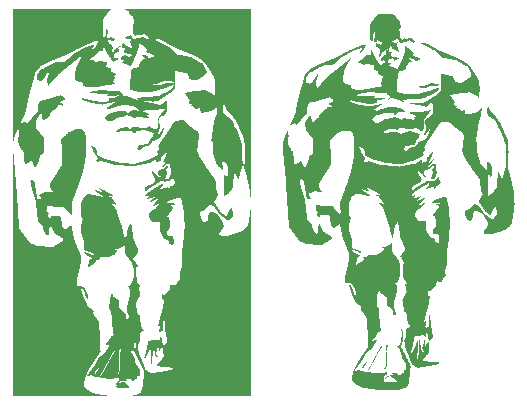
<source format=gts>
G04*
G04 #@! TF.GenerationSoftware,Altium Limited,Altium Designer,21.7.2 (23)*
G04*
G04 Layer_Color=8388736*
%FSLAX25Y25*%
%MOIN*%
G70*
G04*
G04 #@! TF.SameCoordinates,F83A8EBB-AC7C-4475-883D-DB270C42DBB2*
G04*
G04*
G04 #@! TF.FilePolarity,Negative*
G04*
G01*
G75*
G36*
X513537Y448992D02*
X513532Y384127D01*
X513504Y384156D01*
X513491Y384227D01*
X513479Y384338D01*
X513462Y384604D01*
X513450Y384947D01*
X513433Y385188D01*
X513425Y385271D01*
X513416Y385337D01*
X513408Y385411D01*
X513400Y385511D01*
X513392Y385618D01*
X513383Y385759D01*
X513375Y385975D01*
X513367Y386140D01*
X513358Y386256D01*
X513342Y386422D01*
X513325Y386571D01*
X513317Y386662D01*
X513284Y387309D01*
X513276Y387416D01*
X513267Y387499D01*
X513251Y387648D01*
X513242Y387731D01*
X513234Y387830D01*
X513226Y387971D01*
X513218Y388079D01*
X513209Y388145D01*
X513193Y388211D01*
X513172Y388282D01*
X513156Y388340D01*
X513147Y388398D01*
X513139Y388431D01*
X513131Y388530D01*
X513122Y388555D01*
X513114Y388589D01*
X513081Y388696D01*
X513073Y388729D01*
X513056Y388870D01*
X513048Y388903D01*
X513035Y388957D01*
X513027Y388990D01*
X513006Y389061D01*
X512990Y389127D01*
X512982Y389210D01*
X512973Y389243D01*
X512961Y389322D01*
X512948Y389367D01*
X512915Y389475D01*
X512899Y389591D01*
X512886Y389670D01*
X512878Y389711D01*
X512849Y389806D01*
X512832Y389873D01*
X512824Y389931D01*
X512812Y390026D01*
X512803Y390067D01*
X512795Y390100D01*
X512766Y390196D01*
X512750Y390262D01*
X512737Y390366D01*
X512721Y390457D01*
X512708Y390502D01*
X512683Y390585D01*
X512675Y390618D01*
X512667Y390676D01*
X512658Y390759D01*
X512650Y390792D01*
X512638Y390846D01*
X512617Y390916D01*
X512600Y390974D01*
X512592Y391008D01*
X512584Y391090D01*
X512576Y391124D01*
X512567Y391198D01*
X512559Y391223D01*
X512526Y391331D01*
X512509Y391397D01*
X512497Y391500D01*
X512489Y391542D01*
X512480Y391575D01*
X512456Y391641D01*
X512443Y391687D01*
X512435Y391720D01*
X512427Y391778D01*
X512414Y391857D01*
X512406Y391898D01*
X512373Y391989D01*
X512356Y392056D01*
X512348Y392105D01*
X512339Y392172D01*
X512331Y392221D01*
X512323Y392254D01*
X512306Y392296D01*
X512286Y392366D01*
X512277Y392399D01*
X512269Y392457D01*
X512261Y392491D01*
X512253Y392565D01*
X512244Y392590D01*
X512203Y392723D01*
X512194Y392756D01*
X512186Y392814D01*
X512174Y392892D01*
X512157Y392959D01*
X512132Y393025D01*
X512116Y393091D01*
X512103Y393203D01*
X512079Y393302D01*
X512062Y393344D01*
X512045Y393402D01*
X512037Y393435D01*
X512020Y393551D01*
X512000Y393638D01*
X511975Y393704D01*
X511958Y393771D01*
X511950Y393820D01*
X511942Y393886D01*
X511934Y393928D01*
X511925Y393961D01*
X511892Y394044D01*
X511880Y394090D01*
X511871Y394123D01*
X511859Y394201D01*
X511842Y394268D01*
X511822Y394313D01*
X511797Y394396D01*
X511789Y394454D01*
X511780Y394487D01*
X511772Y394537D01*
X511755Y394578D01*
X511731Y394636D01*
X511714Y394703D01*
X511702Y394781D01*
X511693Y394823D01*
X511660Y394905D01*
X511639Y394976D01*
X511623Y395042D01*
X511610Y395096D01*
X511565Y395191D01*
X511548Y395258D01*
X511536Y395320D01*
X511519Y395361D01*
X511482Y395448D01*
X511474Y395481D01*
X511457Y395556D01*
X511399Y395647D01*
X511391Y395680D01*
X511370Y395734D01*
X511358Y395746D01*
X511349Y395763D01*
X511333Y395779D01*
X511316Y395821D01*
X511308Y395854D01*
X511267Y395929D01*
X511250Y395945D01*
X511213Y396049D01*
X511192Y396103D01*
X511200Y396252D01*
X511209Y396277D01*
X511221Y396438D01*
X511229Y396587D01*
X511238Y396753D01*
X511246Y396869D01*
X511254Y396952D01*
X511263Y397026D01*
X511271Y397076D01*
X511279Y397142D01*
X511287Y397217D01*
X511296Y397300D01*
X511304Y397416D01*
X511312Y397598D01*
X511320Y397731D01*
X511329Y397838D01*
X511337Y397913D01*
X511345Y397979D01*
X511354Y398029D01*
X511370Y398178D01*
X511378Y398269D01*
X511387Y398410D01*
X511395Y398584D01*
X511403Y398957D01*
X511412Y399851D01*
X511420Y400630D01*
X511428Y401235D01*
X511436Y401807D01*
X511441Y401894D01*
X511432Y401918D01*
X511412Y402320D01*
X511403Y402502D01*
X511391Y403012D01*
X511383Y403319D01*
X511374Y403600D01*
X511366Y403633D01*
X511354Y403911D01*
X511341Y404155D01*
X511333Y404213D01*
X511320Y404549D01*
X511312Y404839D01*
X511304Y405203D01*
X511296Y405435D01*
X511292Y405448D01*
X511300Y405473D01*
X511292Y405506D01*
X511283Y405564D01*
X511250Y405622D01*
X511234Y405663D01*
X511221Y405717D01*
X511180Y405783D01*
X511159Y405829D01*
X511151Y405862D01*
X511130Y405916D01*
X511101Y405961D01*
X511076Y406019D01*
X511064Y406065D01*
X511047Y406106D01*
X511026Y406135D01*
X510993Y406210D01*
X510981Y406255D01*
X510964Y406297D01*
X510944Y406318D01*
X510919Y406376D01*
X510902Y406442D01*
X510844Y406533D01*
X510832Y406587D01*
X510807Y406653D01*
X510786Y406674D01*
X510778Y406690D01*
X510761Y406732D01*
X510753Y406765D01*
X510728Y406831D01*
X510687Y406889D01*
X510674Y406935D01*
X510666Y406968D01*
X510649Y407009D01*
X510629Y407038D01*
X510596Y407113D01*
X510583Y407159D01*
X510571Y407188D01*
X510529Y407245D01*
X510517Y407291D01*
X510509Y407324D01*
X510492Y407366D01*
X510471Y407395D01*
X510438Y407469D01*
X510426Y407515D01*
X510409Y407556D01*
X510397Y407569D01*
X510389Y407585D01*
X510355Y407660D01*
X510343Y407705D01*
X510301Y407771D01*
X510281Y407817D01*
X510273Y407867D01*
X510231Y407941D01*
X510198Y408016D01*
X510185Y408062D01*
X510144Y408128D01*
X510123Y408182D01*
X510115Y408215D01*
X510094Y408269D01*
X510074Y408298D01*
X510041Y408372D01*
X510032Y408405D01*
X510011Y408459D01*
X509991Y408480D01*
X509982Y408496D01*
X509966Y408538D01*
X509958Y408571D01*
X509937Y408625D01*
X509916Y408654D01*
X509883Y408728D01*
X509871Y408774D01*
X509854Y408815D01*
X509842Y408828D01*
X509833Y408844D01*
X509800Y408919D01*
X509792Y408952D01*
X509775Y408993D01*
X509734Y409052D01*
X509717Y409118D01*
X509697Y409172D01*
X509676Y409201D01*
X509643Y409275D01*
X509630Y409321D01*
X509589Y409387D01*
X509568Y409433D01*
X509556Y409478D01*
X509548Y409511D01*
X509506Y409578D01*
X509485Y409631D01*
X509477Y409665D01*
X509456Y409718D01*
X509444Y409731D01*
X509436Y409747D01*
X509411Y409789D01*
X509403Y409822D01*
X509390Y409867D01*
X509349Y409934D01*
X509328Y409979D01*
X509316Y410033D01*
X509299Y410075D01*
X509287Y410087D01*
X509278Y410104D01*
X509245Y410178D01*
X509237Y410211D01*
X509220Y410253D01*
X509179Y410311D01*
X509162Y410377D01*
X509142Y410431D01*
X509121Y410460D01*
X509088Y410534D01*
X509080Y410568D01*
X509038Y410642D01*
X509013Y410700D01*
X508997Y410758D01*
X508955Y410833D01*
X508930Y410891D01*
X508922Y410924D01*
X508901Y410978D01*
X508889Y410990D01*
X508881Y411007D01*
X508848Y411081D01*
X508839Y411114D01*
X508798Y411189D01*
X508773Y411247D01*
X508765Y411280D01*
X508744Y411334D01*
X508732Y411346D01*
X508723Y411363D01*
X508698Y411404D01*
X508682Y411471D01*
X508649Y411529D01*
X508632Y411545D01*
X508624Y411562D01*
X508582Y411636D01*
X508549Y411669D01*
X508541Y411686D01*
X508508Y411744D01*
X508466Y411785D01*
X508458Y411802D01*
X508425Y411860D01*
X508384Y411901D01*
X508342Y411976D01*
X508309Y412009D01*
X508301Y412026D01*
X508268Y412084D01*
X508218Y412133D01*
X508177Y412208D01*
X508143Y412241D01*
X508102Y412316D01*
X508061Y412357D01*
X508019Y412432D01*
X507986Y412465D01*
X507944Y412539D01*
X507903Y412581D01*
X507862Y412655D01*
X507820Y412697D01*
X507779Y412771D01*
X507746Y412804D01*
X507704Y412879D01*
X507663Y412920D01*
X507621Y412995D01*
X507588Y413028D01*
X507547Y413103D01*
X507505Y413144D01*
X507464Y413219D01*
X507422Y413260D01*
X507381Y413335D01*
X507348Y413368D01*
X507307Y413442D01*
X507265Y413484D01*
X507224Y413558D01*
X507191Y413591D01*
X507149Y413666D01*
X507108Y413707D01*
X507066Y413782D01*
X507025Y413823D01*
X506984Y413898D01*
X506950Y413931D01*
X506917Y413989D01*
X506876Y414031D01*
X506868Y414047D01*
X506814Y414101D01*
X506801Y414105D01*
X506793Y414122D01*
X506747Y414167D01*
X506731Y414176D01*
X506702Y414205D01*
X506694Y414221D01*
X506681Y414233D01*
X506665Y414242D01*
X506582Y414325D01*
X506565Y414333D01*
X506544Y414354D01*
X506536Y414370D01*
X506507Y414399D01*
X506491Y414407D01*
X506408Y414490D01*
X506391Y414499D01*
X506350Y414548D01*
X506304Y414586D01*
X506288Y414602D01*
X506279Y414619D01*
X506250Y414640D01*
X506176Y414714D01*
X506159Y414722D01*
X506130Y414751D01*
X506122Y414768D01*
X506101Y414789D01*
X506085Y414797D01*
X506002Y414880D01*
X505985Y414888D01*
X505973Y414900D01*
X505965Y414917D01*
X505944Y414938D01*
X505927Y414946D01*
X505836Y415037D01*
X505820Y415045D01*
X505791Y415074D01*
X505786Y415087D01*
X505770Y415095D01*
X505679Y415186D01*
X505662Y415195D01*
X505563Y415294D01*
X505546Y415302D01*
X505405Y415443D01*
X505389Y415451D01*
X505360Y415480D01*
X505302Y415588D01*
X505268Y415663D01*
X505239Y415741D01*
X505219Y415762D01*
X505210Y415779D01*
X505194Y415820D01*
X505177Y415878D01*
X505144Y415936D01*
X505128Y415953D01*
X505103Y416036D01*
X505061Y416110D01*
X505028Y416185D01*
X505016Y416230D01*
X504987Y416276D01*
X504962Y416317D01*
X504945Y416375D01*
X504925Y416429D01*
X504904Y416450D01*
X504896Y416466D01*
X504871Y416524D01*
X504858Y416570D01*
X504817Y416636D01*
X504796Y416682D01*
X504788Y416715D01*
X504767Y416769D01*
X504734Y416818D01*
X504713Y416864D01*
X504701Y416910D01*
X504684Y416951D01*
X504672Y416963D01*
X504664Y416980D01*
X504639Y417021D01*
X504622Y417088D01*
X504589Y417146D01*
X504573Y417162D01*
X504556Y417204D01*
X504544Y417257D01*
X504502Y417324D01*
X504473Y417394D01*
X504448Y417460D01*
X504415Y417510D01*
X504399Y417568D01*
X504390Y417601D01*
X504357Y417659D01*
X504337Y417672D01*
X504308Y417659D01*
X504299Y417643D01*
X504291Y417618D01*
X504283Y417585D01*
X504274Y417527D01*
X504262Y417448D01*
X504254Y417398D01*
X504245Y417332D01*
X504237Y417241D01*
X504229Y417108D01*
X504220Y417001D01*
X504212Y416926D01*
X504187Y416769D01*
X504167Y416599D01*
X504158Y416541D01*
X504138Y416247D01*
X504129Y416180D01*
X504113Y416073D01*
X504105Y416031D01*
X504092Y415919D01*
X504084Y415886D01*
X504076Y415704D01*
X504067Y415671D01*
X504059Y415505D01*
X504051Y415480D01*
X504038Y415385D01*
X504030Y415344D01*
X504022Y415294D01*
X504009Y415182D01*
X504001Y415124D01*
X503993Y414942D01*
X503984Y414884D01*
X503993Y414735D01*
X504030Y414689D01*
X504084Y414635D01*
X504088Y414623D01*
X504105Y414615D01*
X504125Y414594D01*
X504134Y414577D01*
X504332Y414378D01*
X504341Y414362D01*
X504353Y414350D01*
X504370Y414341D01*
X504390Y414321D01*
X504399Y414304D01*
X504581Y414122D01*
X504585Y414109D01*
X504602Y414101D01*
X504639Y414064D01*
X504647Y414047D01*
X504693Y414002D01*
X504709Y413993D01*
X504751Y413944D01*
X504887Y413807D01*
X504896Y413790D01*
X504945Y413749D01*
X504999Y413695D01*
X505074Y413654D01*
X505099Y413629D01*
X505115Y413621D01*
X505190Y413579D01*
X505223Y413546D01*
X505239Y413538D01*
X505314Y413496D01*
X505331Y413480D01*
X505347Y413471D01*
X505364Y413455D01*
X505438Y413413D01*
X505463Y413388D01*
X505480Y413380D01*
X505571Y413331D01*
X505604Y413297D01*
X505679Y413256D01*
X505703Y413231D01*
X505720Y413223D01*
X505795Y413181D01*
X505820Y413157D01*
X505836Y413148D01*
X505853Y413132D01*
X505886Y413123D01*
X505931Y413086D01*
X505944Y413074D01*
X505960Y413065D01*
X506035Y413024D01*
X506056Y413012D01*
X506060Y412999D01*
X506076Y412991D01*
X506093Y412974D01*
X506147Y412954D01*
X506184Y412916D01*
X506201Y412908D01*
X506275Y412867D01*
X506308Y412833D01*
X506325Y412825D01*
X506399Y412784D01*
X506424Y412759D01*
X506441Y412751D01*
X506515Y412709D01*
X506536Y412697D01*
X506544Y412680D01*
X506648Y412618D01*
X506706Y412577D01*
X506764Y412543D01*
X506851Y412457D01*
X506872Y412403D01*
X506884Y412390D01*
X506892Y412374D01*
X506917Y412349D01*
X506942Y412291D01*
X506967Y412249D01*
X507000Y412216D01*
X507021Y412162D01*
X507050Y412117D01*
X507066Y412100D01*
X507075Y412084D01*
X507124Y411993D01*
X507141Y411976D01*
X507149Y411959D01*
X507207Y411852D01*
X507240Y411819D01*
X507261Y411765D01*
X507290Y411719D01*
X507315Y411694D01*
X507340Y411636D01*
X507365Y411595D01*
X507389Y411570D01*
X507398Y411553D01*
X507447Y411462D01*
X507472Y411438D01*
X507497Y411379D01*
X507522Y411338D01*
X507559Y411293D01*
X507576Y411251D01*
X507584Y411218D01*
X507630Y411131D01*
X507646Y411065D01*
X507654Y411007D01*
X507692Y410903D01*
X507713Y410858D01*
X507729Y410791D01*
X507741Y410721D01*
X507766Y410655D01*
X507787Y410609D01*
X507804Y410551D01*
X507816Y410481D01*
X507824Y410448D01*
X507849Y410381D01*
X507870Y410336D01*
X507887Y410269D01*
X507895Y410211D01*
X507924Y410133D01*
X507953Y410062D01*
X507969Y409996D01*
X507982Y409926D01*
X508007Y409859D01*
X508019Y409847D01*
X508044Y409756D01*
X508077Y409698D01*
X508110Y409665D01*
X508118Y409648D01*
X508160Y409590D01*
X508185Y409565D01*
X508193Y409549D01*
X508251Y409474D01*
X508276Y409449D01*
X508284Y409433D01*
X508321Y409387D01*
X508350Y409358D01*
X508384Y409300D01*
X508425Y409259D01*
X508433Y409242D01*
X508487Y409163D01*
X508524Y409126D01*
X508549Y409085D01*
X508599Y409035D01*
X508624Y408993D01*
X508644Y408964D01*
X508657Y408960D01*
X508665Y408944D01*
X508682Y408927D01*
X508715Y408869D01*
X508756Y408828D01*
X508765Y408811D01*
X508802Y408757D01*
X508818Y408749D01*
X508831Y408737D01*
X508864Y408654D01*
X508914Y408546D01*
X508926Y408492D01*
X508934Y408451D01*
X508951Y408410D01*
X508997Y408306D01*
X509017Y408211D01*
X509034Y408169D01*
X509071Y408107D01*
X509084Y408037D01*
X509100Y407970D01*
X509154Y407850D01*
X509166Y407796D01*
X509175Y407755D01*
X509191Y407714D01*
X509229Y407651D01*
X509258Y407523D01*
X509274Y407482D01*
X509311Y407395D01*
X509320Y407361D01*
X509332Y407308D01*
X509357Y407241D01*
X509369Y407229D01*
X509386Y407188D01*
X509403Y407121D01*
X509411Y407071D01*
X509469Y406947D01*
X509481Y406893D01*
X509490Y406852D01*
X509506Y406811D01*
X509552Y406707D01*
X509572Y406612D01*
X509589Y406570D01*
X509618Y406516D01*
X509634Y406458D01*
X509643Y406425D01*
X509655Y406371D01*
X509668Y406342D01*
X509709Y406251D01*
X509717Y406218D01*
X509738Y406131D01*
X509784Y406044D01*
X509792Y406011D01*
X509813Y405916D01*
X509837Y405866D01*
X509867Y405796D01*
X509875Y405762D01*
X509887Y405709D01*
X509912Y405642D01*
X509925Y405630D01*
X509941Y405588D01*
X509958Y405522D01*
X509970Y405468D01*
X509987Y405427D01*
X510032Y405323D01*
X510045Y405253D01*
X510070Y405187D01*
X510082Y405174D01*
X510099Y405133D01*
X510115Y405075D01*
X510127Y405013D01*
X510144Y404971D01*
X510190Y404868D01*
X510210Y404773D01*
X510235Y404723D01*
X510256Y404677D01*
X510273Y404619D01*
X510293Y404532D01*
X510339Y404445D01*
X510347Y404412D01*
X510359Y404358D01*
X510368Y404317D01*
X510384Y404275D01*
X510397Y404263D01*
X510422Y404205D01*
X510430Y404172D01*
X510446Y404072D01*
X510455Y403766D01*
X510463Y403733D01*
X510471Y403443D01*
X510480Y403418D01*
X510500Y402892D01*
X510509Y402619D01*
X510517Y402179D01*
X510525Y401840D01*
X510533Y401591D01*
X510542Y401401D01*
X510550Y401235D01*
X510558Y401094D01*
X510567Y400937D01*
X510575Y400746D01*
X510583Y400514D01*
X510591Y400166D01*
X510600Y399744D01*
X510608Y399454D01*
X510616Y399230D01*
X510625Y399048D01*
X510633Y398890D01*
X510641Y398758D01*
X510649Y398584D01*
X510658Y398377D01*
X510666Y398095D01*
X510682Y397333D01*
X510691Y397068D01*
X510699Y396861D01*
X510703Y396765D01*
X510682Y396745D01*
X510649Y396736D01*
X510608Y396711D01*
X510596Y396699D01*
X510583Y396645D01*
X510575Y396612D01*
X510550Y396562D01*
X510533Y396521D01*
X510521Y396475D01*
X510509Y396405D01*
X510500Y396372D01*
X510475Y396306D01*
X510455Y396260D01*
X510438Y396194D01*
X510430Y396136D01*
X510401Y396057D01*
X510372Y395987D01*
X510355Y395920D01*
X510343Y395850D01*
X510301Y395759D01*
X510289Y395713D01*
X510281Y395680D01*
X510260Y395585D01*
X510244Y395543D01*
X510223Y395498D01*
X510206Y395440D01*
X510198Y395407D01*
X510190Y395349D01*
X510169Y395295D01*
X510152Y395253D01*
X510132Y395208D01*
X510115Y395109D01*
X510107Y395075D01*
X510090Y395034D01*
X510057Y394959D01*
X510041Y394893D01*
X510028Y394831D01*
X510020Y394798D01*
X510003Y394756D01*
X509982Y394711D01*
X509966Y394669D01*
X509953Y394591D01*
X509945Y394549D01*
X509929Y394508D01*
X509891Y394421D01*
X509875Y394321D01*
X509846Y394243D01*
X509825Y394197D01*
X509808Y394139D01*
X509800Y394106D01*
X509788Y394036D01*
X509763Y393969D01*
X509742Y393924D01*
X509726Y393866D01*
X509717Y393833D01*
X509705Y393771D01*
X509697Y393737D01*
X509651Y393634D01*
X509643Y393576D01*
X509634Y393543D01*
X509622Y393497D01*
X509606Y393456D01*
X509577Y393385D01*
X509568Y393352D01*
X509539Y393224D01*
X509494Y393120D01*
X509477Y393021D01*
X509440Y392917D01*
X509419Y392872D01*
X509403Y392805D01*
X509390Y392735D01*
X509365Y392669D01*
X509311Y392573D01*
X509299Y392561D01*
X509266Y392569D01*
X509241Y392594D01*
X509225Y392602D01*
X509142Y392685D01*
X509125Y392693D01*
X509080Y392731D01*
X509042Y392768D01*
X509026Y392776D01*
X508997Y392805D01*
X508988Y392822D01*
X508930Y392880D01*
X508922Y392897D01*
X508885Y392942D01*
X508856Y392971D01*
X508835Y393025D01*
X508806Y393070D01*
X508781Y393095D01*
X508765Y393137D01*
X508723Y393211D01*
X508698Y393236D01*
X508690Y393269D01*
X508661Y393348D01*
X508628Y393398D01*
X508607Y393468D01*
X508599Y393501D01*
X508533Y393642D01*
X508524Y393675D01*
X508504Y393729D01*
X508471Y393779D01*
X508450Y393833D01*
X508442Y393882D01*
X508400Y393957D01*
X508375Y394015D01*
X508359Y394081D01*
X508292Y394222D01*
X508280Y394276D01*
X508263Y394317D01*
X508226Y394379D01*
X508201Y394479D01*
X508135Y394620D01*
X508118Y394686D01*
X508077Y394744D01*
X508027Y394835D01*
X507998Y394864D01*
X507949Y394881D01*
X507920Y394860D01*
X507911Y394827D01*
X507899Y394731D01*
X507882Y394566D01*
X507866Y394458D01*
X507841Y394359D01*
X507833Y394317D01*
X507824Y394268D01*
X507812Y394156D01*
X507804Y394048D01*
X507795Y393965D01*
X507775Y393787D01*
X507762Y393675D01*
X507754Y393642D01*
X507741Y393497D01*
X507733Y393365D01*
X507725Y393191D01*
X507717Y393083D01*
X507708Y392992D01*
X507679Y392756D01*
X507671Y392723D01*
X507659Y392553D01*
X507650Y392395D01*
X507642Y392246D01*
X507634Y392138D01*
X507625Y392047D01*
X507617Y391964D01*
X507609Y391898D01*
X507601Y391824D01*
X507592Y391733D01*
X507584Y391625D01*
X507576Y391467D01*
X507568Y391252D01*
X507559Y391103D01*
X507551Y390995D01*
X507543Y390912D01*
X507518Y390689D01*
X507510Y390589D01*
X507497Y390345D01*
X507489Y390163D01*
X507476Y389960D01*
X507468Y389860D01*
X507460Y389777D01*
X507451Y389711D01*
X507443Y389628D01*
X507435Y389595D01*
X507406Y389516D01*
X507369Y389471D01*
X507348Y389450D01*
X507307Y389375D01*
X507273Y389342D01*
X507265Y389326D01*
X507232Y389268D01*
X507191Y389226D01*
X507149Y389152D01*
X507116Y389119D01*
X507108Y389102D01*
X507075Y389044D01*
X507033Y389003D01*
X507025Y388986D01*
X506992Y388928D01*
X506959Y388895D01*
X506950Y388878D01*
X506917Y388820D01*
X506896Y388791D01*
X506880Y388783D01*
X506843Y388721D01*
X506834Y388704D01*
X506801Y388671D01*
X506793Y388655D01*
X506751Y388580D01*
X506710Y388539D01*
X506702Y388522D01*
X506660Y388464D01*
X506636Y388439D01*
X506586Y388348D01*
X506553Y388315D01*
X506511Y388241D01*
X506470Y388199D01*
X506428Y388124D01*
X506395Y388091D01*
X506387Y388075D01*
X506354Y388017D01*
X506312Y387975D01*
X506271Y387901D01*
X506230Y387859D01*
X506188Y387785D01*
X506155Y387752D01*
X506114Y387677D01*
X506072Y387636D01*
X506064Y387619D01*
X506027Y387574D01*
X505994Y387541D01*
X505977Y387532D01*
X505886Y387483D01*
X505869Y387466D01*
X505853Y387458D01*
X505745Y387400D01*
X505720Y387375D01*
X505666Y387354D01*
X505637Y387342D01*
X505592Y387304D01*
X505579Y387292D01*
X505501Y387263D01*
X505472Y387234D01*
X505455Y387226D01*
X505347Y387168D01*
X505322Y387143D01*
X505264Y387118D01*
X505206Y387085D01*
X505182Y387060D01*
X505140Y387043D01*
X505066Y387002D01*
X505049Y386985D01*
X505032Y386977D01*
X504974Y386952D01*
X504958Y386944D01*
X504912Y386907D01*
X504796Y386849D01*
X504767Y386820D01*
X504726Y386803D01*
X504651Y386762D01*
X504635Y386745D01*
X504544Y386695D01*
X504486Y386671D01*
X504457Y386691D01*
X504448Y386724D01*
X504436Y387159D01*
X504419Y387632D01*
X504411Y387913D01*
X504403Y388286D01*
X504394Y388883D01*
X504386Y389744D01*
X504378Y390390D01*
X504370Y390821D01*
X504361Y391177D01*
X504337Y392105D01*
X504328Y392768D01*
X504320Y393605D01*
X504316Y393617D01*
X504324Y393642D01*
X504316Y393725D01*
X504324Y393766D01*
X504345Y393787D01*
X504378Y393795D01*
X504821Y393799D01*
X504854Y393791D01*
X504883Y393771D01*
X504916Y393721D01*
X504937Y393667D01*
X504962Y393567D01*
X505003Y393501D01*
X505020Y393460D01*
X505032Y393398D01*
X505057Y393331D01*
X505070Y393319D01*
X505095Y393261D01*
X505119Y393162D01*
X505153Y393104D01*
X505190Y393066D01*
X505264Y393075D01*
X505339Y393133D01*
X505380Y393157D01*
X505455Y393199D01*
X505480Y393224D01*
X505538Y393249D01*
X505579Y393273D01*
X505604Y393298D01*
X505621Y393307D01*
X505658Y393336D01*
X505675Y393394D01*
X505666Y393501D01*
X505658Y396815D01*
X505592Y396915D01*
X505563Y396993D01*
X505534Y397022D01*
X505525Y397039D01*
X505501Y397097D01*
X505484Y397138D01*
X505434Y397213D01*
X505409Y397279D01*
X505372Y397325D01*
X505360Y397337D01*
X505343Y397378D01*
X505310Y397436D01*
X505293Y397445D01*
X505285Y397461D01*
X505244Y397536D01*
X505210Y397569D01*
X505202Y397586D01*
X505153Y397677D01*
X505119Y397710D01*
X505086Y397768D01*
X505057Y397789D01*
X505028Y397817D01*
X505020Y397834D01*
X504991Y397863D01*
X504974Y397871D01*
X504954Y397892D01*
X504945Y397909D01*
X504834Y398021D01*
X504801Y398029D01*
X504709Y398087D01*
X504656Y398099D01*
X504614Y398116D01*
X504519Y398161D01*
X504353Y398178D01*
X504295Y398186D01*
X504262Y398195D01*
X504129Y398203D01*
X503968Y398207D01*
X503939Y398195D01*
X503910Y398165D01*
X503906Y398103D01*
X503914Y397987D01*
X503922Y397822D01*
X503931Y397714D01*
X503939Y397623D01*
X503951Y397511D01*
X503960Y397478D01*
X503972Y397358D01*
X503980Y397267D01*
X503989Y397134D01*
X503997Y396952D01*
X504005Y396811D01*
X504013Y396720D01*
X504022Y396637D01*
X504034Y396525D01*
X504042Y396492D01*
X504055Y396364D01*
X504063Y396256D01*
X504071Y396098D01*
X504080Y395933D01*
X504088Y395817D01*
X504096Y395717D01*
X504113Y395618D01*
X504117Y395589D01*
X504084Y395531D01*
X504030Y395510D01*
X503939Y395519D01*
X503922Y395535D01*
X503877Y395548D01*
X503835Y395564D01*
X503823Y395577D01*
X503806Y395585D01*
X503773Y395618D01*
X503715Y395651D01*
X503694Y395663D01*
X503686Y395680D01*
X503674Y395692D01*
X503657Y395701D01*
X503595Y395746D01*
X503587Y395763D01*
X503558Y395784D01*
X503512Y395821D01*
X503475Y395858D01*
X503458Y395866D01*
X503375Y395949D01*
X503359Y395958D01*
X503338Y395978D01*
X503330Y395995D01*
X503317Y396007D01*
X503301Y396016D01*
X503235Y396082D01*
X503218Y396090D01*
X503135Y396173D01*
X503119Y396181D01*
X503036Y396264D01*
X503019Y396272D01*
X502945Y396347D01*
X502928Y396355D01*
X502845Y396438D01*
X502829Y396446D01*
X502808Y396467D01*
X502800Y396484D01*
X502779Y396504D01*
X502762Y396513D01*
X502477Y396798D01*
X502472Y396811D01*
X502456Y396819D01*
X502394Y396881D01*
X502390Y396894D01*
X502373Y396902D01*
X502319Y396956D01*
X502315Y396968D01*
X502298Y396977D01*
X502236Y397039D01*
X502232Y397051D01*
X502216Y397059D01*
X502162Y397113D01*
X502153Y397130D01*
X502125Y397151D01*
X502079Y397196D01*
X502071Y397213D01*
X502042Y397234D01*
X501996Y397279D01*
X501988Y397296D01*
X501959Y397316D01*
X501922Y397354D01*
X501913Y397370D01*
X501901Y397383D01*
X501884Y397391D01*
X501847Y397428D01*
X501839Y397445D01*
X501818Y397465D01*
X501801Y397474D01*
X501772Y397503D01*
X501756Y397569D01*
X501748Y398008D01*
X501731Y398049D01*
X501714Y398108D01*
X501698Y398174D01*
X501690Y398257D01*
X501681Y398290D01*
X501669Y398385D01*
X501661Y398418D01*
X501632Y398514D01*
X501623Y398547D01*
X501607Y398663D01*
X501594Y398733D01*
X501553Y398824D01*
X501541Y398870D01*
X501532Y398903D01*
X501511Y398998D01*
X501495Y399040D01*
X501474Y399085D01*
X501458Y399143D01*
X501449Y399176D01*
X501437Y399238D01*
X501429Y399271D01*
X501383Y399375D01*
X501375Y399408D01*
X501362Y399479D01*
X501354Y399512D01*
X501337Y399553D01*
X501325Y399582D01*
X501308Y399624D01*
X501292Y399690D01*
X501284Y399748D01*
X501263Y399802D01*
X501217Y399905D01*
X501209Y399963D01*
X501201Y399996D01*
X501143Y400121D01*
X501130Y400175D01*
X501122Y400216D01*
X501114Y400249D01*
X501077Y400319D01*
X501060Y400361D01*
X501031Y400489D01*
X500985Y400576D01*
X500973Y400630D01*
X500965Y400672D01*
X500956Y400705D01*
X500940Y400746D01*
X500927Y400759D01*
X500903Y400817D01*
X500874Y400945D01*
X500820Y401065D01*
X500799Y401160D01*
X500782Y401202D01*
X500770Y401247D01*
X500762Y404710D01*
X500729Y404768D01*
X500700Y404797D01*
X500683Y404806D01*
X500662Y404835D01*
X500617Y404880D01*
X500600Y404888D01*
X500579Y404917D01*
X500542Y404955D01*
X500526Y404963D01*
X500513Y404976D01*
X500505Y404992D01*
X500468Y405029D01*
X500451Y405038D01*
X500430Y405058D01*
X500422Y405075D01*
X500377Y405120D01*
X500360Y405129D01*
X500339Y405158D01*
X500294Y405203D01*
X500281Y405207D01*
X500273Y405224D01*
X500256Y405265D01*
X500265Y405423D01*
X500273Y405448D01*
X500285Y405535D01*
X500294Y405576D01*
X500302Y405609D01*
X500310Y405651D01*
X500323Y405762D01*
X500331Y405821D01*
X500343Y405974D01*
X500352Y406040D01*
X500368Y406131D01*
X500385Y406214D01*
X500401Y406313D01*
X500410Y406396D01*
X500418Y406512D01*
X500426Y406595D01*
X500451Y406744D01*
X500459Y406777D01*
X500468Y406819D01*
X500476Y406869D01*
X500484Y406935D01*
X500492Y407026D01*
X500501Y407134D01*
X500509Y407208D01*
X500526Y407308D01*
X500534Y407341D01*
X500551Y407424D01*
X500563Y407535D01*
X500571Y407593D01*
X500584Y407755D01*
X500600Y407863D01*
X500633Y408028D01*
X500642Y408095D01*
X500650Y408178D01*
X500658Y408277D01*
X500666Y408343D01*
X500675Y408393D01*
X500691Y408476D01*
X500708Y408542D01*
X500716Y408592D01*
X500724Y408658D01*
X500733Y408741D01*
X500741Y408832D01*
X500758Y408940D01*
X500774Y409006D01*
X500782Y409047D01*
X500791Y409081D01*
X500803Y409192D01*
X500811Y409250D01*
X500824Y409387D01*
X500832Y409437D01*
X500840Y409478D01*
X500865Y409578D01*
X500874Y409627D01*
X500886Y409739D01*
X500894Y409847D01*
X500911Y409963D01*
X500919Y409996D01*
X500932Y410050D01*
X500940Y410091D01*
X500948Y410124D01*
X500956Y410174D01*
X500965Y410240D01*
X500973Y410340D01*
X500981Y410423D01*
X500989Y410472D01*
X501006Y410539D01*
X501010Y410559D01*
X501014Y410564D01*
X501027Y410609D01*
X501035Y410642D01*
X501043Y410700D01*
X501052Y410783D01*
X501060Y410841D01*
X501085Y410940D01*
X501101Y410982D01*
X501126Y411123D01*
X501134Y411205D01*
X501155Y411301D01*
X501163Y411334D01*
X501184Y411404D01*
X501201Y411471D01*
X501213Y411583D01*
X501222Y411649D01*
X501246Y411748D01*
X501267Y411819D01*
X501275Y411852D01*
X501292Y411968D01*
X501300Y412001D01*
X501321Y412055D01*
X501333Y412067D01*
X501350Y412109D01*
X501367Y412175D01*
X501387Y412262D01*
X501433Y412357D01*
X501445Y412411D01*
X501453Y412452D01*
X501462Y412486D01*
X501478Y412527D01*
X501516Y412614D01*
X501524Y412647D01*
X501545Y412734D01*
X501561Y412776D01*
X501574Y412788D01*
X501598Y412871D01*
X501607Y412904D01*
X501623Y412978D01*
X501673Y413086D01*
X501681Y413119D01*
X501702Y413206D01*
X501719Y413248D01*
X501756Y413335D01*
X501768Y413388D01*
X501777Y413430D01*
X501801Y413496D01*
X501814Y413509D01*
X501839Y413591D01*
X501847Y413625D01*
X501859Y413687D01*
X501905Y413782D01*
X501930Y413881D01*
X501938Y413931D01*
X501996Y414055D01*
X502025Y414184D01*
X502062Y414254D01*
X502079Y414312D01*
X502096Y414378D01*
X502120Y414436D01*
X502112Y414503D01*
X502096Y414544D01*
X502087Y414602D01*
X502108Y414805D01*
X502125Y414913D01*
X502145Y415083D01*
X502153Y415141D01*
X502162Y415323D01*
X502170Y415406D01*
X502182Y415567D01*
X502216Y415791D01*
X502224Y415857D01*
X502232Y415940D01*
X502245Y416185D01*
X502265Y416388D01*
X502274Y416454D01*
X502290Y416553D01*
X502298Y416636D01*
X502307Y416686D01*
X502315Y416727D01*
X502319Y416756D01*
X502290Y416810D01*
X502257Y416802D01*
X502212Y416756D01*
X502203Y416740D01*
X502191Y416727D01*
X502174Y416719D01*
X502067Y416611D01*
X502050Y416603D01*
X501909Y416462D01*
X501893Y416454D01*
X501810Y416371D01*
X501793Y416363D01*
X501781Y416350D01*
X501772Y416334D01*
X501743Y416305D01*
X501727Y416296D01*
X501644Y416214D01*
X501627Y416205D01*
X501586Y416156D01*
X501570Y416139D01*
X501553Y416131D01*
X501532Y416110D01*
X501524Y416093D01*
X501503Y416073D01*
X501487Y416065D01*
X501404Y415982D01*
X501387Y415973D01*
X501375Y415961D01*
X501367Y415944D01*
X501337Y415915D01*
X501321Y415907D01*
X501275Y415862D01*
X501267Y415845D01*
X501238Y415824D01*
X501217Y415812D01*
X501209Y415795D01*
X501163Y415750D01*
X501147Y415741D01*
X501118Y415712D01*
X501110Y415696D01*
X501097Y415683D01*
X501081Y415675D01*
X500998Y415592D01*
X500981Y415584D01*
X500960Y415563D01*
X500952Y415547D01*
X500932Y415526D01*
X500915Y415518D01*
X500832Y415435D01*
X500815Y415426D01*
X500795Y415406D01*
X500787Y415389D01*
X500766Y415369D01*
X500749Y415360D01*
X500666Y415277D01*
X500650Y415269D01*
X500592Y415211D01*
X500534Y415195D01*
X500439Y415174D01*
X500397Y415157D01*
X500302Y415128D01*
X500269Y415120D01*
X500149Y415099D01*
X500082Y415074D01*
X499987Y415045D01*
X499929Y415037D01*
X499896Y415029D01*
X499834Y415016D01*
X499768Y414992D01*
X499714Y414971D01*
X499656Y414963D01*
X499623Y414954D01*
X499544Y414942D01*
X499498Y414929D01*
X499457Y414913D01*
X499358Y414888D01*
X499299Y414880D01*
X499171Y414859D01*
X499138Y414851D01*
X499043Y414822D01*
X498976Y414805D01*
X498873Y414793D01*
X498823Y414784D01*
X498782Y414776D01*
X498686Y414747D01*
X498628Y414731D01*
X498488Y414714D01*
X498405Y414706D01*
X498372Y414698D01*
X498301Y414685D01*
X498268Y414677D01*
X498185Y414660D01*
X498073Y414648D01*
X498015Y414640D01*
X497870Y414627D01*
X497804Y414619D01*
X497721Y414602D01*
X497688Y414594D01*
X497647Y414586D01*
X497597Y414577D01*
X497498Y414569D01*
X497340Y414561D01*
X497158Y414552D01*
X497025Y414544D01*
X496926Y414536D01*
X496860Y414528D01*
X496773Y414524D01*
X496727Y414561D01*
X496702Y414619D01*
X496681Y414789D01*
X496673Y414905D01*
X496665Y414987D01*
X496657Y415054D01*
X496648Y415103D01*
X496628Y415174D01*
X496611Y415232D01*
X496603Y415265D01*
X496582Y415393D01*
X496574Y415426D01*
X496553Y415480D01*
X496528Y415563D01*
X496508Y415659D01*
X496479Y415704D01*
X496462Y415721D01*
X496437Y415779D01*
X496425Y415824D01*
X496412Y415837D01*
X496404Y415853D01*
X496379Y415878D01*
X496346Y415961D01*
X496271Y416036D01*
X496263Y416052D01*
X496251Y416065D01*
X496234Y416073D01*
X496205Y416102D01*
X496197Y416118D01*
X496160Y416156D01*
X496085Y416147D01*
X496039Y416110D01*
X496027Y416089D01*
X496010Y416081D01*
X495965Y416044D01*
X495928Y416007D01*
X495911Y415998D01*
X495865Y415961D01*
X495845Y415940D01*
X495828Y415932D01*
X495812Y415915D01*
X495795Y415907D01*
X495750Y415870D01*
X495720Y415841D01*
X495704Y415833D01*
X495658Y415795D01*
X495621Y415758D01*
X495605Y415750D01*
X495559Y415712D01*
X495551Y415696D01*
X495489Y415650D01*
X495472Y415642D01*
X495455Y415625D01*
X495422Y415634D01*
X495364Y415675D01*
X495348Y415683D01*
X495290Y415741D01*
X495248Y415766D01*
X495207Y415808D01*
X495190Y415816D01*
X495112Y415870D01*
X495074Y415907D01*
X495033Y415932D01*
X494983Y415982D01*
X494942Y416007D01*
X494892Y416056D01*
X494834Y416089D01*
X494784Y416139D01*
X494726Y416172D01*
X494677Y416222D01*
X494615Y416259D01*
X494606Y416276D01*
X494586Y416296D01*
X494527Y416330D01*
X494507Y416350D01*
X494503Y416363D01*
X494486Y416371D01*
X494428Y416412D01*
X494412Y416421D01*
X494370Y416462D01*
X494312Y416495D01*
X494300Y416508D01*
X494291Y416524D01*
X494200Y416582D01*
X494188Y416595D01*
X494155Y416603D01*
X494130Y416611D01*
X494105Y416603D01*
X493450Y416611D01*
X493297Y416615D01*
X493160Y416611D01*
X493119Y416636D01*
X493115Y416673D01*
X493144Y416702D01*
X493235Y416752D01*
X493260Y416777D01*
X493318Y416810D01*
X493330Y416822D01*
X493339Y416839D01*
X493388Y416872D01*
X493438Y416914D01*
X493450Y416926D01*
X493467Y416934D01*
X493546Y416988D01*
X493575Y417017D01*
X493633Y417050D01*
X493682Y417100D01*
X493724Y417125D01*
X493765Y417166D01*
X493823Y417199D01*
X493840Y417216D01*
X493856Y417224D01*
X493873Y417241D01*
X493890Y417249D01*
X493944Y417286D01*
X493935Y417328D01*
X493890Y417340D01*
X493703Y417336D01*
X493351Y417340D01*
X493334Y417332D01*
X493310Y417340D01*
X493210Y417349D01*
X493189Y417369D01*
X493181Y417386D01*
X493144Y417431D01*
X493107Y417469D01*
X493098Y417485D01*
X493061Y417531D01*
X493032Y417560D01*
X493024Y417576D01*
X492978Y417638D01*
X492962Y417647D01*
X492941Y417676D01*
X492904Y417721D01*
X492866Y417759D01*
X492858Y417775D01*
X492821Y417821D01*
X492784Y417858D01*
X492775Y417875D01*
X492746Y417912D01*
X492730Y417920D01*
X492697Y417970D01*
X492676Y417999D01*
X492618Y418057D01*
X492610Y418098D01*
X492647Y418144D01*
X492705Y418177D01*
X492730Y418202D01*
X492771Y418219D01*
X492829Y418252D01*
X492862Y418285D01*
X492916Y418305D01*
X492966Y418339D01*
X492987Y418359D01*
X493045Y418384D01*
X493061Y418392D01*
X493078Y418409D01*
X493094Y418417D01*
X493111Y418434D01*
X493127Y418442D01*
X493173Y418479D01*
X493165Y418529D01*
X493107Y418587D01*
X493090Y418629D01*
X493082Y418645D01*
X493045Y418691D01*
X493024Y418711D01*
X493007Y418753D01*
X492970Y418798D01*
X492949Y418819D01*
X492929Y418873D01*
X492916Y418885D01*
X492908Y418902D01*
X492875Y418935D01*
X492833Y419010D01*
X492800Y419043D01*
X492792Y419059D01*
X492751Y419134D01*
X492717Y419167D01*
X492676Y419242D01*
X492663Y419262D01*
X492647Y419271D01*
X492593Y419366D01*
X492568Y419391D01*
X492560Y419407D01*
X492519Y419482D01*
X492469Y419532D01*
X492460Y419565D01*
X492403Y419639D01*
X492361Y419714D01*
X492320Y419755D01*
X492270Y419846D01*
X492237Y419879D01*
X492187Y419971D01*
X492170Y419979D01*
X492162Y419995D01*
X492121Y420070D01*
X492088Y420103D01*
X492079Y420120D01*
X492038Y420194D01*
X491997Y420236D01*
X491947Y420327D01*
X491914Y420360D01*
X491893Y420414D01*
X491847Y420459D01*
X491839Y420476D01*
X491798Y420551D01*
X491765Y420584D01*
X491715Y420675D01*
X491674Y420716D01*
X491653Y420770D01*
X491632Y420791D01*
X491624Y420807D01*
X491599Y420832D01*
X491558Y420907D01*
X491524Y420940D01*
X491475Y421031D01*
X491450Y421056D01*
X491441Y421089D01*
X491450Y421131D01*
X491462Y421143D01*
X491495Y421151D01*
X491578Y421160D01*
X491611Y421168D01*
X491657Y421180D01*
X491740Y421213D01*
X491785Y421226D01*
X491885Y421242D01*
X491918Y421251D01*
X491963Y421263D01*
X492005Y421280D01*
X492059Y421300D01*
X492092Y421309D01*
X492257Y421325D01*
X492291Y421334D01*
X492361Y421346D01*
X492394Y421354D01*
X492440Y421367D01*
X492506Y421383D01*
X492610Y421396D01*
X492693Y421404D01*
X492759Y421412D01*
X492800Y421420D01*
X492866Y421437D01*
X492912Y421450D01*
X492966Y421462D01*
X493078Y421474D01*
X493160Y421483D01*
X493219Y421491D01*
X493252Y421499D01*
X493305Y421512D01*
X493372Y421528D01*
X493413Y421536D01*
X493479Y421545D01*
X493571Y421553D01*
X493687Y421561D01*
X493778Y421570D01*
X493844Y421578D01*
X493894Y421586D01*
X493977Y421603D01*
X494076Y421619D01*
X494151Y421628D01*
X494250Y421636D01*
X494366Y421644D01*
X494441Y421652D01*
X494548Y421669D01*
X494631Y421686D01*
X494681Y421694D01*
X494793Y421706D01*
X494875Y421715D01*
X495037Y421727D01*
X495103Y421735D01*
X495203Y421752D01*
X495286Y421768D01*
X495335Y421777D01*
X495402Y421785D01*
X495501Y421793D01*
X495642Y421802D01*
X495741Y421810D01*
X495808Y421818D01*
X495957Y421843D01*
X496127Y421864D01*
X496234Y421872D01*
X496392Y421880D01*
X496450Y421888D01*
X496561Y421901D01*
X496760Y421934D01*
X496835Y421942D01*
X496943Y421951D01*
X497083Y421959D01*
X497175Y421967D01*
X497249Y421976D01*
X497357Y421992D01*
X497406Y422000D01*
X497576Y422021D01*
X497659Y422029D01*
X497945Y422050D01*
X498057Y422062D01*
X498106Y422054D01*
X498148Y422038D01*
X498194Y422025D01*
X498260Y421984D01*
X498305Y421963D01*
X498339Y421955D01*
X498392Y421934D01*
X498442Y421901D01*
X498496Y421880D01*
X498554Y421864D01*
X498570Y421855D01*
X498628Y421814D01*
X498686Y421797D01*
X498753Y421773D01*
X498811Y421731D01*
X498869Y421715D01*
X498902Y421706D01*
X498993Y421648D01*
X499047Y421636D01*
X499088Y421619D01*
X499134Y421590D01*
X499208Y421557D01*
X499254Y421545D01*
X499320Y421503D01*
X499374Y421483D01*
X499407Y421474D01*
X499461Y421454D01*
X499482Y421433D01*
X499498Y421425D01*
X499556Y421400D01*
X499602Y421387D01*
X499631Y421375D01*
X499689Y421334D01*
X499755Y421317D01*
X499846Y421267D01*
X499904Y421242D01*
X499950Y421230D01*
X499979Y421217D01*
X500037Y421176D01*
X500128Y421151D01*
X500186Y421118D01*
X500227Y421093D01*
X500285Y421077D01*
X500339Y421056D01*
X500352Y421043D01*
X500368Y421035D01*
X500410Y421010D01*
X500476Y420994D01*
X500534Y420961D01*
X500654Y420898D01*
X500662Y420882D01*
X500729Y420816D01*
X500737Y420799D01*
X500753Y420783D01*
X500758Y420770D01*
X500774Y420762D01*
X500803Y420733D01*
X500811Y420716D01*
X500849Y420671D01*
X500886Y420633D01*
X500894Y420617D01*
X500911Y420600D01*
X500919Y420584D01*
X500944Y420567D01*
X500952Y420551D01*
X500969Y420534D01*
X500977Y420517D01*
X501014Y420472D01*
X501043Y420443D01*
X501052Y420426D01*
X501068Y420410D01*
X501077Y420393D01*
X501134Y420335D01*
X501143Y420319D01*
X501155Y420298D01*
X501172Y420290D01*
X501201Y420261D01*
X501209Y420244D01*
X501246Y420198D01*
X501284Y420161D01*
X501292Y420145D01*
X501350Y420087D01*
X501358Y420070D01*
X501375Y420053D01*
X501383Y420037D01*
X501404Y420024D01*
X501433Y420045D01*
X501441Y420078D01*
X501437Y420190D01*
X501449Y420700D01*
X501462Y421358D01*
X501478Y421814D01*
X501487Y421988D01*
X501495Y422121D01*
X501503Y422278D01*
X501511Y422502D01*
X501520Y422618D01*
X501528Y422965D01*
X501532Y423864D01*
X501524Y423889D01*
X501516Y424096D01*
X501507Y424121D01*
X501495Y424233D01*
X501487Y424274D01*
X501466Y424444D01*
X501458Y424502D01*
X501449Y424685D01*
X501441Y424743D01*
X501433Y424892D01*
X501425Y424917D01*
X501412Y425020D01*
X501404Y425062D01*
X501391Y425173D01*
X501383Y425207D01*
X501371Y425385D01*
X501362Y425534D01*
X501354Y425625D01*
X501346Y425700D01*
X501321Y425857D01*
X501304Y425989D01*
X501296Y426089D01*
X501288Y426139D01*
X501271Y426180D01*
X501251Y426209D01*
X501226Y426234D01*
X501205Y426288D01*
X501188Y426329D01*
X501151Y426366D01*
X501126Y426424D01*
X501093Y426482D01*
X501068Y426507D01*
X501035Y426590D01*
X500998Y426636D01*
X500940Y426752D01*
X500919Y426772D01*
X500911Y426789D01*
X500886Y426847D01*
X500878Y426863D01*
X500840Y426909D01*
X500820Y426946D01*
X500799Y427000D01*
X500778Y427029D01*
X500753Y427054D01*
X500737Y427095D01*
X500695Y427170D01*
X500679Y427187D01*
X500671Y427203D01*
X500646Y427261D01*
X500621Y427303D01*
X500596Y427327D01*
X500571Y427385D01*
X500546Y427427D01*
X500522Y427452D01*
X500513Y427468D01*
X500463Y427559D01*
X500422Y427617D01*
X500406Y427659D01*
X500397Y427675D01*
X500381Y427692D01*
X500372Y427708D01*
X500348Y427733D01*
X500327Y427787D01*
X500298Y427833D01*
X500273Y427858D01*
X500215Y427965D01*
X500190Y427990D01*
X500174Y428032D01*
X500140Y428090D01*
X500115Y428114D01*
X500091Y428172D01*
X500066Y428214D01*
X500033Y428247D01*
X500016Y428288D01*
X499983Y428346D01*
X499958Y428371D01*
X499933Y428429D01*
X499908Y428471D01*
X499884Y428496D01*
X499875Y428512D01*
X499825Y428603D01*
X499792Y428636D01*
X499776Y428678D01*
X499768Y428694D01*
X499730Y428740D01*
X499718Y428752D01*
X499668Y428843D01*
X499643Y428868D01*
X499635Y428885D01*
X499594Y428960D01*
X499560Y428993D01*
X499502Y429100D01*
X499469Y429133D01*
X499453Y429175D01*
X499444Y429191D01*
X499411Y429225D01*
X499403Y429241D01*
X499353Y429332D01*
X499312Y429374D01*
X499295Y429415D01*
X499287Y429432D01*
X499250Y429477D01*
X499237Y429490D01*
X499188Y429581D01*
X499155Y429614D01*
X499138Y429655D01*
X499130Y429672D01*
X499092Y429717D01*
X499030Y429821D01*
X499005Y429846D01*
X498997Y429862D01*
X498964Y429920D01*
X498922Y429962D01*
X498914Y429979D01*
X498860Y430057D01*
X498831Y430086D01*
X498823Y430103D01*
X498786Y430148D01*
X498765Y430169D01*
X498757Y430186D01*
X498715Y430244D01*
X498691Y430268D01*
X498682Y430285D01*
X498628Y430364D01*
X498599Y430393D01*
X498591Y430409D01*
X498550Y430467D01*
X498517Y430500D01*
X498508Y430517D01*
X498450Y430592D01*
X498434Y430608D01*
X498401Y430666D01*
X498388Y430687D01*
X498372Y430695D01*
X498326Y430765D01*
X498276Y430815D01*
X498243Y430873D01*
X498202Y430915D01*
X498160Y430989D01*
X498111Y431039D01*
X498086Y431080D01*
X498028Y431138D01*
X498020Y431155D01*
X497953Y431221D01*
X497945Y431238D01*
X497879Y431304D01*
X497870Y431321D01*
X497804Y431387D01*
X497796Y431403D01*
X497758Y431449D01*
X497713Y431495D01*
X497705Y431511D01*
X497667Y431557D01*
X497638Y431577D01*
X497630Y431594D01*
X497568Y431656D01*
X497551Y431664D01*
X497539Y431677D01*
X497531Y431693D01*
X497502Y431722D01*
X497485Y431731D01*
X497328Y431888D01*
X497311Y431896D01*
X497253Y431954D01*
X497237Y431963D01*
X497158Y432017D01*
X497154Y432029D01*
X497137Y432037D01*
X497121Y432054D01*
X497079Y432079D01*
X497046Y432112D01*
X497029Y432120D01*
X496972Y432153D01*
X496930Y432195D01*
X496913Y432203D01*
X496855Y432236D01*
X496814Y432277D01*
X496756Y432302D01*
X496739Y432311D01*
X496723Y432327D01*
X496706Y432336D01*
X496681Y432360D01*
X496640Y432377D01*
X496624Y432385D01*
X496578Y432422D01*
X496565Y432435D01*
X496458Y432493D01*
X496433Y432518D01*
X496342Y432567D01*
X496317Y432592D01*
X496259Y432617D01*
X496218Y432642D01*
X496201Y432659D01*
X496184Y432667D01*
X496110Y432700D01*
X496068Y432725D01*
X496052Y432741D01*
X496035Y432750D01*
X495977Y432774D01*
X495919Y432808D01*
X495903Y432824D01*
X495886Y432832D01*
X495845Y432849D01*
X495770Y432891D01*
X495754Y432907D01*
X495696Y432932D01*
X495654Y432948D01*
X495609Y432986D01*
X495563Y433006D01*
X495522Y433023D01*
X495505Y433031D01*
X495480Y433056D01*
X495464Y433065D01*
X495389Y433098D01*
X495348Y433122D01*
X495323Y433147D01*
X495281Y433164D01*
X495228Y433185D01*
X495199Y433205D01*
X495182Y433222D01*
X495165Y433230D01*
X495124Y433247D01*
X495049Y433288D01*
X495033Y433305D01*
X494975Y433330D01*
X494934Y433346D01*
X494859Y433396D01*
X494801Y433413D01*
X494747Y433433D01*
X494726Y433454D01*
X494710Y433462D01*
X494652Y433487D01*
X494606Y433499D01*
X494540Y433541D01*
X494494Y433562D01*
X494441Y433574D01*
X494374Y433615D01*
X494329Y433636D01*
X494296Y433644D01*
X494242Y433665D01*
X494192Y433698D01*
X494146Y433719D01*
X494113Y433727D01*
X494059Y433748D01*
X494022Y433777D01*
X493964Y433802D01*
X493910Y433814D01*
X493844Y433856D01*
X493832Y433868D01*
X493786Y433881D01*
X493753Y433889D01*
X493712Y433905D01*
X493682Y433926D01*
X493666Y433943D01*
X493608Y433959D01*
X493529Y433988D01*
X493508Y434009D01*
X493492Y434017D01*
X493434Y434042D01*
X493388Y434055D01*
X493359Y434067D01*
X493301Y434108D01*
X493210Y434133D01*
X493152Y434166D01*
X493136Y434183D01*
X493053Y434208D01*
X493011Y434224D01*
X492953Y434266D01*
X492887Y434282D01*
X492821Y434307D01*
X492771Y434340D01*
X492655Y434374D01*
X492597Y434407D01*
X492523Y434440D01*
X492469Y434452D01*
X492403Y434494D01*
X492349Y434514D01*
X492295Y434527D01*
X492253Y434543D01*
X492204Y434577D01*
X492150Y434597D01*
X492096Y434610D01*
X492055Y434626D01*
X492042Y434639D01*
X492026Y434647D01*
X491968Y434672D01*
X491934Y434680D01*
X491868Y434705D01*
X491818Y434738D01*
X491736Y434763D01*
X491669Y434788D01*
X491620Y434821D01*
X491562Y434837D01*
X491529Y434846D01*
X491454Y434887D01*
X491396Y434912D01*
X491342Y434924D01*
X491301Y434941D01*
X491272Y434962D01*
X491197Y434995D01*
X491143Y435007D01*
X491102Y435024D01*
X491089Y435036D01*
X491073Y435044D01*
X490998Y435078D01*
X490949Y435086D01*
X490891Y435119D01*
X490816Y435152D01*
X490783Y435160D01*
X490729Y435181D01*
X490667Y435218D01*
X490609Y435235D01*
X490576Y435243D01*
X490534Y435260D01*
X490468Y435301D01*
X490414Y435314D01*
X490381Y435322D01*
X490340Y435339D01*
X490253Y435384D01*
X490186Y435401D01*
X490141Y435413D01*
X490128Y435426D01*
X490037Y435467D01*
X490004Y435475D01*
X489958Y435488D01*
X489855Y435542D01*
X489789Y435558D01*
X489735Y435579D01*
X489648Y435625D01*
X489594Y435637D01*
X489528Y435662D01*
X489457Y435699D01*
X489399Y435716D01*
X489354Y435728D01*
X489250Y435782D01*
X489184Y435798D01*
X489130Y435819D01*
X489043Y435865D01*
X488956Y435885D01*
X488853Y435939D01*
X488786Y435956D01*
X488732Y435977D01*
X488645Y436022D01*
X488612Y436030D01*
X488558Y436043D01*
X488438Y436105D01*
X488384Y436117D01*
X488351Y436126D01*
X488248Y436179D01*
X488181Y436196D01*
X488128Y436217D01*
X488078Y436250D01*
X488032Y436262D01*
X487999Y436271D01*
X487945Y436291D01*
X487916Y436312D01*
X487900Y436329D01*
X487858Y436345D01*
X487805Y436366D01*
X487776Y436387D01*
X487751Y436412D01*
X487697Y436432D01*
X487655Y436449D01*
X487643Y436461D01*
X487626Y436470D01*
X487602Y436494D01*
X487523Y436523D01*
X487486Y436552D01*
X487469Y436561D01*
X487452Y436577D01*
X487419Y436586D01*
X487345Y436627D01*
X487328Y436644D01*
X487270Y436668D01*
X487229Y436685D01*
X487183Y436722D01*
X487138Y436743D01*
X487096Y436760D01*
X487080Y436768D01*
X487034Y436805D01*
X486988Y436826D01*
X486935Y436846D01*
X486906Y436875D01*
X486889Y436884D01*
X486831Y436909D01*
X486773Y436942D01*
X486757Y436958D01*
X486740Y436967D01*
X486682Y436991D01*
X486624Y437025D01*
X486599Y437049D01*
X486520Y437078D01*
X486471Y437112D01*
X486450Y437132D01*
X486417Y437141D01*
X486342Y437182D01*
X486326Y437198D01*
X486309Y437207D01*
X486268Y437223D01*
X486193Y437265D01*
X486177Y437281D01*
X486119Y437306D01*
X486044Y437348D01*
X486027Y437364D01*
X485986Y437381D01*
X485932Y437401D01*
X485912Y437422D01*
X485895Y437430D01*
X485878Y437447D01*
X485837Y437464D01*
X485783Y437484D01*
X485754Y437513D01*
X485738Y437522D01*
X485679Y437546D01*
X485622Y437580D01*
X485597Y437605D01*
X485543Y437625D01*
X485501Y437642D01*
X485489Y437654D01*
X485472Y437663D01*
X485448Y437687D01*
X485369Y437716D01*
X485319Y437749D01*
X485298Y437770D01*
X485220Y437799D01*
X485191Y437820D01*
X485141Y437853D01*
X485075Y437878D01*
X485029Y437915D01*
X484984Y437936D01*
X484930Y437957D01*
X484917Y437969D01*
X484901Y437977D01*
X484876Y438002D01*
X484834Y438019D01*
X484781Y438039D01*
X484752Y438068D01*
X484735Y438077D01*
X484677Y438102D01*
X484619Y438135D01*
X484602Y438151D01*
X484586Y438160D01*
X484528Y438184D01*
X484470Y438218D01*
X484453Y438234D01*
X484437Y438242D01*
X484395Y438259D01*
X484321Y438300D01*
X484304Y438317D01*
X484246Y438342D01*
X484205Y438358D01*
X484188Y438375D01*
X484172Y438383D01*
X484155Y438400D01*
X484114Y438416D01*
X484060Y438437D01*
X484023Y438474D01*
X483965Y438499D01*
X483923Y438516D01*
X483878Y438553D01*
X483832Y438574D01*
X483778Y438594D01*
X483766Y438607D01*
X483749Y438615D01*
X483724Y438640D01*
X483646Y438669D01*
X483559Y438731D01*
X483513Y438744D01*
X483467Y438773D01*
X483451Y438789D01*
X483434Y438798D01*
X483393Y438814D01*
X483318Y438856D01*
X483302Y438872D01*
X483260Y438889D01*
X483194Y438905D01*
X483132Y438918D01*
X483099Y438926D01*
X483028Y438947D01*
X482962Y438963D01*
X482855Y438972D01*
X482424Y438963D01*
X482316Y438955D01*
X481947Y438942D01*
X481574Y438926D01*
X481351Y438918D01*
X481318Y438909D01*
X481285Y438884D01*
X481293Y438851D01*
X481305Y438839D01*
X481347Y438822D01*
X481380Y438814D01*
X481434Y438802D01*
X481500Y438777D01*
X481587Y438739D01*
X481641Y438727D01*
X481707Y438686D01*
X481719Y438673D01*
X481777Y438657D01*
X481831Y438636D01*
X481844Y438624D01*
X481860Y438615D01*
X481877Y438599D01*
X481918Y438582D01*
X481964Y438570D01*
X482030Y438528D01*
X482067Y438508D01*
X482101Y438499D01*
X482154Y438479D01*
X482183Y438458D01*
X482233Y438425D01*
X482283Y438416D01*
X482341Y438383D01*
X482390Y438350D01*
X482436Y438338D01*
X482478Y438321D01*
X482523Y438292D01*
X482540Y438275D01*
X482585Y438263D01*
X482652Y438238D01*
X482681Y438218D01*
X482697Y438201D01*
X482738Y438184D01*
X482784Y438172D01*
X482813Y438160D01*
X482871Y438118D01*
X482975Y438081D01*
X483037Y438035D01*
X483115Y438006D01*
X483144Y437986D01*
X483161Y437969D01*
X483178Y437961D01*
X483260Y437928D01*
X483277Y437919D01*
X483294Y437903D01*
X483310Y437894D01*
X483327Y437878D01*
X483368Y437861D01*
X483401Y437853D01*
X483459Y437812D01*
X483534Y437779D01*
X483592Y437745D01*
X483617Y437720D01*
X483708Y437687D01*
X483791Y437629D01*
X483836Y437617D01*
X483882Y437588D01*
X483931Y437555D01*
X483985Y437534D01*
X484014Y437522D01*
X484060Y437484D01*
X484114Y437464D01*
X484188Y437422D01*
X484205Y437406D01*
X484246Y437389D01*
X484300Y437368D01*
X484329Y437348D01*
X484346Y437331D01*
X484362Y437323D01*
X484404Y437306D01*
X484478Y437265D01*
X484528Y437232D01*
X484574Y437219D01*
X484619Y437190D01*
X484669Y437157D01*
X484748Y437128D01*
X484760Y437116D01*
X484776Y437107D01*
X484801Y437083D01*
X484880Y437054D01*
X484926Y437025D01*
X484942Y437008D01*
X484984Y436991D01*
X485038Y436971D01*
X485067Y436950D01*
X485083Y436933D01*
X485100Y436925D01*
X485182Y436892D01*
X485199Y436884D01*
X485232Y436851D01*
X485274Y436834D01*
X485327Y436813D01*
X485356Y436793D01*
X485406Y436760D01*
X485485Y436730D01*
X485497Y436718D01*
X485514Y436710D01*
X485539Y436685D01*
X485617Y436656D01*
X485663Y436627D01*
X485679Y436610D01*
X485721Y436594D01*
X485775Y436573D01*
X485804Y436552D01*
X485853Y436519D01*
X485932Y436490D01*
X485945Y436478D01*
X485961Y436470D01*
X485986Y436445D01*
X486077Y436412D01*
X486123Y436374D01*
X486168Y436353D01*
X486222Y436333D01*
X486251Y436312D01*
X486268Y436296D01*
X486326Y436271D01*
X486380Y436250D01*
X486400Y436229D01*
X486417Y436221D01*
X486433Y436204D01*
X486467Y436196D01*
X486508Y436179D01*
X486525Y436171D01*
X486570Y436134D01*
X486616Y436113D01*
X486674Y436080D01*
X486889Y435865D01*
X486902Y435861D01*
X486910Y435844D01*
X486955Y435798D01*
X486972Y435790D01*
X486993Y435769D01*
X487001Y435753D01*
X487022Y435732D01*
X487038Y435724D01*
X487084Y435678D01*
X487088Y435666D01*
X487105Y435658D01*
X487568Y435194D01*
X487581Y435189D01*
X487589Y435173D01*
X487618Y435152D01*
X488115Y434655D01*
X488132Y434647D01*
X488144Y434634D01*
X488153Y434618D01*
X488181Y434589D01*
X488198Y434581D01*
X488244Y434535D01*
X488248Y434523D01*
X488264Y434514D01*
X488679Y434100D01*
X488695Y434092D01*
X488716Y434063D01*
X488753Y434025D01*
X488770Y434017D01*
X488782Y434005D01*
X488790Y433988D01*
X488828Y433951D01*
X488844Y433943D01*
X488873Y433914D01*
X488881Y433897D01*
X488902Y433876D01*
X488919Y433868D01*
X488977Y433827D01*
X489010Y433818D01*
X489093Y433810D01*
X489288Y433798D01*
X489370Y433789D01*
X489437Y433781D01*
X489486Y433773D01*
X489528Y433765D01*
X489627Y433748D01*
X489693Y433740D01*
X489776Y433731D01*
X489909Y433723D01*
X490008Y433715D01*
X490083Y433707D01*
X490191Y433690D01*
X490232Y433682D01*
X490282Y433673D01*
X490393Y433661D01*
X490427Y433653D01*
X490580Y433640D01*
X490654Y433632D01*
X490704Y433624D01*
X490787Y433607D01*
X490820Y433599D01*
X490862Y433591D01*
X490911Y433582D01*
X491023Y433570D01*
X491218Y433549D01*
X491267Y433541D01*
X491301Y433533D01*
X491342Y433524D01*
X491375Y433516D01*
X491475Y433499D01*
X491549Y433491D01*
X491649Y433483D01*
X491740Y433466D01*
X491773Y433458D01*
X491868Y433429D01*
X491901Y433421D01*
X491959Y433413D01*
X492042Y433404D01*
X492137Y433384D01*
X492183Y433371D01*
X492266Y433346D01*
X492365Y433330D01*
X492460Y433317D01*
X492502Y433309D01*
X492535Y433301D01*
X492605Y433280D01*
X492663Y433263D01*
X492763Y433247D01*
X492850Y433226D01*
X492933Y433193D01*
X492978Y433181D01*
X493036Y433172D01*
X493069Y433164D01*
X493132Y433151D01*
X493198Y433127D01*
X493239Y433110D01*
X493285Y433098D01*
X493364Y433085D01*
X493413Y433077D01*
X493479Y433052D01*
X493521Y433036D01*
X493591Y433006D01*
X493649Y432973D01*
X493682Y432940D01*
X493716Y432932D01*
X493774Y432899D01*
X493807Y432866D01*
X493848Y432849D01*
X493906Y432816D01*
X493931Y432791D01*
X493989Y432766D01*
X494030Y432741D01*
X494064Y432708D01*
X494105Y432692D01*
X494163Y432659D01*
X494188Y432634D01*
X494246Y432609D01*
X494287Y432584D01*
X494320Y432551D01*
X494362Y432534D01*
X494436Y432493D01*
X494461Y432468D01*
X494503Y432451D01*
X494544Y432427D01*
X494561Y432410D01*
X494577Y432402D01*
X494594Y432385D01*
X494648Y432365D01*
X494693Y432336D01*
X494718Y432311D01*
X494760Y432294D01*
X494817Y432261D01*
X494842Y432236D01*
X494859Y432228D01*
X494950Y432178D01*
X494975Y432153D01*
X495016Y432137D01*
X495091Y432095D01*
X495107Y432079D01*
X495165Y432054D01*
X495223Y432021D01*
X495281Y431979D01*
X495327Y431967D01*
X495372Y431938D01*
X495389Y431921D01*
X495406Y431913D01*
X495447Y431896D01*
X495505Y431863D01*
X495522Y431847D01*
X495538Y431838D01*
X495596Y431813D01*
X495654Y431780D01*
X495679Y431755D01*
X495720Y431739D01*
X495774Y431718D01*
X495803Y431689D01*
X495820Y431681D01*
X495894Y431648D01*
X495911Y431639D01*
X495957Y431602D01*
X496002Y431582D01*
X496044Y431565D01*
X496127Y431507D01*
X496160Y431499D01*
X496213Y431478D01*
X496242Y431457D01*
X496259Y431441D01*
X496342Y431416D01*
X496383Y431399D01*
X496441Y431358D01*
X496499Y431341D01*
X496553Y431321D01*
X496594Y431304D01*
X496607Y431292D01*
X496640Y431283D01*
X496681Y431267D01*
X496760Y431254D01*
X496802Y431246D01*
X496901Y431238D01*
X497108Y431229D01*
X497137Y431209D01*
X497150Y431196D01*
X497158Y431180D01*
X497208Y431130D01*
X497216Y431113D01*
X497257Y431039D01*
X497299Y430998D01*
X497315Y430956D01*
X497324Y430939D01*
X497361Y430894D01*
X497373Y430882D01*
X497423Y430790D01*
X497456Y430757D01*
X497506Y430666D01*
X497531Y430641D01*
X497539Y430625D01*
X497580Y430550D01*
X497622Y430509D01*
X497643Y430455D01*
X497655Y430442D01*
X497663Y430426D01*
X497696Y430393D01*
X497746Y430302D01*
X497763Y430285D01*
X497771Y430268D01*
X497788Y430227D01*
X497829Y430153D01*
X497854Y430128D01*
X497883Y430049D01*
X497903Y430020D01*
X497920Y430003D01*
X497928Y429987D01*
X497953Y429929D01*
X497986Y429871D01*
X498003Y429854D01*
X498011Y429838D01*
X498028Y429796D01*
X498069Y429722D01*
X498094Y429697D01*
X498123Y429618D01*
X498144Y429589D01*
X498160Y429572D01*
X498169Y429556D01*
X498194Y429498D01*
X498235Y429423D01*
X498260Y429365D01*
X498276Y429299D01*
X498343Y429158D01*
X498355Y429105D01*
X498372Y429063D01*
X498384Y429051D01*
X498392Y429034D01*
X498417Y428976D01*
X498434Y428910D01*
X498454Y428856D01*
X498467Y428843D01*
X498475Y428827D01*
X498500Y428769D01*
X498512Y428715D01*
X498529Y428674D01*
X498566Y428612D01*
X498579Y428566D01*
X498595Y428467D01*
X498624Y428388D01*
X498641Y428346D01*
X498657Y428288D01*
X498666Y428230D01*
X498674Y428197D01*
X498686Y428152D01*
X498711Y428102D01*
X498732Y428032D01*
X498740Y427998D01*
X498753Y427920D01*
X498761Y427887D01*
X498798Y427824D01*
X498790Y427783D01*
X498748Y427742D01*
X498740Y427725D01*
X498711Y427696D01*
X498695Y427688D01*
X498649Y427650D01*
X498612Y427613D01*
X498595Y427605D01*
X498550Y427568D01*
X498512Y427530D01*
X498496Y427522D01*
X498450Y427485D01*
X498413Y427448D01*
X498396Y427439D01*
X498351Y427402D01*
X498314Y427365D01*
X498297Y427356D01*
X498268Y427336D01*
X498260Y427319D01*
X498239Y427298D01*
X498222Y427290D01*
X498177Y427253D01*
X498140Y427216D01*
X498123Y427207D01*
X498077Y427170D01*
X498040Y427133D01*
X498024Y427124D01*
X497978Y427087D01*
X497949Y427058D01*
X497932Y427050D01*
X497887Y427013D01*
X497858Y426984D01*
X497841Y426975D01*
X497767Y426917D01*
X497750Y426901D01*
X497734Y426893D01*
X497676Y426851D01*
X497651Y426826D01*
X497634Y426818D01*
X497564Y426772D01*
X497556Y426756D01*
X497543Y426743D01*
X497527Y426735D01*
X497469Y426694D01*
X497435Y426660D01*
X497419Y426652D01*
X497361Y426611D01*
X497328Y426578D01*
X497257Y426540D01*
X497249Y426524D01*
X497228Y426503D01*
X497212Y426495D01*
X497154Y426453D01*
X497121Y426420D01*
X497104Y426412D01*
X497046Y426370D01*
X497021Y426346D01*
X496930Y426296D01*
X496897Y426263D01*
X496822Y426221D01*
X496798Y426197D01*
X496781Y426188D01*
X496690Y426139D01*
X496657Y426105D01*
X496582Y426064D01*
X496557Y426039D01*
X496541Y426031D01*
X496450Y425981D01*
X496408Y425940D01*
X496354Y425919D01*
X496317Y425882D01*
X496300Y425873D01*
X496209Y425824D01*
X496168Y425782D01*
X496127Y425766D01*
X496085Y425741D01*
X496068Y425724D01*
X496052Y425716D01*
X495944Y425658D01*
X495928Y425641D01*
X495911Y425633D01*
X495853Y425608D01*
X495836Y425600D01*
X495791Y425563D01*
X495754Y425542D01*
X495712Y425526D01*
X495671Y425501D01*
X495646Y425476D01*
X495588Y425451D01*
X495530Y425418D01*
X495505Y425393D01*
X495422Y425360D01*
X495377Y425322D01*
X495339Y425302D01*
X495298Y425285D01*
X495223Y425252D01*
X495190Y425244D01*
X495116Y425277D01*
X495083Y425285D01*
X495000Y425293D01*
X494967Y425302D01*
X494905Y425314D01*
X494871Y425322D01*
X494830Y425339D01*
X494784Y425351D01*
X494718Y425368D01*
X494635Y425376D01*
X494602Y425385D01*
X494548Y425397D01*
X494403Y425443D01*
X494225Y425472D01*
X494192Y425480D01*
X494072Y425517D01*
X494039Y425526D01*
X493981Y425534D01*
X493902Y425546D01*
X493869Y425555D01*
X493724Y425600D01*
X493608Y425617D01*
X493513Y425637D01*
X493471Y425654D01*
X493426Y425666D01*
X493368Y425683D01*
X493231Y425704D01*
X493189Y425712D01*
X493045Y425758D01*
X492974Y425770D01*
X492945Y425791D01*
X492933Y425803D01*
X492924Y425836D01*
X492933Y425994D01*
X492920Y426122D01*
X492904Y426188D01*
X492891Y426226D01*
X492875Y426284D01*
X492858Y426400D01*
X492846Y426478D01*
X492808Y426549D01*
X492784Y426607D01*
X492771Y426669D01*
X492751Y426723D01*
X492701Y426830D01*
X492688Y426893D01*
X492676Y426922D01*
X492643Y426971D01*
X492618Y427054D01*
X492597Y427108D01*
X492585Y427120D01*
X492577Y427137D01*
X492560Y427153D01*
X492543Y427211D01*
X492514Y427290D01*
X492494Y427311D01*
X492485Y427327D01*
X492460Y427385D01*
X492448Y427439D01*
X492415Y427489D01*
X492394Y427510D01*
X492386Y427526D01*
X492349Y427572D01*
X492307Y427588D01*
X492249Y427597D01*
X492129Y427617D01*
X492096Y427626D01*
X492055Y427642D01*
X491984Y427663D01*
X491951Y427671D01*
X491835Y427688D01*
X491769Y427704D01*
X491715Y427725D01*
X491644Y427746D01*
X491586Y427754D01*
X491553Y427762D01*
X491475Y427775D01*
X491441Y427783D01*
X491350Y427816D01*
X491317Y427824D01*
X491276Y427833D01*
X491168Y427849D01*
X491127Y427858D01*
X491011Y427899D01*
X490977Y427907D01*
X490928Y427916D01*
X490862Y427924D01*
X490812Y427932D01*
X490667Y427978D01*
X490601Y427994D01*
X490489Y428007D01*
X490456Y428015D01*
X490414Y428023D01*
X490360Y428044D01*
X490261Y428069D01*
X490203Y428077D01*
X490074Y428098D01*
X489954Y428135D01*
X489888Y428152D01*
X489785Y428164D01*
X489702Y428181D01*
X489660Y428197D01*
X489627Y428206D01*
X489582Y428218D01*
X489548Y428226D01*
X489491Y428235D01*
X489408Y428243D01*
X489374Y428251D01*
X489254Y428272D01*
X489188Y428288D01*
X489147Y428297D01*
X489097Y428305D01*
X489022Y428313D01*
X488923Y428322D01*
X488848Y428330D01*
X488799Y428338D01*
X488757Y428346D01*
X488724Y428355D01*
X488683Y428363D01*
X488306Y428367D01*
X488289Y428351D01*
X488277Y428346D01*
X488260Y428305D01*
X488252Y428214D01*
X488260Y428189D01*
X488256Y422642D01*
X488260Y422555D01*
X488219Y422498D01*
X488157Y422435D01*
X488140Y422427D01*
X488095Y422390D01*
X488057Y422353D01*
X488041Y422344D01*
X488012Y422324D01*
X488003Y422307D01*
X487983Y422286D01*
X487966Y422278D01*
X487921Y422241D01*
X487883Y422203D01*
X487867Y422195D01*
X487821Y422158D01*
X487792Y422129D01*
X487776Y422121D01*
X487701Y422062D01*
X487676Y422038D01*
X487660Y422029D01*
X487614Y421992D01*
X487606Y421976D01*
X487556Y421942D01*
X487494Y421880D01*
X487452Y421855D01*
X487403Y421806D01*
X487386Y421797D01*
X487341Y421760D01*
X487312Y421731D01*
X487295Y421723D01*
X487279Y421706D01*
X487262Y421698D01*
X487233Y421677D01*
X487225Y421661D01*
X487142Y421594D01*
X487113Y421565D01*
X487055Y421532D01*
X487042Y421520D01*
X487034Y421503D01*
X486972Y421466D01*
X486955Y421458D01*
X486914Y421416D01*
X486897Y421408D01*
X486839Y421375D01*
X486790Y421325D01*
X486732Y421292D01*
X486690Y421251D01*
X486674Y421242D01*
X486616Y421201D01*
X486591Y421176D01*
X486516Y421135D01*
X486467Y421085D01*
X486409Y421052D01*
X486367Y421010D01*
X486309Y420977D01*
X486284Y420952D01*
X486268Y420944D01*
X486251Y420927D01*
X486193Y420894D01*
X486152Y420853D01*
X486135Y420845D01*
X486061Y420787D01*
X486044Y420770D01*
X485969Y420729D01*
X485928Y420687D01*
X485870Y420654D01*
X485829Y420613D01*
X485771Y420580D01*
X485746Y420555D01*
X485729Y420546D01*
X485638Y420497D01*
X485597Y420455D01*
X485506Y420406D01*
X485481Y420381D01*
X485390Y420331D01*
X485356Y420298D01*
X485315Y420281D01*
X485298Y420273D01*
X485253Y420236D01*
X485240Y420223D01*
X485149Y420174D01*
X485116Y420141D01*
X485075Y420124D01*
X485033Y420099D01*
X485008Y420074D01*
X484992Y420066D01*
X484917Y420024D01*
X484884Y419991D01*
X484868Y419983D01*
X484776Y419933D01*
X484743Y419900D01*
X484652Y419850D01*
X484619Y419817D01*
X484565Y419797D01*
X484515Y419755D01*
X484503Y419743D01*
X484412Y419693D01*
X484387Y419668D01*
X484296Y419619D01*
X484271Y419594D01*
X484255Y419585D01*
X484163Y419536D01*
X484139Y419511D01*
X484081Y419486D01*
X484023Y419453D01*
X483998Y419428D01*
X483940Y419403D01*
X483898Y419378D01*
X483874Y419353D01*
X483857Y419345D01*
X483799Y419320D01*
X483782Y419312D01*
X483757Y419287D01*
X483741Y419279D01*
X483724Y419262D01*
X483691Y419254D01*
X483633Y419221D01*
X483600Y419188D01*
X483559Y419171D01*
X483501Y419138D01*
X483484Y419122D01*
X483467Y419113D01*
X483360Y419055D01*
X483335Y419030D01*
X483294Y419014D01*
X483236Y418981D01*
X483211Y418956D01*
X483153Y418931D01*
X483095Y418898D01*
X483070Y418873D01*
X483012Y418848D01*
X482971Y418823D01*
X482946Y418798D01*
X482929Y418790D01*
X482871Y418765D01*
X482855Y418757D01*
X482838Y418740D01*
X482821Y418732D01*
X482796Y418707D01*
X482743Y418686D01*
X482697Y418657D01*
X482681Y418641D01*
X482664Y418633D01*
X482556Y418575D01*
X482498Y418550D01*
X482415Y418542D01*
X482382Y418533D01*
X482283Y418525D01*
X482258Y418517D01*
X482204Y418504D01*
X482159Y418492D01*
X482101Y418475D01*
X482043Y418467D01*
X482009Y418459D01*
X481881Y418446D01*
X481831Y418438D01*
X481798Y418430D01*
X481753Y418417D01*
X481695Y418401D01*
X481662Y418392D01*
X481521Y418376D01*
X481392Y418355D01*
X481359Y418347D01*
X481289Y418326D01*
X481235Y418314D01*
X481185Y418305D01*
X481036Y418289D01*
X480986Y418281D01*
X480920Y418264D01*
X480870Y418256D01*
X480841Y418252D01*
X480816Y418260D01*
X480390Y418281D01*
X480150Y418289D01*
X479462Y418305D01*
X479238Y418314D01*
X478364Y418318D01*
X478339Y418310D01*
X477826Y418301D01*
X477801Y418293D01*
X477739Y418281D01*
X477710Y418268D01*
X477697Y418256D01*
X477710Y418243D01*
X477768Y418227D01*
X477801Y418219D01*
X477962Y418206D01*
X478070Y418189D01*
X478112Y418181D01*
X478178Y418165D01*
X478261Y418148D01*
X478335Y418140D01*
X478402Y418131D01*
X478493Y418115D01*
X478526Y418107D01*
X478571Y418094D01*
X478638Y418078D01*
X478696Y418069D01*
X478729Y418061D01*
X478857Y418049D01*
X478907Y418040D01*
X479006Y418015D01*
X479052Y418003D01*
X479085Y417995D01*
X479143Y417986D01*
X479226Y417978D01*
X479284Y417970D01*
X479379Y417949D01*
X479412Y417941D01*
X479458Y417929D01*
X479524Y417912D01*
X479582Y417904D01*
X479686Y417891D01*
X479735Y417883D01*
X479777Y417875D01*
X479810Y417866D01*
X479880Y417846D01*
X479913Y417837D01*
X479971Y417829D01*
X480005Y417821D01*
X480125Y417808D01*
X480166Y417800D01*
X480232Y417783D01*
X480278Y417771D01*
X480336Y417755D01*
X480419Y417746D01*
X480452Y417738D01*
X480551Y417730D01*
X480576Y417721D01*
X480630Y417709D01*
X480700Y417688D01*
X480767Y417672D01*
X480850Y417663D01*
X480908Y417655D01*
X480986Y417643D01*
X481053Y417626D01*
X481123Y417605D01*
X481222Y417589D01*
X481255Y417581D01*
X481371Y417572D01*
X481396Y417564D01*
X481450Y417552D01*
X481521Y417531D01*
X481587Y417514D01*
X481728Y417498D01*
X481761Y417489D01*
X481807Y417477D01*
X481927Y417440D01*
X481960Y417431D01*
X482018Y417423D01*
X482096Y417411D01*
X482163Y417394D01*
X482204Y417378D01*
X482274Y417357D01*
X482390Y417340D01*
X482486Y417320D01*
X482631Y417274D01*
X482747Y417257D01*
X482842Y417237D01*
X482884Y417220D01*
X482929Y417199D01*
X483028Y417175D01*
X483169Y417108D01*
X483215Y417096D01*
X483256Y417079D01*
X483310Y417075D01*
X483385Y417117D01*
X483405Y417137D01*
X483414Y417154D01*
X483426Y417166D01*
X483443Y417175D01*
X483488Y417212D01*
X483534Y417257D01*
X483550Y417266D01*
X483567Y417282D01*
X483583Y417291D01*
X483633Y417340D01*
X483650Y417349D01*
X483708Y417407D01*
X483724Y417415D01*
X483741Y417431D01*
X483757Y417440D01*
X483824Y417506D01*
X483840Y417514D01*
X483907Y417581D01*
X483923Y417589D01*
X483989Y417655D01*
X484006Y417663D01*
X484072Y417730D01*
X484089Y417738D01*
X484105Y417755D01*
X484118Y417759D01*
X484126Y417775D01*
X484155Y417804D01*
X484172Y417812D01*
X484217Y417850D01*
X484255Y417887D01*
X484271Y417895D01*
X484288Y417912D01*
X484304Y417920D01*
X484362Y417978D01*
X484379Y417986D01*
X484445Y418053D01*
X484462Y418061D01*
X484478Y418078D01*
X484495Y418086D01*
X484515Y418115D01*
X484536Y418136D01*
X484553Y418144D01*
X484582Y418165D01*
X484590Y418181D01*
X484619Y418210D01*
X484636Y418219D01*
X484673Y418248D01*
X484681Y418264D01*
X484702Y418285D01*
X484719Y418293D01*
X484764Y418330D01*
X484810Y418376D01*
X484826Y418384D01*
X484884Y418442D01*
X484901Y418450D01*
X484917Y418467D01*
X484934Y418475D01*
X484984Y418525D01*
X485000Y418533D01*
X485054Y418587D01*
X485062Y418604D01*
X485100Y418616D01*
X485133Y418608D01*
X485162Y418579D01*
X485170Y418562D01*
X485207Y418517D01*
X485261Y418421D01*
X485286Y418397D01*
X485303Y418355D01*
X485336Y418297D01*
X485369Y418264D01*
X485419Y418173D01*
X485443Y418148D01*
X485468Y418090D01*
X485477Y418074D01*
X485510Y418040D01*
X485518Y418024D01*
X485551Y417949D01*
X485559Y417891D01*
X485564Y414954D01*
X485555Y414913D01*
X485514Y414847D01*
X485468Y414801D01*
X485460Y414784D01*
X485423Y414739D01*
X485385Y414702D01*
X485377Y414685D01*
X485340Y414640D01*
X485323Y414631D01*
X485311Y414619D01*
X485286Y414577D01*
X485228Y414519D01*
X485220Y414503D01*
X485191Y414466D01*
X485174Y414457D01*
X485153Y414428D01*
X485116Y414383D01*
X485096Y414354D01*
X485071Y414329D01*
X485062Y414312D01*
X485046Y414296D01*
X485038Y414279D01*
X484988Y414229D01*
X484979Y414213D01*
X484942Y414167D01*
X484930Y414163D01*
X484922Y414147D01*
X484905Y414130D01*
X484897Y414113D01*
X484830Y414047D01*
X484822Y414031D01*
X484793Y413993D01*
X484776Y413985D01*
X484756Y413956D01*
X484719Y413910D01*
X484690Y413881D01*
X484681Y413865D01*
X484623Y413790D01*
X484590Y413757D01*
X484582Y413741D01*
X484545Y413695D01*
X484507Y413658D01*
X484499Y413641D01*
X484433Y413575D01*
X484424Y413558D01*
X484387Y413513D01*
X484375Y413509D01*
X484366Y413492D01*
X484350Y413476D01*
X484342Y413459D01*
X484313Y413430D01*
X484259Y413417D01*
X483886Y413409D01*
X483845Y413401D01*
X483762Y413393D01*
X483683Y413380D01*
X483625Y413347D01*
X483612Y413335D01*
X483604Y413318D01*
X483592Y413306D01*
X483575Y413297D01*
X483538Y413260D01*
X483530Y413243D01*
X483509Y413223D01*
X483492Y413214D01*
X483463Y413186D01*
X483455Y413169D01*
X483426Y413140D01*
X483410Y413132D01*
X483381Y413103D01*
X483372Y413086D01*
X483352Y413065D01*
X483335Y413057D01*
X483306Y413028D01*
X483298Y413012D01*
X483269Y412983D01*
X483252Y412974D01*
X483215Y412937D01*
X483207Y412920D01*
X483194Y412908D01*
X483178Y412900D01*
X483140Y412862D01*
X483132Y412846D01*
X483111Y412825D01*
X483095Y412817D01*
X483066Y412788D01*
X483057Y412771D01*
X483028Y412742D01*
X483012Y412734D01*
X482983Y412705D01*
X482975Y412688D01*
X482908Y412622D01*
X482900Y412606D01*
X482850Y412556D01*
X482834Y412498D01*
X482821Y412403D01*
X482813Y412369D01*
X482796Y412328D01*
X482776Y412283D01*
X482759Y412216D01*
X482738Y412129D01*
X482714Y412079D01*
X482693Y412026D01*
X482685Y411993D01*
X482664Y411897D01*
X482647Y411856D01*
X482618Y411802D01*
X482602Y411744D01*
X482593Y411711D01*
X482585Y411628D01*
X482598Y411549D01*
X482622Y411483D01*
X482643Y411462D01*
X482652Y411446D01*
X482676Y411388D01*
X482689Y411342D01*
X482730Y411276D01*
X482751Y411230D01*
X482759Y411197D01*
X482780Y411143D01*
X482792Y411131D01*
X482801Y411114D01*
X482817Y411098D01*
X482842Y411015D01*
X482884Y410940D01*
X482908Y410899D01*
X482925Y410833D01*
X482950Y410791D01*
X482983Y410742D01*
X482991Y410708D01*
X483020Y410630D01*
X483041Y410609D01*
X483049Y410593D01*
X483074Y410534D01*
X483086Y410489D01*
X483128Y410423D01*
X483149Y410377D01*
X483161Y410331D01*
X483178Y410290D01*
X483190Y410278D01*
X483198Y410261D01*
X483215Y410245D01*
X483236Y410191D01*
X483256Y410120D01*
X483265Y410087D01*
X483256Y409971D01*
X483248Y409946D01*
X483231Y409830D01*
X483219Y409760D01*
X483211Y409727D01*
X483165Y409623D01*
X483144Y409528D01*
X483120Y409462D01*
X483107Y409449D01*
X483086Y409395D01*
X483070Y409312D01*
X483045Y409246D01*
X483008Y409159D01*
X482999Y409126D01*
X482979Y409039D01*
X482933Y408944D01*
X482917Y408878D01*
X482904Y408824D01*
X482888Y408782D01*
X482859Y408728D01*
X482842Y408670D01*
X482834Y408637D01*
X482821Y408592D01*
X482805Y408550D01*
X482792Y408538D01*
X482767Y408480D01*
X482747Y408385D01*
X482730Y408343D01*
X482693Y408281D01*
X482672Y408186D01*
X482664Y408153D01*
X482602Y408016D01*
X482589Y407954D01*
X482564Y407888D01*
X482552Y407875D01*
X482536Y407834D01*
X482519Y407767D01*
X482507Y407714D01*
X482453Y407610D01*
X482440Y407556D01*
X482432Y407523D01*
X482411Y407469D01*
X482395Y407428D01*
X482407Y407382D01*
X482440Y407332D01*
X482482Y407316D01*
X482515Y407308D01*
X482581Y407299D01*
X482606Y407291D01*
X482639Y407283D01*
X482879Y407291D01*
X482900Y407303D01*
X482908Y407320D01*
X482925Y407337D01*
X482933Y407353D01*
X482971Y407399D01*
X482983Y407411D01*
X482999Y407453D01*
X483024Y407494D01*
X483049Y407519D01*
X483057Y407535D01*
X483107Y407626D01*
X483132Y407651D01*
X483140Y407668D01*
X483190Y407759D01*
X483215Y407784D01*
X483240Y407842D01*
X483248Y407859D01*
X483285Y407904D01*
X483298Y407916D01*
X483314Y407958D01*
X483347Y408016D01*
X483381Y408049D01*
X483401Y408103D01*
X483434Y408153D01*
X483455Y408173D01*
X483513Y408281D01*
X483538Y408306D01*
X483588Y408397D01*
X483604Y408414D01*
X483612Y408430D01*
X483662Y408521D01*
X483695Y408554D01*
X483704Y408571D01*
X483745Y408646D01*
X483786Y408687D01*
X483803Y408728D01*
X483840Y408774D01*
X483861Y408795D01*
X483903Y408869D01*
X483927Y408894D01*
X483936Y408911D01*
X483969Y408969D01*
X484006Y409014D01*
X484019Y409027D01*
X484060Y409101D01*
X484093Y409134D01*
X484143Y409226D01*
X484159Y409234D01*
X484168Y409250D01*
X484184Y409267D01*
X484217Y409325D01*
X484242Y409350D01*
X484250Y409366D01*
X484267Y409383D01*
X484275Y409400D01*
X484292Y409416D01*
X484300Y409433D01*
X484358Y409491D01*
X484366Y409507D01*
X484453Y409594D01*
X484486Y409602D01*
X484503Y409594D01*
X484524Y409573D01*
X484515Y409416D01*
X484507Y409391D01*
X484495Y409296D01*
X484486Y409263D01*
X484462Y409197D01*
X484441Y409126D01*
X484433Y409093D01*
X484412Y408998D01*
X484400Y408969D01*
X484358Y408878D01*
X484329Y408749D01*
X484284Y408654D01*
X484275Y408621D01*
X484255Y408525D01*
X484238Y408484D01*
X484209Y408430D01*
X484192Y408364D01*
X484172Y408277D01*
X484126Y408182D01*
X484118Y408148D01*
X484105Y408095D01*
X484097Y408062D01*
X484085Y408033D01*
X484052Y407983D01*
X484035Y407941D01*
X484019Y407867D01*
X483977Y407800D01*
X483960Y407759D01*
X483948Y407714D01*
X483940Y407680D01*
X483923Y407639D01*
X483911Y407626D01*
X483903Y407610D01*
X483878Y407552D01*
X483869Y407519D01*
X483857Y407473D01*
X483815Y407407D01*
X483803Y407370D01*
X483795Y407337D01*
X483766Y407258D01*
X483729Y407196D01*
X483704Y407096D01*
X483671Y407038D01*
X483646Y406997D01*
X483612Y406906D01*
X483575Y406860D01*
X483534Y406752D01*
X483521Y406740D01*
X483513Y406723D01*
X483497Y406707D01*
X483472Y406649D01*
X483463Y406616D01*
X483405Y406533D01*
X483376Y406454D01*
X483356Y406425D01*
X483339Y406409D01*
X483331Y406392D01*
X483294Y406355D01*
X483277Y406347D01*
X483227Y406297D01*
X483211Y406289D01*
X483165Y406251D01*
X483136Y406222D01*
X483045Y406173D01*
X483020Y406148D01*
X483004Y406140D01*
X482929Y406098D01*
X482871Y406057D01*
X482796Y406015D01*
X482780Y405999D01*
X482763Y405990D01*
X482705Y405966D01*
X482631Y405924D01*
X482614Y405907D01*
X482573Y405891D01*
X482527Y405878D01*
X482440Y405816D01*
X482395Y405804D01*
X482353Y405787D01*
X482324Y405758D01*
X482308Y405750D01*
X482266Y405733D01*
X482212Y405713D01*
X482200Y405700D01*
X482183Y405692D01*
X482167Y405676D01*
X482109Y405651D01*
X482055Y405630D01*
X482034Y405609D01*
X482018Y405601D01*
X481943Y405568D01*
X481885Y405535D01*
X481869Y405518D01*
X481852Y405510D01*
X481811Y405493D01*
X481757Y405473D01*
X481711Y405444D01*
X481653Y405419D01*
X481620Y405410D01*
X481554Y405386D01*
X481496Y405344D01*
X481409Y405323D01*
X481367Y405307D01*
X481347Y405286D01*
X481289Y405261D01*
X481243Y405249D01*
X481210Y405241D01*
X481144Y405199D01*
X481090Y405178D01*
X481057Y405170D01*
X481011Y405158D01*
X480982Y405137D01*
X480924Y405104D01*
X480870Y405091D01*
X480804Y405067D01*
X480783Y405046D01*
X480767Y405038D01*
X480725Y405021D01*
X480663Y405009D01*
X480614Y404967D01*
X480605Y404951D01*
X480547Y404893D01*
X480522Y404835D01*
X480498Y404793D01*
X480464Y404760D01*
X480444Y404706D01*
X480415Y404661D01*
X480390Y404636D01*
X480365Y404578D01*
X480357Y404561D01*
X480319Y404516D01*
X480307Y404503D01*
X480290Y404462D01*
X480257Y404404D01*
X480232Y404379D01*
X480207Y404321D01*
X480199Y404304D01*
X480162Y404259D01*
X480150Y404246D01*
X480129Y404193D01*
X480100Y404147D01*
X480075Y404122D01*
X480067Y404106D01*
X480050Y404064D01*
X480042Y404048D01*
X480005Y404002D01*
X479976Y403948D01*
X479942Y403890D01*
X479918Y403865D01*
X479893Y403807D01*
X479855Y403745D01*
X479843Y403741D01*
X479835Y403724D01*
X479781Y403621D01*
X479740Y403604D01*
X479665Y403613D01*
X479640Y403621D01*
X479582Y403613D01*
X479524Y403588D01*
X479470Y403575D01*
X479437Y403567D01*
X479333Y403513D01*
X479276Y403505D01*
X479242Y403497D01*
X479180Y403484D01*
X479147Y403476D01*
X479106Y403459D01*
X479035Y403439D01*
X478977Y403430D01*
X478944Y403422D01*
X478849Y403410D01*
X478737Y403397D01*
X478538Y403372D01*
X478480Y403364D01*
X478348Y403356D01*
X478107Y403347D01*
X478062Y403310D01*
X478033Y403281D01*
X478016Y403273D01*
X477954Y403236D01*
X477950Y403223D01*
X477933Y403215D01*
X477909Y403190D01*
X477851Y403157D01*
X477809Y403116D01*
X477751Y403082D01*
X477710Y403041D01*
X477635Y403000D01*
X477594Y402958D01*
X477536Y402925D01*
X477494Y402884D01*
X477478Y402875D01*
X477420Y402834D01*
X477387Y402801D01*
X477312Y402759D01*
X477271Y402718D01*
X477213Y402685D01*
X477171Y402643D01*
X477155Y402635D01*
X477097Y402594D01*
X477072Y402569D01*
X477055Y402561D01*
X476997Y402527D01*
X476956Y402486D01*
X476939Y402478D01*
X476881Y402436D01*
X476848Y402403D01*
X476790Y402370D01*
X476749Y402328D01*
X476674Y402287D01*
X476633Y402246D01*
X476616Y402237D01*
X476558Y402196D01*
X476517Y402155D01*
X476450Y402138D01*
X476078Y402146D01*
X476053Y402155D01*
X475974Y402167D01*
X475941Y402175D01*
X475875Y402200D01*
X475771Y402262D01*
X475759Y402275D01*
X475750Y402291D01*
X475701Y402324D01*
X475610Y402416D01*
X475593Y402457D01*
X475585Y402473D01*
X475547Y402519D01*
X475535Y402531D01*
X475518Y402573D01*
X475514Y402619D01*
X475523Y402668D01*
X475564Y402735D01*
X475593Y402788D01*
X475614Y402842D01*
X475647Y402892D01*
X475659Y402904D01*
X475676Y402946D01*
X475697Y403000D01*
X475750Y403078D01*
X475779Y403157D01*
X475808Y403186D01*
X475817Y403203D01*
X475842Y403261D01*
X475883Y403335D01*
X475900Y403352D01*
X475916Y403393D01*
X475937Y403447D01*
X475957Y403476D01*
X475974Y403492D01*
X475991Y403534D01*
X476024Y403592D01*
X476061Y403604D01*
X476177Y403613D01*
X476202Y403621D01*
X476260Y403638D01*
X476318Y403646D01*
X476351Y403654D01*
X476488Y403666D01*
X476554Y403675D01*
X476645Y403691D01*
X476745Y403716D01*
X476786Y403724D01*
X476898Y403737D01*
X476956Y403745D01*
X477068Y403758D01*
X477117Y403766D01*
X477184Y403783D01*
X477229Y403795D01*
X477287Y403803D01*
X477320Y403812D01*
X477428Y403820D01*
X477486Y403828D01*
X477552Y403836D01*
X477660Y403886D01*
X477693Y403894D01*
X477813Y403915D01*
X477917Y403961D01*
X477950Y403969D01*
X478066Y403985D01*
X478099Y403994D01*
X478145Y404006D01*
X478265Y404043D01*
X478298Y404052D01*
X478431Y404060D01*
X478650Y404072D01*
X478758Y404081D01*
X479006Y404089D01*
X479052Y404093D01*
X479077Y404085D01*
X479143Y404093D01*
X479205Y404155D01*
X479213Y404172D01*
X479238Y404197D01*
X479255Y404238D01*
X479263Y404271D01*
X479296Y404329D01*
X479329Y404379D01*
X479342Y404424D01*
X479358Y404466D01*
X479404Y404528D01*
X479421Y404586D01*
X479454Y404644D01*
X479487Y404694D01*
X479495Y404727D01*
X479516Y404781D01*
X479561Y404843D01*
X479578Y404901D01*
X479619Y404976D01*
X479636Y404992D01*
X479653Y405033D01*
X479673Y405170D01*
X479681Y405328D01*
X479686Y405365D01*
X479677Y405390D01*
X479686Y405464D01*
X479727Y405506D01*
X479752Y405547D01*
X479773Y405568D01*
X479789Y405576D01*
X479864Y405651D01*
X479880Y405659D01*
X479901Y405680D01*
X479909Y405696D01*
X479930Y405717D01*
X479947Y405725D01*
X480021Y405800D01*
X480038Y405808D01*
X480121Y405891D01*
X480137Y405899D01*
X480158Y405920D01*
X480166Y405936D01*
X480216Y405978D01*
X480261Y406024D01*
X480278Y406032D01*
X480369Y406123D01*
X480386Y406131D01*
X480469Y406214D01*
X480485Y406222D01*
X480568Y406305D01*
X480584Y406313D01*
X480597Y406326D01*
X480605Y406342D01*
X480626Y406363D01*
X480643Y406371D01*
X480725Y406454D01*
X480742Y406463D01*
X480763Y406483D01*
X480771Y406500D01*
X480792Y406521D01*
X480808Y406529D01*
X480920Y406641D01*
X480912Y406707D01*
X480870Y406765D01*
X480858Y406811D01*
X480850Y406844D01*
X480841Y406885D01*
X480825Y406926D01*
X480788Y406989D01*
X480771Y407055D01*
X480758Y407100D01*
X480746Y407129D01*
X480721Y407154D01*
X480713Y407188D01*
X480721Y407229D01*
X480754Y407262D01*
X480763Y407279D01*
X480816Y407332D01*
X480833Y407341D01*
X480845Y407353D01*
X480854Y407370D01*
X480883Y407399D01*
X480899Y407407D01*
X480928Y407436D01*
X480937Y407453D01*
X480957Y407473D01*
X480974Y407482D01*
X481028Y407535D01*
X481032Y407548D01*
X481048Y407556D01*
X481115Y407622D01*
X481156Y407647D01*
X481169Y407660D01*
X481177Y407685D01*
X481140Y407730D01*
X481086Y407743D01*
X481053Y407751D01*
X481011Y407767D01*
X480974Y407780D01*
X480941Y407788D01*
X480883Y407796D01*
X480850Y407805D01*
X480788Y407817D01*
X480705Y407850D01*
X480659Y407863D01*
X480626Y407871D01*
X480568Y407879D01*
X480493Y407888D01*
X480448Y407925D01*
X480410Y407945D01*
X480328Y407970D01*
X480203Y408028D01*
X480133Y408041D01*
X480100Y408049D01*
X480058Y408066D01*
X479955Y408111D01*
X479893Y408124D01*
X479860Y408132D01*
X479818Y408148D01*
X479764Y408178D01*
X479706Y408194D01*
X479644Y408207D01*
X479603Y408223D01*
X479499Y408269D01*
X479441Y408277D01*
X479408Y408285D01*
X479300Y408335D01*
X479242Y408352D01*
X479155Y408372D01*
X479060Y408418D01*
X478994Y408434D01*
X478940Y408447D01*
X478899Y408463D01*
X478812Y408501D01*
X478745Y408517D01*
X478691Y408530D01*
X478621Y408567D01*
X478580Y408583D01*
X478451Y408612D01*
X478381Y408650D01*
X478323Y408666D01*
X478290Y408675D01*
X478236Y408687D01*
X478194Y408704D01*
X478140Y408733D01*
X478041Y408757D01*
X477987Y408770D01*
X477900Y408815D01*
X477867Y408824D01*
X477813Y408836D01*
X477772Y408844D01*
X477730Y408861D01*
X477668Y408898D01*
X477586Y408907D01*
X477561Y408898D01*
X477503Y408865D01*
X477445Y408840D01*
X477387Y408824D01*
X477345Y408807D01*
X477287Y408766D01*
X477233Y408753D01*
X477200Y408745D01*
X477159Y408728D01*
X477146Y408716D01*
X477130Y408708D01*
X477055Y408675D01*
X477010Y408662D01*
X476968Y408646D01*
X476956Y408633D01*
X476939Y408625D01*
X476881Y408600D01*
X476848Y408592D01*
X476798Y408583D01*
X476691Y408534D01*
X476633Y408517D01*
X476575Y408509D01*
X476521Y408488D01*
X476434Y408451D01*
X476376Y408434D01*
X476314Y408422D01*
X476272Y408405D01*
X476185Y408368D01*
X476127Y408360D01*
X475999Y408347D01*
X475900Y408331D01*
X475858Y408322D01*
X475812Y408310D01*
X475779Y408302D01*
X475680Y408285D01*
X475597Y408277D01*
X475117Y408269D01*
X475059Y408260D01*
X475046Y408248D01*
X475030Y408182D01*
X475034Y408128D01*
X475026Y407987D01*
X475009Y407945D01*
X474980Y407892D01*
X474943Y407821D01*
X474926Y407813D01*
X474885Y407796D01*
X474827Y407788D01*
X474731Y407800D01*
X474640Y407817D01*
X474595Y407830D01*
X474553Y407846D01*
X474470Y407871D01*
X474417Y407883D01*
X474375Y407900D01*
X474325Y407933D01*
X474255Y407954D01*
X474201Y407974D01*
X474189Y407987D01*
X474176Y407991D01*
X474172Y408004D01*
X474156Y408012D01*
X474139Y408028D01*
X474106Y408037D01*
X474027Y408090D01*
X474015Y408103D01*
X473961Y408124D01*
X473932Y408144D01*
X473890Y408186D01*
X473816Y408227D01*
X473791Y408252D01*
X473774Y408260D01*
X473716Y408293D01*
X473675Y408335D01*
X473659Y408343D01*
X473600Y408376D01*
X473567Y408410D01*
X473551Y408418D01*
X473476Y408459D01*
X473435Y408501D01*
X473327Y408559D01*
X473269Y408583D01*
X473161Y408592D01*
X472200Y408583D01*
X472076Y408525D01*
X472018Y408517D01*
X471935Y408509D01*
X471902Y408501D01*
X471836Y408492D01*
X471811Y408484D01*
X471753Y408467D01*
X471687Y408451D01*
X471579Y408443D01*
X471546Y408434D01*
X471314Y408426D01*
X471289Y408418D01*
X471177Y408405D01*
X471078Y408389D01*
X470966Y408376D01*
X470933Y408368D01*
X470626Y408352D01*
X470568Y408343D01*
X470448Y408331D01*
X470399Y408322D01*
X470332Y408314D01*
X470258Y408306D01*
X470167Y408298D01*
X470059Y408289D01*
X469910Y408281D01*
X469703Y408273D01*
X469537Y408264D01*
X469321Y408248D01*
X469098Y408223D01*
X468998Y408215D01*
X468758Y408198D01*
X468729Y408194D01*
X468704Y408202D01*
X468663Y408227D01*
X468655Y408260D01*
X468650Y408273D01*
X468659Y408298D01*
X468667Y408646D01*
X468696Y408675D01*
X468754Y408708D01*
X468804Y408741D01*
X468849Y408753D01*
X468916Y408778D01*
X468945Y408807D01*
X468986Y408824D01*
X469044Y408840D01*
X469102Y408873D01*
X469118Y408890D01*
X469160Y408907D01*
X469193Y408915D01*
X469247Y408935D01*
X469276Y408964D01*
X469334Y408989D01*
X469388Y409002D01*
X469438Y409035D01*
X469450Y409047D01*
X469491Y409064D01*
X469524Y409072D01*
X469566Y409089D01*
X469624Y409130D01*
X469665Y409147D01*
X469711Y409159D01*
X469740Y409172D01*
X469798Y409213D01*
X469856Y409230D01*
X469931Y409271D01*
X469972Y409296D01*
X470005Y409304D01*
X470059Y409325D01*
X470104Y409354D01*
X470146Y409379D01*
X470191Y409391D01*
X470233Y409408D01*
X470262Y409429D01*
X470303Y409453D01*
X470386Y409478D01*
X470490Y409499D01*
X470523Y409507D01*
X470564Y409515D01*
X470597Y409524D01*
X470647Y409532D01*
X470759Y409544D01*
X470867Y409553D01*
X470925Y409561D01*
X470958Y409569D01*
X471061Y409590D01*
X471094Y409598D01*
X471136Y409607D01*
X471186Y409615D01*
X471252Y409623D01*
X471360Y409631D01*
X471699Y409648D01*
X471848Y409656D01*
X471964Y409665D01*
X472333Y409685D01*
X472474Y409619D01*
X472532Y409586D01*
X472548Y409569D01*
X472590Y409553D01*
X472656Y409528D01*
X472702Y409491D01*
X472809Y409449D01*
X472830Y409429D01*
X472847Y409420D01*
X472900Y409366D01*
X472913Y409312D01*
X472925Y409283D01*
X472959Y409234D01*
X472988Y409155D01*
X473033Y409109D01*
X473041Y409093D01*
X473058Y409076D01*
X473066Y409060D01*
X473104Y409006D01*
X473120Y408998D01*
X473137Y408981D01*
X473170Y408973D01*
X473207Y408993D01*
X473240Y409052D01*
X473273Y409085D01*
X473282Y409101D01*
X473315Y409159D01*
X473356Y409201D01*
X473373Y409242D01*
X473406Y409300D01*
X473435Y409321D01*
X473456Y409375D01*
X473468Y409420D01*
X473501Y409470D01*
X473543Y409536D01*
X473559Y409553D01*
X473605Y409565D01*
X473708Y409619D01*
X473770Y409631D01*
X473804Y409640D01*
X473874Y409677D01*
X473915Y409694D01*
X473982Y409710D01*
X474060Y409739D01*
X474073Y409752D01*
X474114Y409768D01*
X474147Y409776D01*
X474205Y409785D01*
X474317Y409797D01*
X474400Y409814D01*
X474433Y409822D01*
X474479Y409834D01*
X474545Y409851D01*
X474628Y409859D01*
X474661Y409867D01*
X474777Y409876D01*
X474802Y409884D01*
X474835Y409892D01*
X474893Y409901D01*
X474951Y409892D01*
X474992Y409876D01*
X475050Y409867D01*
X475083Y409859D01*
X475133Y409851D01*
X475224Y409810D01*
X475291Y409793D01*
X475349Y409785D01*
X475415Y409768D01*
X475473Y409743D01*
X475514Y409727D01*
X475581Y409710D01*
X475717Y409689D01*
X475759Y409681D01*
X475825Y409665D01*
X475871Y409652D01*
X475970Y409636D01*
X476136Y409619D01*
X476169Y409611D01*
X476231Y409598D01*
X476330Y409573D01*
X476372Y409565D01*
X476421Y409557D01*
X476504Y409549D01*
X476720Y409540D01*
X476877Y409532D01*
X477010Y409524D01*
X477192Y409507D01*
X477275Y409499D01*
X477383Y409491D01*
X477627Y409478D01*
X478745Y409486D01*
X478803Y409528D01*
X478845Y409544D01*
X478899Y409565D01*
X478911Y409578D01*
X478928Y409586D01*
X478952Y409611D01*
X479043Y409644D01*
X479089Y409681D01*
X479135Y409702D01*
X479188Y409723D01*
X479217Y409743D01*
X479267Y409776D01*
X479346Y409805D01*
X479358Y409818D01*
X479375Y409826D01*
X479391Y409843D01*
X479450Y409867D01*
X479503Y409888D01*
X479532Y409917D01*
X479549Y409926D01*
X479607Y409950D01*
X479653Y409963D01*
X479706Y409967D01*
X479781Y409926D01*
X479814Y409892D01*
X479831Y409884D01*
X479905Y409843D01*
X479930Y409818D01*
X479947Y409810D01*
X480038Y409760D01*
X480079Y409718D01*
X480121Y409702D01*
X480137Y409694D01*
X480183Y409656D01*
X480195Y409644D01*
X480286Y409594D01*
X480311Y409569D01*
X480328Y409561D01*
X480402Y409520D01*
X480427Y409495D01*
X480444Y409486D01*
X480518Y409445D01*
X480539Y409433D01*
X480547Y409416D01*
X480659Y409354D01*
X480684Y409329D01*
X480700Y409321D01*
X480775Y409279D01*
X480808Y409246D01*
X480899Y409197D01*
X480957Y409155D01*
X481015Y409122D01*
X481040Y409097D01*
X481057Y409089D01*
X481148Y409039D01*
X481181Y409006D01*
X481239Y408989D01*
X482055Y409002D01*
X482067Y409006D01*
X482092Y408998D01*
X482175Y409006D01*
X482204Y409035D01*
X482212Y409068D01*
X482229Y409109D01*
X482262Y409217D01*
X482270Y409250D01*
X482279Y409333D01*
X482287Y409366D01*
X482299Y409445D01*
X482337Y409565D01*
X482353Y409631D01*
X482366Y409735D01*
X482382Y409818D01*
X482395Y409930D01*
X482403Y409963D01*
X482411Y410021D01*
X482403Y410228D01*
X482395Y410253D01*
X482382Y410431D01*
X482374Y410564D01*
X482366Y410746D01*
X482357Y410994D01*
X482349Y411210D01*
X482341Y411309D01*
X482337Y411330D01*
X482345Y411355D01*
X482353Y411438D01*
X482362Y411495D01*
X482353Y411520D01*
X482341Y411649D01*
X482324Y411732D01*
X482320Y411794D01*
X482328Y411819D01*
X482341Y411897D01*
X482353Y412009D01*
X482362Y412117D01*
X482382Y412278D01*
X482390Y412328D01*
X482407Y412369D01*
X482415Y412403D01*
X482428Y412448D01*
X482436Y412481D01*
X482448Y412610D01*
X482465Y412651D01*
X482486Y412672D01*
X482494Y412688D01*
X482519Y412746D01*
X482540Y412800D01*
X482552Y412813D01*
X482560Y412829D01*
X482622Y412891D01*
X482639Y412900D01*
X482676Y412937D01*
X482710Y412995D01*
X482734Y413020D01*
X482743Y413036D01*
X482776Y413094D01*
X482826Y413144D01*
X482859Y413202D01*
X482892Y413235D01*
X482900Y413252D01*
X482933Y413310D01*
X482971Y413355D01*
X482991Y413376D01*
X483024Y413434D01*
X483066Y413476D01*
X483095Y413554D01*
X483140Y413600D01*
X483157Y413641D01*
X483165Y413658D01*
X483223Y413716D01*
X483265Y413790D01*
X483281Y413807D01*
X483289Y413823D01*
X483306Y413840D01*
X483327Y413894D01*
X483372Y413939D01*
X483381Y413956D01*
X483426Y414018D01*
X483443Y414026D01*
X483463Y414055D01*
X483521Y414130D01*
X483546Y414155D01*
X483555Y414171D01*
X483571Y414188D01*
X483579Y414205D01*
X483629Y414254D01*
X483637Y414271D01*
X483654Y414287D01*
X483662Y414304D01*
X483704Y414337D01*
X483712Y414354D01*
X483749Y414399D01*
X483786Y414436D01*
X483795Y414453D01*
X483861Y414519D01*
X483869Y414536D01*
X483907Y414581D01*
X483936Y414610D01*
X483944Y414627D01*
X483960Y414644D01*
X483969Y414660D01*
X484010Y414702D01*
X484019Y414718D01*
X484035Y414735D01*
X484043Y414751D01*
X484064Y414780D01*
X484081Y414789D01*
X484101Y414809D01*
X484110Y414826D01*
X484147Y414872D01*
X484184Y414909D01*
X484192Y414925D01*
X484221Y414963D01*
X484238Y414971D01*
X484250Y414983D01*
X484259Y415000D01*
X484304Y415062D01*
X484317Y415066D01*
X484325Y415083D01*
X484342Y415099D01*
X484350Y415116D01*
X484387Y415161D01*
X484416Y415190D01*
X484424Y415207D01*
X484462Y415252D01*
X484499Y415290D01*
X484507Y415306D01*
X484545Y415352D01*
X484565Y415364D01*
X484574Y415381D01*
X484627Y415460D01*
X484640Y415464D01*
X484648Y415480D01*
X484690Y415555D01*
X484731Y415596D01*
X484739Y415613D01*
X484789Y415704D01*
X484805Y415721D01*
X484822Y415762D01*
X484830Y415820D01*
X484822Y415961D01*
X484810Y415973D01*
X484776Y415982D01*
X484719Y415973D01*
X484677Y415957D01*
X484545Y415924D01*
X484462Y415915D01*
X484404Y415907D01*
X484325Y415895D01*
X484284Y415886D01*
X484238Y415874D01*
X484180Y415857D01*
X484147Y415849D01*
X484089Y415841D01*
X484056Y415833D01*
X483940Y415824D01*
X483915Y415816D01*
X483853Y415803D01*
X483820Y415795D01*
X483749Y415774D01*
X483650Y415758D01*
X483567Y415750D01*
X483509Y415741D01*
X483455Y415729D01*
X483414Y415721D01*
X483343Y415700D01*
X483277Y415683D01*
X483111Y415667D01*
X483078Y415659D01*
X482991Y415638D01*
X482946Y415625D01*
X482879Y415609D01*
X482821Y415600D01*
X482738Y415592D01*
X482681Y415584D01*
X482585Y415563D01*
X482540Y415551D01*
X482482Y415534D01*
X482382Y415518D01*
X482221Y415497D01*
X482154Y415480D01*
X482109Y415468D01*
X482009Y415443D01*
X481902Y415435D01*
X481869Y415426D01*
X481790Y415414D01*
X481748Y415406D01*
X481678Y415385D01*
X481612Y415369D01*
X481554Y415360D01*
X481446Y415352D01*
X480990Y415360D01*
X480966Y415369D01*
X480750Y415377D01*
X480725Y415385D01*
X480580Y415398D01*
X480489Y415406D01*
X480390Y415414D01*
X480257Y415422D01*
X480067Y415431D01*
X479835Y415439D01*
X479669Y415447D01*
X479553Y415455D01*
X479454Y415464D01*
X479362Y415472D01*
X479288Y415480D01*
X479184Y415485D01*
X479159Y415476D01*
X479060Y415460D01*
X479027Y415451D01*
X478911Y415435D01*
X478832Y415422D01*
X478791Y415414D01*
X478725Y415389D01*
X478654Y415369D01*
X478621Y415360D01*
X478534Y415348D01*
X478484Y415340D01*
X478451Y415331D01*
X478410Y415315D01*
X478339Y415294D01*
X478273Y415277D01*
X478178Y415265D01*
X478145Y415257D01*
X478099Y415244D01*
X478058Y415228D01*
X478000Y415211D01*
X477966Y415203D01*
X477863Y415190D01*
X477813Y415182D01*
X477772Y415174D01*
X477652Y415137D01*
X477619Y415128D01*
X477503Y415112D01*
X477469Y415103D01*
X477403Y415095D01*
X477378Y415087D01*
X477324Y415066D01*
X477295Y415045D01*
X477283Y415033D01*
X477287Y414996D01*
X477329Y414979D01*
X477387Y414963D01*
X477465Y414950D01*
X477507Y414942D01*
X477627Y414888D01*
X477660Y414880D01*
X477755Y414859D01*
X477826Y414822D01*
X477884Y414805D01*
X477917Y414797D01*
X478004Y414776D01*
X478066Y414739D01*
X478112Y414726D01*
X478211Y414702D01*
X478257Y414673D01*
X478331Y414640D01*
X478393Y414627D01*
X478513Y414565D01*
X478567Y414552D01*
X478600Y414544D01*
X478667Y414503D01*
X478720Y414482D01*
X478783Y414470D01*
X478903Y414407D01*
X478957Y414395D01*
X478990Y414387D01*
X479073Y414337D01*
X479155Y414304D01*
X479184Y414283D01*
X479217Y414250D01*
X479263Y414238D01*
X479309Y414209D01*
X479333Y414184D01*
X479350Y414176D01*
X479408Y414151D01*
X479425Y414142D01*
X479470Y414105D01*
X479483Y414093D01*
X479541Y414060D01*
X479644Y413956D01*
X479661Y413915D01*
X479673Y413861D01*
X479681Y413795D01*
X479686Y413732D01*
X479653Y413674D01*
X479615Y413662D01*
X479582Y413654D01*
X479499Y413662D01*
X478961Y413654D01*
X478940Y413633D01*
X478948Y413583D01*
X478986Y413538D01*
X479006Y413517D01*
X479014Y413500D01*
X479031Y413484D01*
X479039Y413467D01*
X479060Y413447D01*
X479077Y413438D01*
X479110Y413388D01*
X479172Y413326D01*
X479197Y413285D01*
X479247Y413235D01*
X479255Y413219D01*
X479292Y413173D01*
X479313Y413152D01*
X479321Y413136D01*
X479338Y413119D01*
X479346Y413103D01*
X479383Y413057D01*
X479400Y413049D01*
X479412Y413036D01*
X479429Y412995D01*
X479421Y412945D01*
X479400Y412916D01*
X479383Y412908D01*
X479280Y412854D01*
X479276Y412842D01*
X479259Y412833D01*
X479168Y412784D01*
X479135Y412751D01*
X479077Y412726D01*
X479035Y412701D01*
X478986Y412668D01*
X478944Y412660D01*
X478919Y412668D01*
X478754Y412709D01*
X478675Y412722D01*
X478584Y412730D01*
X478509Y412738D01*
X478410Y412755D01*
X478277Y412788D01*
X478228Y412796D01*
X478153Y412804D01*
X478070Y412813D01*
X478004Y412821D01*
X477954Y412829D01*
X477913Y412838D01*
X477813Y412862D01*
X477772Y412871D01*
X477722Y412879D01*
X477557Y412896D01*
X477457Y412912D01*
X477424Y412920D01*
X477383Y412929D01*
X477337Y412941D01*
X477238Y412958D01*
X477072Y412974D01*
X477014Y412983D01*
X476981Y412991D01*
X476927Y413003D01*
X476861Y413020D01*
X476819Y413028D01*
X476769Y413036D01*
X476703Y413045D01*
X476612Y413053D01*
X476546Y413061D01*
X476463Y413078D01*
X476364Y413103D01*
X476322Y413111D01*
X476210Y413123D01*
X476127Y413132D01*
X476049Y413144D01*
X475966Y413161D01*
X475933Y413169D01*
X475887Y413181D01*
X475788Y413198D01*
X475705Y413206D01*
X475601Y413219D01*
X475489Y413223D01*
X475436Y413186D01*
X475427Y413169D01*
X475390Y413132D01*
X475373Y413123D01*
X475361Y413111D01*
X475353Y413094D01*
X475307Y413049D01*
X475291Y413041D01*
X475270Y413012D01*
X475233Y412974D01*
X475216Y412966D01*
X475150Y412900D01*
X475133Y412891D01*
X475088Y412854D01*
X475059Y412825D01*
X475042Y412817D01*
X474967Y412759D01*
X474893Y412726D01*
X474839Y412705D01*
X474793Y412693D01*
X474744Y412701D01*
X474686Y412726D01*
X474653Y412734D01*
X474599Y412755D01*
X474537Y412792D01*
X474504Y412800D01*
X474446Y412817D01*
X474392Y412838D01*
X474379Y412850D01*
X474363Y412858D01*
X474305Y412883D01*
X474251Y412896D01*
X474209Y412912D01*
X474160Y412945D01*
X474089Y412966D01*
X474056Y412974D01*
X474002Y412995D01*
X473990Y413007D01*
X473973Y413016D01*
X473915Y413041D01*
X473882Y413049D01*
X473837Y413061D01*
X473770Y413103D01*
X473733Y413115D01*
X473700Y413123D01*
X473621Y413152D01*
X473571Y413186D01*
X473518Y413206D01*
X473472Y413219D01*
X473443Y413231D01*
X473385Y413272D01*
X473319Y413289D01*
X473277Y413306D01*
X473219Y413347D01*
X473161Y413364D01*
X473108Y413384D01*
X473058Y413417D01*
X473012Y413438D01*
X472967Y413451D01*
X472925Y413467D01*
X472896Y413488D01*
X472822Y413521D01*
X472768Y413533D01*
X472726Y413550D01*
X472714Y413562D01*
X472697Y413571D01*
X472623Y413604D01*
X472445Y413616D01*
X472379Y413625D01*
X472229Y413650D01*
X472196Y413658D01*
X472085Y413662D01*
X471960Y413604D01*
X471906Y413583D01*
X471877Y413554D01*
X471861Y413546D01*
X471778Y413513D01*
X471761Y413505D01*
X471745Y413488D01*
X471728Y413480D01*
X471712Y413463D01*
X471670Y413447D01*
X471637Y413438D01*
X471596Y413413D01*
X471546Y413380D01*
X471492Y413368D01*
X471459Y413359D01*
X471393Y413335D01*
X471380Y413322D01*
X471364Y413314D01*
X471322Y413297D01*
X471289Y413289D01*
X471219Y413277D01*
X471186Y413268D01*
X471144Y413252D01*
X471090Y413231D01*
X471032Y413214D01*
X470974Y413206D01*
X470941Y413198D01*
X470887Y413186D01*
X470817Y413165D01*
X470751Y413148D01*
X470693Y413140D01*
X470659Y413132D01*
X470531Y413119D01*
X470481Y413111D01*
X470440Y413103D01*
X470407Y413094D01*
X470361Y413082D01*
X470295Y413065D01*
X470179Y413049D01*
X470067Y413036D01*
X470017Y413028D01*
X469951Y413012D01*
X469906Y412999D01*
X469873Y412991D01*
X469814Y412983D01*
X469599Y412966D01*
X469404Y412945D01*
X469255Y412920D01*
X469214Y412912D01*
X469147Y412904D01*
X469073Y412896D01*
X468841Y412879D01*
X468750Y412871D01*
X468717Y412862D01*
X468688Y412842D01*
X468675Y412829D01*
X468659Y412788D01*
X468650Y412680D01*
X468617Y412647D01*
X468584Y412589D01*
X468564Y412568D01*
X468547Y412560D01*
X468501Y412523D01*
X468472Y412494D01*
X468414Y412461D01*
X468390Y412436D01*
X468373Y412428D01*
X468315Y412403D01*
X468273Y412378D01*
X468257Y412361D01*
X468240Y412353D01*
X468182Y412328D01*
X468124Y412295D01*
X468099Y412270D01*
X468021Y412241D01*
X467975Y412212D01*
X467950Y412187D01*
X467872Y412158D01*
X467843Y412138D01*
X467793Y412104D01*
X467702Y412071D01*
X467644Y412030D01*
X467586Y412013D01*
X467532Y411993D01*
X467511Y411972D01*
X467495Y411964D01*
X467437Y411939D01*
X467383Y411918D01*
X467337Y411889D01*
X467263Y411856D01*
X467209Y411835D01*
X467159Y411802D01*
X467114Y411781D01*
X467080Y411773D01*
X467006Y411732D01*
X466931Y411698D01*
X466815Y411690D01*
X466791Y411698D01*
X465801Y411694D01*
X465772Y411698D01*
X465763Y411690D01*
X465738Y411698D01*
X465689Y411707D01*
X465668Y411727D01*
X465660Y411744D01*
X465614Y411790D01*
X465598Y411798D01*
X465556Y411848D01*
X465540Y411864D01*
X465523Y411872D01*
X465511Y411885D01*
X465502Y411901D01*
X465457Y411947D01*
X465440Y411955D01*
X465419Y411984D01*
X465374Y412030D01*
X465361Y412034D01*
X465353Y412050D01*
X465188Y412216D01*
X465179Y412233D01*
X465142Y412278D01*
X465113Y412307D01*
X465105Y412324D01*
X465067Y412369D01*
X465030Y412407D01*
X465022Y412423D01*
X464985Y412469D01*
X464947Y412506D01*
X464939Y412523D01*
X464902Y412568D01*
X464873Y412597D01*
X464831Y412672D01*
X464815Y412688D01*
X464806Y412705D01*
X464773Y412780D01*
X464765Y412813D01*
X464740Y412871D01*
X464732Y412904D01*
X464773Y412995D01*
X464794Y413049D01*
X464806Y413061D01*
X464815Y413078D01*
X464856Y413119D01*
X464889Y413177D01*
X464910Y413198D01*
X464922Y413202D01*
X464931Y413219D01*
X464964Y413252D01*
X464968Y413264D01*
X464985Y413272D01*
X465001Y413289D01*
X465018Y413297D01*
X465030Y413310D01*
X465038Y413326D01*
X465067Y413355D01*
X465084Y413364D01*
X465159Y413438D01*
X465175Y413447D01*
X465258Y413529D01*
X465274Y413538D01*
X465349Y413612D01*
X465366Y413621D01*
X465415Y413670D01*
X465432Y413679D01*
X465494Y413724D01*
X465502Y413741D01*
X465552Y413774D01*
X465581Y413795D01*
X465598Y413819D01*
X465614Y413828D01*
X465689Y413886D01*
X465705Y413902D01*
X465722Y413910D01*
X465796Y413968D01*
X465813Y413985D01*
X465830Y413993D01*
X465904Y414051D01*
X465929Y414076D01*
X465970Y414101D01*
X466012Y414142D01*
X466053Y414159D01*
X466149Y414180D01*
X466240Y414221D01*
X466273Y414229D01*
X466314Y414238D01*
X466364Y414246D01*
X466397Y414254D01*
X466463Y414279D01*
X466517Y414300D01*
X466575Y414316D01*
X466654Y414329D01*
X466687Y414337D01*
X466728Y414354D01*
X466774Y414374D01*
X466832Y414391D01*
X466890Y414399D01*
X466956Y414416D01*
X467010Y414436D01*
X467056Y414457D01*
X467122Y414474D01*
X467180Y414482D01*
X467213Y414490D01*
X467267Y414511D01*
X467337Y414540D01*
X467371Y414548D01*
X467470Y414565D01*
X467549Y414594D01*
X467594Y414615D01*
X467661Y414631D01*
X467719Y414640D01*
X467785Y414656D01*
X467859Y414689D01*
X467901Y414706D01*
X467971Y414718D01*
X468021Y414726D01*
X468054Y414735D01*
X468166Y414780D01*
X468199Y414789D01*
X468257Y414797D01*
X468290Y414805D01*
X468336Y414818D01*
X468377Y414834D01*
X468423Y414855D01*
X468489Y414872D01*
X468559Y414884D01*
X468593Y414892D01*
X468659Y414917D01*
X468696Y414929D01*
X468729Y414938D01*
X469284Y414946D01*
X469616Y414954D01*
X470631Y414967D01*
X471003Y414975D01*
X471285Y414983D01*
X471741Y415000D01*
X471753Y415004D01*
X471778Y414996D01*
X471836Y415004D01*
X471869Y415012D01*
X471919Y415004D01*
X471989Y414934D01*
X471997Y414917D01*
X472014Y414876D01*
X472035Y414822D01*
X472089Y414768D01*
X472122Y414710D01*
X472147Y414685D01*
X472155Y414669D01*
X472171Y414652D01*
X472213Y414577D01*
X472254Y414536D01*
X472287Y414478D01*
X472329Y414436D01*
X472370Y414362D01*
X472399Y414333D01*
X472432Y414325D01*
X472482Y414333D01*
X472540Y414391D01*
X472581Y414416D01*
X472627Y414453D01*
X472640Y414466D01*
X472656Y414474D01*
X472714Y414515D01*
X472755Y414557D01*
X472797Y414581D01*
X472809Y414594D01*
X472818Y414610D01*
X472838Y414631D01*
X472855Y414640D01*
X472938Y414722D01*
X472954Y414731D01*
X473012Y414789D01*
X473087Y414830D01*
X473112Y414855D01*
X473128Y414863D01*
X473186Y414896D01*
X473228Y414938D01*
X473244Y414946D01*
X473302Y414979D01*
X473344Y415021D01*
X473402Y415045D01*
X473460Y415079D01*
X473534Y415112D01*
X473588Y415124D01*
X473630Y415141D01*
X473642Y415153D01*
X473659Y415161D01*
X473716Y415186D01*
X473750Y415195D01*
X473804Y415215D01*
X473890Y415261D01*
X473957Y415277D01*
X474023Y415286D01*
X474048Y415294D01*
X474102Y415315D01*
X474197Y415344D01*
X474276Y415356D01*
X474325Y415364D01*
X474359Y415373D01*
X474450Y415406D01*
X474495Y415418D01*
X474653Y415410D01*
X474678Y415402D01*
X474748Y415389D01*
X474798Y415381D01*
X474909Y415369D01*
X474943Y415360D01*
X475146Y415348D01*
X475237Y415340D01*
X475394Y415315D01*
X475436Y415306D01*
X475485Y415298D01*
X475552Y415290D01*
X475626Y415281D01*
X475858Y415265D01*
X475933Y415257D01*
X476032Y415240D01*
X476123Y415224D01*
X476169Y415211D01*
X476202Y415203D01*
X476239Y415224D01*
X476231Y415257D01*
X476210Y415277D01*
X476194Y415286D01*
X476165Y415315D01*
X476156Y415331D01*
X476136Y415352D01*
X476119Y415360D01*
X476102Y415377D01*
X476086Y415385D01*
X476069Y415410D01*
X476053Y415418D01*
X476036Y415435D01*
X476020Y415443D01*
X475991Y415472D01*
X475982Y415489D01*
X475970Y415501D01*
X475953Y415509D01*
X475908Y415547D01*
X475900Y415563D01*
X475887Y415576D01*
X475871Y415584D01*
X475854Y415600D01*
X475837Y415609D01*
X475779Y415667D01*
X475763Y415675D01*
X475697Y415741D01*
X475680Y415750D01*
X475634Y415787D01*
X475589Y415833D01*
X475572Y415841D01*
X475506Y415907D01*
X475489Y415915D01*
X475452Y415944D01*
X475444Y415961D01*
X475423Y415982D01*
X475407Y415990D01*
X475369Y416019D01*
X475361Y416036D01*
X475332Y416065D01*
X475316Y416073D01*
X475286Y416093D01*
X475278Y416110D01*
X475249Y416139D01*
X475233Y416147D01*
X475195Y416176D01*
X475187Y416193D01*
X475166Y416214D01*
X475150Y416222D01*
X475104Y416259D01*
X475067Y416296D01*
X475050Y416305D01*
X474992Y416346D01*
X474959Y416379D01*
X474905Y416400D01*
X474885Y416421D01*
X474872Y416425D01*
X474864Y416441D01*
X474818Y416462D01*
X474740Y416491D01*
X474711Y416512D01*
X474619Y416553D01*
X474574Y416566D01*
X474562Y416578D01*
X474545Y416586D01*
X474487Y416611D01*
X474346Y416628D01*
X474288Y416636D01*
X474222Y416653D01*
X474114Y416686D01*
X474081Y416694D01*
X474023Y416702D01*
X473940Y416711D01*
X473907Y416719D01*
X473857Y416727D01*
X473833Y416736D01*
X473725Y416769D01*
X473667Y416777D01*
X473634Y416785D01*
X473534Y416793D01*
X473509Y416802D01*
X473456Y416814D01*
X473360Y416843D01*
X473327Y416852D01*
X473269Y416860D01*
X473186Y416868D01*
X473153Y416876D01*
X473099Y416889D01*
X473066Y416897D01*
X472996Y416918D01*
X472929Y416934D01*
X472847Y416943D01*
X472814Y416951D01*
X472735Y416963D01*
X472689Y416976D01*
X472606Y417001D01*
X472573Y417009D01*
X472515Y417017D01*
X472482Y417026D01*
X472383Y417034D01*
X472358Y417042D01*
X472325Y417050D01*
X472217Y417084D01*
X472184Y417092D01*
X472126Y417100D01*
X471935Y417125D01*
X471910Y417117D01*
X471732Y417104D01*
X471525Y417088D01*
X471368Y417063D01*
X471268Y417046D01*
X471202Y417038D01*
X471111Y417030D01*
X470978Y417021D01*
X470879Y417013D01*
X470805Y417005D01*
X470697Y416988D01*
X470655Y416980D01*
X470606Y416972D01*
X470494Y416959D01*
X470436Y416951D01*
X470241Y416938D01*
X470150Y416930D01*
X470084Y416922D01*
X469984Y416905D01*
X469943Y416897D01*
X469893Y416889D01*
X469827Y416881D01*
X469736Y416872D01*
X469504Y416856D01*
X469421Y416847D01*
X469371Y416839D01*
X469305Y416831D01*
X469239Y416806D01*
X469193Y416793D01*
X469094Y416769D01*
X469036Y416736D01*
X468978Y416711D01*
X468907Y416698D01*
X468866Y416682D01*
X468771Y416636D01*
X468675Y416615D01*
X468626Y416590D01*
X468539Y416553D01*
X468443Y416533D01*
X468340Y416479D01*
X468286Y416466D01*
X468245Y416458D01*
X468203Y416441D01*
X468141Y416404D01*
X468095Y416392D01*
X468046Y416383D01*
X467979Y416359D01*
X467926Y416330D01*
X467868Y416313D01*
X467834Y416305D01*
X467789Y416292D01*
X467719Y416255D01*
X467677Y416238D01*
X467623Y416226D01*
X467582Y416218D01*
X467553Y416205D01*
X467486Y416164D01*
X467391Y416143D01*
X467358Y416135D01*
X467317Y416118D01*
X467304Y416106D01*
X467246Y416081D01*
X467213Y416073D01*
X467159Y416060D01*
X467118Y416044D01*
X467014Y415998D01*
X466981Y415990D01*
X466927Y415977D01*
X466886Y415961D01*
X466873Y415948D01*
X466815Y415924D01*
X466749Y415907D01*
X466695Y415895D01*
X466592Y415841D01*
X466476Y415824D01*
X466451Y415833D01*
X466260Y415841D01*
X466235Y415849D01*
X466140Y415862D01*
X466090Y415870D01*
X466049Y415878D01*
X465999Y415886D01*
X465888Y415899D01*
X465805Y415907D01*
X465627Y415919D01*
X465544Y415928D01*
X465345Y415961D01*
X465262Y415969D01*
X465212Y415977D01*
X465183Y415990D01*
X465171Y416002D01*
X465179Y416044D01*
X465200Y416065D01*
X465254Y416085D01*
X465304Y416118D01*
X465316Y416131D01*
X465407Y416180D01*
X465440Y416214D01*
X465482Y416230D01*
X465523Y416255D01*
X465569Y416292D01*
X465614Y416313D01*
X465631Y416321D01*
X465676Y416359D01*
X465697Y416379D01*
X465730Y416388D01*
X465788Y416429D01*
X465805Y416445D01*
X465821Y416454D01*
X465896Y416495D01*
X465929Y416528D01*
X465987Y416553D01*
X466004Y416562D01*
X466049Y416599D01*
X466061Y416611D01*
X466153Y416661D01*
X466178Y416686D01*
X466285Y416744D01*
X466318Y416777D01*
X466372Y416798D01*
X466385Y416810D01*
X466401Y416818D01*
X466434Y416852D01*
X466476Y416868D01*
X466517Y416893D01*
X466550Y416926D01*
X466641Y416976D01*
X466658Y416992D01*
X466675Y417001D01*
X466749Y417042D01*
X466795Y417079D01*
X466807Y417092D01*
X466898Y417141D01*
X466923Y417166D01*
X467014Y417216D01*
X467047Y417249D01*
X467138Y417299D01*
X467163Y417324D01*
X467180Y417332D01*
X467254Y417373D01*
X467288Y417407D01*
X467379Y417456D01*
X467412Y417489D01*
X467453Y417506D01*
X467470Y417514D01*
X467486Y417531D01*
X467503Y417539D01*
X467536Y417572D01*
X467569Y417581D01*
X467627Y417622D01*
X467652Y417647D01*
X467743Y417697D01*
X467776Y417730D01*
X467830Y417750D01*
X467859Y417771D01*
X467892Y417804D01*
X467967Y417846D01*
X468008Y417887D01*
X468025Y417895D01*
X468104Y417949D01*
X468124Y417970D01*
X468141Y417978D01*
X468199Y418020D01*
X468216Y418036D01*
X468290Y418078D01*
X468302Y418090D01*
X468294Y418140D01*
X468182Y418144D01*
X468157Y418136D01*
X468075Y418127D01*
X467996Y418115D01*
X467955Y418107D01*
X467888Y418090D01*
X467847Y418082D01*
X467797Y418074D01*
X467685Y418061D01*
X467627Y418053D01*
X467532Y418032D01*
X467499Y418024D01*
X467462Y418011D01*
X467362Y417986D01*
X467201Y417966D01*
X467159Y417957D01*
X467114Y417945D01*
X467031Y417920D01*
X466998Y417912D01*
X466940Y417904D01*
X466857Y417895D01*
X466824Y417887D01*
X466762Y417875D01*
X466728Y417866D01*
X466658Y417846D01*
X466592Y417829D01*
X466509Y417821D01*
X466451Y417812D01*
X466364Y417792D01*
X466331Y417783D01*
X466260Y417763D01*
X466227Y417755D01*
X466111Y417738D01*
X466033Y417726D01*
X465966Y417709D01*
X465871Y417680D01*
X465838Y417672D01*
X465780Y417663D01*
X465685Y417651D01*
X465643Y417643D01*
X465610Y417634D01*
X465569Y417618D01*
X465535Y417610D01*
X465490Y417597D01*
X465432Y417589D01*
X465399Y417581D01*
X465299Y417572D01*
X465274Y417564D01*
X465216Y417547D01*
X465175Y417531D01*
X465121Y417518D01*
X465088Y417510D01*
X464956Y417493D01*
X464914Y417485D01*
X464881Y417477D01*
X464811Y417456D01*
X464752Y417440D01*
X464719Y417431D01*
X464637Y417423D01*
X464603Y417415D01*
X464525Y417402D01*
X464405Y417365D01*
X464371Y417357D01*
X464256Y417340D01*
X464177Y417328D01*
X464144Y417320D01*
X464023Y417282D01*
X463924Y417266D01*
X463841Y417257D01*
X463816Y417266D01*
X463684Y417274D01*
X463659Y417282D01*
X463572Y417303D01*
X463531Y417311D01*
X463497Y417320D01*
X463386Y417332D01*
X463352Y417340D01*
X463207Y417353D01*
X463108Y417369D01*
X463009Y417394D01*
X462967Y417402D01*
X462855Y417415D01*
X462797Y417423D01*
X462669Y417436D01*
X462628Y417444D01*
X462578Y417452D01*
X462478Y417477D01*
X462429Y417485D01*
X462317Y417498D01*
X462209Y417506D01*
X462176Y417514D01*
X462089Y417527D01*
X461990Y417552D01*
X461948Y417560D01*
X461899Y417568D01*
X461832Y417576D01*
X461733Y417585D01*
X461658Y417593D01*
X461609Y417601D01*
X461526Y417618D01*
X461480Y417630D01*
X461381Y417647D01*
X461348Y417655D01*
X461227Y417667D01*
X461145Y417684D01*
X461099Y417697D01*
X461041Y417713D01*
X461008Y417721D01*
X460950Y417730D01*
X460917Y417738D01*
X460805Y417750D01*
X460755Y417759D01*
X460710Y417771D01*
X460594Y417804D01*
X460453Y417821D01*
X460395Y417829D01*
X460362Y417837D01*
X460308Y417850D01*
X460275Y417858D01*
X460204Y417879D01*
X460171Y417887D01*
X460055Y417904D01*
X460022Y417912D01*
X459976Y417924D01*
X459935Y417941D01*
X459865Y417962D01*
X459831Y417970D01*
X459773Y417978D01*
X459703Y417991D01*
X459670Y417999D01*
X459604Y418024D01*
X459533Y418045D01*
X459475Y418053D01*
X459442Y418061D01*
X459363Y418074D01*
X459330Y418082D01*
X459260Y418111D01*
X459194Y418127D01*
X459078Y418144D01*
X459032Y418156D01*
X458999Y418165D01*
X458912Y418202D01*
X458846Y418219D01*
X458792Y418231D01*
X458697Y418276D01*
X458638Y418293D01*
X458552Y418314D01*
X458456Y418359D01*
X458398Y418376D01*
X458336Y418388D01*
X458274Y418417D01*
X458216Y418442D01*
X458150Y418459D01*
X458096Y418471D01*
X458009Y418517D01*
X457976Y418525D01*
X457872Y418562D01*
X457852Y418583D01*
X457835Y418591D01*
X457794Y418608D01*
X457760Y418616D01*
X457706Y418637D01*
X457678Y418657D01*
X457603Y418691D01*
X457570Y418699D01*
X457495Y418740D01*
X457421Y418774D01*
X457387Y418782D01*
X457280Y418856D01*
X457222Y418890D01*
X457189Y418923D01*
X457097Y418972D01*
X457069Y419001D01*
X457060Y419034D01*
X457069Y419076D01*
X457089Y419097D01*
X457106Y419105D01*
X457189Y419188D01*
X457205Y419196D01*
X457226Y419225D01*
X457271Y419271D01*
X457284Y419275D01*
X457292Y419291D01*
X457338Y419337D01*
X457396Y419353D01*
X457466Y419341D01*
X457615Y419316D01*
X457649Y419308D01*
X457731Y419275D01*
X457764Y419267D01*
X457806Y419258D01*
X457914Y419242D01*
X457955Y419233D01*
X458021Y419208D01*
X458092Y419188D01*
X458125Y419179D01*
X458261Y419159D01*
X458353Y419126D01*
X458398Y419113D01*
X458464Y419097D01*
X458560Y419084D01*
X458626Y419068D01*
X458668Y419051D01*
X458705Y419039D01*
X458763Y419022D01*
X458899Y419001D01*
X458933Y418993D01*
X458999Y418968D01*
X459069Y418948D01*
X459102Y418939D01*
X459185Y418931D01*
X459218Y418923D01*
X459264Y418910D01*
X459330Y418885D01*
X459376Y418873D01*
X459409Y418865D01*
X459467Y418856D01*
X459500Y418848D01*
X459587Y418836D01*
X459633Y418823D01*
X459740Y418790D01*
X459856Y418774D01*
X459985Y418753D01*
X460080Y418724D01*
X460138Y418707D01*
X460221Y418699D01*
X460254Y418691D01*
X460337Y418682D01*
X460362Y418674D01*
X460395Y418666D01*
X460436Y418649D01*
X460482Y418637D01*
X460523Y418629D01*
X460573Y418620D01*
X460639Y418612D01*
X460739Y418595D01*
X460772Y418587D01*
X460867Y418558D01*
X460900Y418550D01*
X461016Y418533D01*
X461136Y418513D01*
X461169Y418504D01*
X461211Y418488D01*
X461277Y418471D01*
X461319Y418463D01*
X461451Y418446D01*
X461501Y418438D01*
X461584Y418421D01*
X461629Y418409D01*
X461729Y418392D01*
X461787Y418384D01*
X461894Y418376D01*
X461977Y418368D01*
X462035Y418359D01*
X462089Y418347D01*
X462130Y418339D01*
X462164Y418330D01*
X462247Y418314D01*
X462358Y418301D01*
X462466Y418293D01*
X462603Y418272D01*
X462644Y418264D01*
X462710Y418248D01*
X462810Y418231D01*
X462876Y418223D01*
X462976Y418214D01*
X463050Y418206D01*
X463116Y418198D01*
X463158Y418189D01*
X463224Y418173D01*
X463274Y418165D01*
X463340Y418156D01*
X463431Y418148D01*
X463564Y418140D01*
X463721Y418131D01*
X463837Y418123D01*
X463986Y418107D01*
X464036Y418098D01*
X464206Y418078D01*
X464289Y418069D01*
X464446Y418061D01*
X464579Y418053D01*
X464786Y418036D01*
X464811Y418028D01*
X464873Y418040D01*
X465005Y418074D01*
X465071Y418115D01*
X465142Y418136D01*
X465188Y418148D01*
X465229Y418165D01*
X465291Y418202D01*
X465345Y418214D01*
X465411Y418231D01*
X465478Y418272D01*
X465515Y418285D01*
X465581Y418301D01*
X465635Y418322D01*
X465705Y418359D01*
X465763Y418376D01*
X465809Y418388D01*
X465850Y418405D01*
X465863Y418417D01*
X465879Y418426D01*
X465937Y418450D01*
X465999Y418463D01*
X466041Y418479D01*
X466128Y418525D01*
X466182Y418546D01*
X466207Y418571D01*
X466211Y418616D01*
X466207Y419225D01*
X466240Y419283D01*
X466252Y419295D01*
X466298Y419300D01*
X466832Y419295D01*
X466857Y419304D01*
X466973Y419320D01*
X467056Y419329D01*
X467163Y419337D01*
X467197Y419345D01*
X467267Y419358D01*
X467308Y419366D01*
X467354Y419378D01*
X467453Y419395D01*
X467511Y419403D01*
X467607Y419424D01*
X467648Y419440D01*
X467735Y419478D01*
X467768Y419486D01*
X467839Y419498D01*
X467905Y419523D01*
X467992Y419561D01*
X468050Y419569D01*
X468083Y419577D01*
X468137Y419598D01*
X468224Y419635D01*
X468257Y419643D01*
X468311Y419656D01*
X468352Y419672D01*
X468365Y419685D01*
X468381Y419693D01*
X468398Y419710D01*
X468501Y419747D01*
X468530Y419768D01*
X468547Y419784D01*
X468588Y419801D01*
X468667Y419830D01*
X468696Y419859D01*
X468754Y419884D01*
X468820Y419909D01*
X468866Y419946D01*
X468907Y419962D01*
X468940Y419971D01*
X469007Y420012D01*
X469044Y420033D01*
X469098Y420053D01*
X469127Y420066D01*
X469168Y420107D01*
X469185Y420116D01*
X469259Y420157D01*
X469276Y420174D01*
X469292Y420182D01*
X469384Y420232D01*
X469425Y420281D01*
X469483Y420315D01*
X469487Y420335D01*
X469450Y420348D01*
X469375Y420339D01*
X469350Y420331D01*
X469292Y420323D01*
X469214Y420310D01*
X469102Y420298D01*
X468994Y420290D01*
X468791Y420277D01*
X468692Y420269D01*
X468626Y420261D01*
X468518Y420244D01*
X468348Y420223D01*
X468315Y420215D01*
X468071Y420203D01*
X467963Y420194D01*
X467880Y420186D01*
X467814Y420178D01*
X467764Y420169D01*
X467731Y420161D01*
X467661Y420141D01*
X467627Y420132D01*
X467557Y420120D01*
X467516Y420103D01*
X467503Y420091D01*
X467486Y420083D01*
X467470Y420066D01*
X467387Y420041D01*
X467329Y420033D01*
X465535Y420037D01*
X465473Y420033D01*
X465428Y420070D01*
X465436Y420128D01*
X465473Y420174D01*
X465494Y420219D01*
X465507Y420290D01*
X465535Y420352D01*
X465569Y420426D01*
X465585Y420493D01*
X465598Y420538D01*
X465610Y420551D01*
X465618Y420567D01*
X465643Y420592D01*
X465651Y420625D01*
X465643Y420675D01*
X465622Y420696D01*
X465540Y420704D01*
X465407Y420712D01*
X465382Y420720D01*
X465262Y420733D01*
X465188Y420741D01*
X465088Y420749D01*
X464939Y420758D01*
X464748Y420766D01*
X464616Y420774D01*
X464508Y420783D01*
X464359Y420799D01*
X464293Y420807D01*
X464218Y420816D01*
X464135Y420824D01*
X464019Y420832D01*
X463680Y420849D01*
X463522Y420857D01*
X463406Y420865D01*
X463315Y420874D01*
X463149Y420890D01*
X463050Y420898D01*
X462934Y420907D01*
X462768Y420915D01*
X462536Y420923D01*
X462338Y420932D01*
X462106Y420948D01*
X462023Y420957D01*
X461932Y420965D01*
X461774Y420973D01*
X461600Y420981D01*
X461352Y420990D01*
X461020Y420998D01*
X460573Y421006D01*
X459649Y421010D01*
X459624Y421002D01*
X459550Y421010D01*
X459529Y421031D01*
X459537Y421064D01*
X459575Y421102D01*
X459591Y421110D01*
X459612Y421131D01*
X459620Y421147D01*
X459641Y421168D01*
X459657Y421176D01*
X459687Y421205D01*
X459695Y421222D01*
X459724Y421251D01*
X459740Y421259D01*
X459761Y421280D01*
X459769Y421296D01*
X459798Y421325D01*
X459815Y421334D01*
X459844Y421362D01*
X459852Y421379D01*
X459881Y421408D01*
X459898Y421416D01*
X459927Y421445D01*
X459935Y421462D01*
X459956Y421483D01*
X460039Y421516D01*
X460097Y421532D01*
X460130Y421541D01*
X460213Y421549D01*
X460246Y421557D01*
X460362Y421565D01*
X460387Y421574D01*
X460449Y421586D01*
X460482Y421594D01*
X460527Y421607D01*
X460581Y421619D01*
X460631Y421628D01*
X460780Y421644D01*
X460880Y421661D01*
X460946Y421677D01*
X460991Y421690D01*
X461025Y421698D01*
X461083Y421706D01*
X461165Y421715D01*
X461223Y421723D01*
X461302Y421735D01*
X461343Y421744D01*
X461389Y421756D01*
X461488Y421781D01*
X461571Y421789D01*
X461604Y421797D01*
X461729Y421806D01*
X461754Y421814D01*
X461787Y421822D01*
X461840Y421835D01*
X461886Y421847D01*
X461919Y421855D01*
X461977Y421864D01*
X462010Y421872D01*
X462164Y421884D01*
X462271Y421901D01*
X462338Y421917D01*
X462379Y421926D01*
X462412Y421934D01*
X462524Y421946D01*
X462582Y421955D01*
X462710Y421967D01*
X462810Y421984D01*
X462843Y421992D01*
X462926Y422009D01*
X462959Y422017D01*
X463025Y422025D01*
X463108Y422034D01*
X463199Y422042D01*
X463266Y422050D01*
X463315Y422058D01*
X463357Y422067D01*
X463456Y422091D01*
X463568Y422104D01*
X463601Y422112D01*
X463771Y422125D01*
X463862Y422133D01*
X463995Y422150D01*
X464164Y422170D01*
X464197Y422179D01*
X464400Y422191D01*
X464566Y422199D01*
X464765Y422216D01*
X464831Y422224D01*
X464943Y422236D01*
X465689Y422228D01*
X465701Y422216D01*
X465693Y422166D01*
X465635Y422058D01*
X465593Y422017D01*
X465573Y421963D01*
X465544Y421917D01*
X465511Y421884D01*
X465486Y421802D01*
X465478Y421768D01*
X465498Y421748D01*
X465556Y421739D01*
X469827Y421744D01*
X469868Y421710D01*
X469877Y421652D01*
X469885Y421387D01*
X469902Y421371D01*
X469910Y421354D01*
X469922Y421342D01*
X469939Y421334D01*
X470030Y421284D01*
X470055Y421259D01*
X470113Y421234D01*
X470154Y421209D01*
X470179Y421184D01*
X470196Y421176D01*
X470254Y421151D01*
X470270Y421143D01*
X470287Y421126D01*
X470303Y421118D01*
X470328Y421093D01*
X470382Y421072D01*
X470411Y421060D01*
X470457Y421023D01*
X470485Y421002D01*
X470506Y420981D01*
X470514Y420965D01*
X470543Y420927D01*
X470560Y420919D01*
X470597Y420882D01*
X470606Y420865D01*
X470626Y420845D01*
X470643Y420836D01*
X470672Y420807D01*
X470680Y420791D01*
X470701Y420770D01*
X470717Y420762D01*
X470755Y420724D01*
X470763Y420708D01*
X470784Y420687D01*
X470800Y420679D01*
X470838Y420642D01*
X470846Y420625D01*
X470867Y420604D01*
X470883Y420596D01*
X470912Y420567D01*
X470921Y420526D01*
X470912Y420501D01*
X470887Y420459D01*
X470875Y420447D01*
X470858Y420439D01*
X470838Y420418D01*
X470829Y420401D01*
X470755Y420327D01*
X470747Y420310D01*
X470672Y420236D01*
X470664Y420219D01*
X470597Y420153D01*
X470589Y420136D01*
X470514Y420062D01*
X470506Y420045D01*
X470440Y419979D01*
X470432Y419962D01*
X470415Y419946D01*
X470407Y419929D01*
X470340Y419863D01*
X470332Y419846D01*
X470258Y419772D01*
X470249Y419755D01*
X470146Y419652D01*
X470129Y419643D01*
X470109Y419598D01*
X470117Y419556D01*
X470154Y419544D01*
X470328Y419552D01*
X470369Y419569D01*
X470423Y419581D01*
X470490Y419623D01*
X470543Y419643D01*
X470602Y419677D01*
X470614Y419689D01*
X470618Y419701D01*
X470635Y419710D01*
X470651Y419726D01*
X470668Y419734D01*
X470726Y419793D01*
X470742Y419801D01*
X470767Y419826D01*
X470784Y419834D01*
X470842Y419892D01*
X470858Y419900D01*
X470925Y419967D01*
X470941Y419975D01*
X470978Y420004D01*
X470987Y420020D01*
X471007Y420041D01*
X471024Y420049D01*
X471070Y420087D01*
X471078Y420103D01*
X471090Y420116D01*
X471107Y420124D01*
X471161Y420161D01*
X471165Y420174D01*
X471181Y420182D01*
X471239Y420207D01*
X471293Y420227D01*
X471388Y420273D01*
X471513Y420265D01*
X471621Y420215D01*
X471678Y420207D01*
X471712Y420198D01*
X471766Y420186D01*
X471869Y420141D01*
X471902Y420132D01*
X472031Y420103D01*
X472134Y420058D01*
X472196Y420045D01*
X472246Y420037D01*
X472287Y420020D01*
X472358Y419983D01*
X472416Y419967D01*
X472470Y419954D01*
X472573Y419900D01*
X472673Y419875D01*
X472797Y419817D01*
X472863Y419801D01*
X472917Y419780D01*
X472929Y419768D01*
X472946Y419759D01*
X473004Y419734D01*
X473058Y419722D01*
X473091Y419714D01*
X473195Y419660D01*
X473248Y419648D01*
X473282Y419639D01*
X473323Y419623D01*
X473385Y419585D01*
X473485Y419561D01*
X473538Y419540D01*
X473551Y419527D01*
X473625Y419494D01*
X473688Y419482D01*
X473729Y419465D01*
X473799Y419428D01*
X473857Y419411D01*
X473890Y419403D01*
X473944Y419382D01*
X473965Y419362D01*
X474023Y419337D01*
X474077Y419324D01*
X474110Y419316D01*
X474160Y419283D01*
X474205Y419262D01*
X474251Y419250D01*
X474284Y419242D01*
X474325Y419225D01*
X474388Y419188D01*
X474446Y419171D01*
X474491Y419159D01*
X474520Y419146D01*
X474570Y419113D01*
X474628Y419097D01*
X474661Y419088D01*
X474715Y419068D01*
X474777Y419030D01*
X474835Y419014D01*
X474881Y419001D01*
X474909Y418989D01*
X474959Y418956D01*
X475001Y418939D01*
X475050Y418931D01*
X475075Y418923D01*
X475216Y418856D01*
X475249Y418848D01*
X475295Y418836D01*
X475307Y418823D01*
X475324Y418815D01*
X475398Y418782D01*
X475431Y418774D01*
X475510Y418745D01*
X475523Y418732D01*
X475539Y418724D01*
X475597Y418699D01*
X475680Y418691D01*
X475738Y418682D01*
X475792Y418670D01*
X475825Y418662D01*
X475937Y418649D01*
X476020Y418641D01*
X476173Y418629D01*
X476248Y418620D01*
X476409Y418616D01*
X476434Y418624D01*
X476475Y418641D01*
X476488Y418653D01*
X476467Y418674D01*
X476401Y418691D01*
X476322Y418703D01*
X476256Y418728D01*
X476202Y418757D01*
X476144Y418774D01*
X476090Y418786D01*
X476049Y418802D01*
X475986Y418840D01*
X475924Y418852D01*
X475891Y418860D01*
X475850Y418877D01*
X475837Y418890D01*
X475821Y418898D01*
X475779Y418923D01*
X475726Y418943D01*
X475680Y418972D01*
X475605Y419030D01*
X475585Y419051D01*
X475576Y419068D01*
X475543Y419101D01*
X475535Y419117D01*
X475510Y419175D01*
X475502Y419192D01*
X475460Y419233D01*
X475444Y419275D01*
X475452Y419316D01*
X475473Y419337D01*
X475489Y419345D01*
X475527Y419382D01*
X475535Y419399D01*
X475572Y419420D01*
X475630Y419445D01*
X475672Y419461D01*
X475738Y419478D01*
X475796Y419486D01*
X475933Y419507D01*
X476032Y419523D01*
X476074Y419532D01*
X476173Y419548D01*
X476239Y419556D01*
X476330Y419565D01*
X476546Y419581D01*
X476612Y419590D01*
X476761Y419614D01*
X476873Y419627D01*
X476956Y419635D01*
X477138Y419643D01*
X477221Y419652D01*
X477449Y419664D01*
X477532Y419672D01*
X477606Y419681D01*
X477672Y419689D01*
X477784Y419701D01*
X477842Y419710D01*
X478000Y419718D01*
X478058Y419726D01*
X478335Y419739D01*
X478443Y419747D01*
X478517Y419755D01*
X478584Y419764D01*
X478696Y419776D01*
X478729Y419784D01*
X478994Y419801D01*
X479077Y419809D01*
X479325Y419817D01*
X479350Y419826D01*
X479520Y419838D01*
X479603Y419846D01*
X479669Y419855D01*
X479760Y419863D01*
X479860Y419871D01*
X480000Y419879D01*
X480398Y419896D01*
X480622Y419913D01*
X480705Y419921D01*
X480779Y419929D01*
X480945Y419946D01*
X481061Y419954D01*
X481226Y419962D01*
X481450Y419971D01*
X481599Y419979D01*
X481715Y419987D01*
X481807Y419995D01*
X481889Y420004D01*
X481964Y420012D01*
X482047Y420020D01*
X482138Y420029D01*
X482279Y420037D01*
X482461Y420045D01*
X482660Y420053D01*
X482809Y420062D01*
X482941Y420070D01*
X482971Y420083D01*
X483020Y420116D01*
X483062Y420141D01*
X483128Y420207D01*
X483144Y420215D01*
X483211Y420281D01*
X483227Y420290D01*
X483285Y420348D01*
X483302Y420356D01*
X483318Y420372D01*
X483335Y420381D01*
X483393Y420439D01*
X483410Y420447D01*
X483426Y420464D01*
X483443Y420472D01*
X483492Y420522D01*
X483509Y420530D01*
X483555Y420567D01*
X483583Y420596D01*
X483641Y420629D01*
X483675Y420662D01*
X483691Y420671D01*
X483766Y420712D01*
X483799Y420745D01*
X483853Y420766D01*
X483882Y420778D01*
X483927Y420816D01*
X484043Y420874D01*
X484056Y420886D01*
X484072Y420894D01*
X484130Y420919D01*
X484163Y420927D01*
X484238Y420969D01*
X484296Y420994D01*
X484329Y421002D01*
X484383Y421023D01*
X484470Y421068D01*
X484503Y421077D01*
X484582Y421106D01*
X484644Y421143D01*
X484702Y421160D01*
X484735Y421168D01*
X484793Y421201D01*
X484868Y421234D01*
X484913Y421246D01*
X484946Y421255D01*
X484988Y421271D01*
X485075Y421309D01*
X485203Y421338D01*
X485245Y421354D01*
X485332Y421391D01*
X485402Y421404D01*
X485443Y421412D01*
X485539Y421458D01*
X485605Y421474D01*
X485700Y421495D01*
X485795Y421541D01*
X485862Y421557D01*
X485920Y421590D01*
X485941Y421619D01*
X485953Y421632D01*
X485969Y421640D01*
X485986Y421657D01*
X485998Y421661D01*
X486007Y421677D01*
X486044Y421715D01*
X486061Y421723D01*
X486135Y421797D01*
X486152Y421806D01*
X486226Y421880D01*
X486243Y421888D01*
X486272Y421917D01*
X486280Y421934D01*
X486309Y421955D01*
X486355Y421992D01*
X486363Y422009D01*
X486375Y422021D01*
X486392Y422029D01*
X486409Y422046D01*
X486425Y422054D01*
X486438Y422067D01*
X486446Y422083D01*
X486475Y422104D01*
X486491Y422121D01*
X486508Y422129D01*
X486574Y422195D01*
X486591Y422203D01*
X486657Y422270D01*
X486674Y422278D01*
X486690Y422295D01*
X486707Y422303D01*
X486728Y422332D01*
X486740Y422344D01*
X486757Y422353D01*
X486773Y422369D01*
X486790Y422377D01*
X486810Y422406D01*
X486839Y422435D01*
X486856Y422444D01*
X486893Y422481D01*
X486902Y422498D01*
X486922Y422518D01*
X486939Y422527D01*
X486968Y422555D01*
X486976Y422572D01*
X487005Y422601D01*
X487022Y422609D01*
X487051Y422638D01*
X487059Y422655D01*
X487080Y422676D01*
X487096Y422684D01*
X487125Y422713D01*
X487134Y422729D01*
X487162Y422758D01*
X487179Y422767D01*
X487200Y422787D01*
X487208Y422804D01*
X487245Y422841D01*
X487262Y422850D01*
X487283Y422870D01*
X487291Y422887D01*
X487320Y422916D01*
X487336Y422924D01*
X487365Y422953D01*
X487374Y422970D01*
X487403Y422999D01*
X487419Y423007D01*
X487440Y423028D01*
X487448Y423044D01*
X487523Y423119D01*
X487531Y423135D01*
X487568Y423181D01*
X487589Y423202D01*
X487597Y423218D01*
X487639Y423276D01*
X487680Y423318D01*
X487697Y423359D01*
X487730Y423417D01*
X487747Y423434D01*
X487763Y423475D01*
X487771Y423533D01*
X487763Y423707D01*
X487734Y423736D01*
X487676Y423728D01*
X487635Y423711D01*
X487473Y423690D01*
X487407Y423674D01*
X487336Y423653D01*
X487270Y423637D01*
X487212Y423628D01*
X487129Y423620D01*
X487096Y423612D01*
X487042Y423599D01*
X486951Y423566D01*
X486885Y423550D01*
X486835Y423541D01*
X486794Y423533D01*
X486752Y423517D01*
X486707Y423496D01*
X486624Y423471D01*
X486554Y423458D01*
X486520Y423450D01*
X486479Y423434D01*
X486433Y423413D01*
X486375Y423396D01*
X486342Y423388D01*
X486272Y423376D01*
X486206Y423334D01*
X486160Y423314D01*
X486127Y423305D01*
X486073Y423284D01*
X486061Y423272D01*
X486044Y423264D01*
X486027Y423247D01*
X485945Y423222D01*
X485887Y423189D01*
X485837Y423156D01*
X485787Y423148D01*
X485713Y423106D01*
X485671Y423081D01*
X485638Y423073D01*
X485559Y423044D01*
X485506Y423007D01*
X485448Y422990D01*
X485414Y422982D01*
X485340Y422941D01*
X485265Y422907D01*
X485216Y422899D01*
X485133Y422841D01*
X485083Y422833D01*
X485058Y422825D01*
X484967Y422775D01*
X484926Y422758D01*
X484868Y422750D01*
X484834Y422742D01*
X484756Y422713D01*
X484710Y422692D01*
X484644Y422676D01*
X484574Y422663D01*
X484540Y422655D01*
X484499Y422638D01*
X484429Y422609D01*
X484395Y422601D01*
X484296Y422584D01*
X484242Y422564D01*
X484201Y422547D01*
X484147Y422527D01*
X484093Y422514D01*
X484043Y422506D01*
X483977Y422489D01*
X483931Y422469D01*
X483890Y422452D01*
X483857Y422444D01*
X483741Y422427D01*
X483708Y422419D01*
X483629Y422390D01*
X483534Y422361D01*
X483455Y422348D01*
X483405Y422340D01*
X483314Y422307D01*
X483244Y422286D01*
X483211Y422278D01*
X483124Y422265D01*
X483082Y422257D01*
X483016Y422232D01*
X482975Y422216D01*
X482941Y422207D01*
X482896Y422195D01*
X482834Y422183D01*
X482801Y422174D01*
X482705Y422129D01*
X482652Y422116D01*
X482602Y422108D01*
X482523Y422079D01*
X482448Y422046D01*
X482320Y422017D01*
X482279Y422000D01*
X482192Y421963D01*
X482134Y421955D01*
X482067Y421938D01*
X481960Y421888D01*
X481927Y421880D01*
X481856Y421868D01*
X481823Y421860D01*
X481782Y421843D01*
X481695Y421806D01*
X481637Y421797D01*
X481603Y421789D01*
X481517Y421768D01*
X481475Y421752D01*
X481429Y421739D01*
X481363Y421723D01*
X481280Y421715D01*
X481247Y421706D01*
X481193Y421694D01*
X481102Y421661D01*
X481069Y421652D01*
X481019Y421644D01*
X480912Y421628D01*
X480870Y421619D01*
X480750Y421582D01*
X480717Y421574D01*
X480659Y421565D01*
X480626Y421557D01*
X480514Y421545D01*
X480473Y421536D01*
X480440Y421528D01*
X480369Y421507D01*
X480303Y421491D01*
X480245Y421483D01*
X480141Y421470D01*
X480092Y421462D01*
X480025Y421445D01*
X479955Y421425D01*
X479889Y421408D01*
X479781Y421400D01*
X478402Y421412D01*
X477888Y421420D01*
X477457Y421429D01*
X476355Y421454D01*
X476256Y421470D01*
X476123Y421487D01*
X476082Y421495D01*
X476049Y421503D01*
X475953Y421532D01*
X475887Y421549D01*
X475726Y421570D01*
X475684Y421578D01*
X475639Y421590D01*
X475597Y421607D01*
X475552Y421619D01*
X475510Y421628D01*
X475378Y421644D01*
X475328Y421652D01*
X475295Y421661D01*
X475224Y421681D01*
X475166Y421698D01*
X475133Y421706D01*
X475050Y421715D01*
X475017Y421723D01*
X474951Y421731D01*
X474909Y421748D01*
X474856Y421768D01*
X474810Y421781D01*
X474752Y421789D01*
X474719Y421797D01*
X474640Y421810D01*
X474607Y421818D01*
X474566Y421835D01*
X474470Y421864D01*
X474412Y421872D01*
X474379Y421880D01*
X474305Y421888D01*
X474222Y421922D01*
X474164Y421938D01*
X474131Y421946D01*
X474002Y421967D01*
X473969Y421976D01*
X473874Y422021D01*
X473808Y422038D01*
X473762Y422050D01*
X473733Y422062D01*
X473642Y422104D01*
X473576Y422121D01*
X473530Y422133D01*
X473443Y422179D01*
X473377Y422195D01*
X473335Y422212D01*
X473290Y422249D01*
X473277Y422261D01*
X473224Y422282D01*
X473195Y422303D01*
X473178Y422319D01*
X473161Y422328D01*
X473145Y422344D01*
X473112Y422353D01*
X473066Y422381D01*
X473050Y422423D01*
X473062Y422742D01*
X473070Y422850D01*
X473079Y422941D01*
X473087Y423015D01*
X473095Y423065D01*
X473104Y423131D01*
X473112Y423206D01*
X473120Y423297D01*
X473128Y423405D01*
X473137Y423579D01*
X473145Y423719D01*
X473153Y423819D01*
X473161Y423893D01*
X473186Y424092D01*
X473195Y424167D01*
X473203Y424258D01*
X473211Y424399D01*
X473219Y424573D01*
X473228Y424689D01*
X473236Y424780D01*
X473244Y424854D01*
X473265Y425024D01*
X473273Y425082D01*
X473282Y425215D01*
X473290Y425273D01*
X473302Y425550D01*
X473311Y425658D01*
X473319Y425741D01*
X473340Y425911D01*
X473348Y425944D01*
X473360Y426081D01*
X473369Y426213D01*
X473377Y426387D01*
X473385Y426520D01*
X473393Y426611D01*
X473414Y426797D01*
X473422Y426830D01*
X473431Y426938D01*
X473439Y426971D01*
X473451Y427199D01*
X473460Y427365D01*
X473468Y427472D01*
X473476Y427555D01*
X473485Y427630D01*
X473505Y427800D01*
X473514Y427858D01*
X473543Y428326D01*
X473551Y428433D01*
X473571Y428620D01*
X473584Y428682D01*
X473617Y428765D01*
X473679Y428827D01*
X473688Y428843D01*
X473725Y428889D01*
X473762Y428926D01*
X473770Y428943D01*
X473808Y428989D01*
X473837Y429017D01*
X473845Y429034D01*
X473890Y429096D01*
X473907Y429105D01*
X473928Y429133D01*
X473965Y429179D01*
X474002Y429216D01*
X474027Y429258D01*
X474114Y429345D01*
X474172Y429353D01*
X474255Y429345D01*
X475071Y429349D01*
X475133Y429345D01*
X475158Y429353D01*
X475191Y429361D01*
X475241Y429411D01*
X475257Y429419D01*
X475332Y429461D01*
X475373Y429502D01*
X475431Y429535D01*
X475465Y429568D01*
X475481Y429577D01*
X475556Y429618D01*
X475589Y429651D01*
X475605Y429660D01*
X475663Y429693D01*
X475705Y429734D01*
X475721Y429742D01*
X475779Y429775D01*
X475821Y429817D01*
X475895Y429858D01*
X475928Y429891D01*
X475945Y429900D01*
X476003Y429933D01*
X476045Y429974D01*
X476119Y430016D01*
X476144Y430041D01*
X476160Y430049D01*
X476223Y430086D01*
X476231Y430103D01*
X476239Y430128D01*
X476248Y430186D01*
X476243Y430811D01*
X476260Y430853D01*
X476289Y430882D01*
X476297Y430898D01*
X476355Y430973D01*
X476372Y430989D01*
X476380Y431006D01*
X476397Y431022D01*
X476421Y431064D01*
X476463Y431105D01*
X476471Y431122D01*
X476508Y431167D01*
X476546Y431205D01*
X476571Y431246D01*
X476620Y431296D01*
X476645Y431337D01*
X476682Y431383D01*
X476703Y431403D01*
X476711Y431420D01*
X476753Y431478D01*
X476786Y431511D01*
X476794Y431528D01*
X476831Y431573D01*
X476869Y431611D01*
X476894Y431652D01*
X476943Y431702D01*
X476952Y431718D01*
X477010Y431793D01*
X477026Y431809D01*
X477051Y431851D01*
X477072Y431880D01*
X477088Y431888D01*
X477121Y431938D01*
X477163Y431987D01*
X477192Y432017D01*
X477217Y432058D01*
X477267Y432108D01*
X477291Y432149D01*
X477324Y432182D01*
X477333Y432199D01*
X477349Y432215D01*
X477374Y432257D01*
X477416Y432298D01*
X477424Y432315D01*
X477461Y432369D01*
X477478Y432377D01*
X477498Y432398D01*
X477523Y432439D01*
X477565Y432480D01*
X477573Y432497D01*
X477602Y432526D01*
X477660Y432534D01*
X478186Y432530D01*
X478228Y432538D01*
X478252Y432555D01*
X478244Y432605D01*
X478215Y432634D01*
X478198Y432642D01*
X478182Y432659D01*
X478165Y432667D01*
X478145Y432688D01*
X478136Y432704D01*
X478120Y432721D01*
X478112Y432737D01*
X478099Y432750D01*
X478083Y432758D01*
X478062Y432787D01*
X478037Y432812D01*
X478033Y432824D01*
X478016Y432832D01*
X477979Y432870D01*
X477971Y432886D01*
X477896Y432961D01*
X477888Y432977D01*
X477859Y433006D01*
X477842Y433015D01*
X477830Y433027D01*
X477822Y433044D01*
X477805Y433060D01*
X477801Y433073D01*
X477784Y433081D01*
X477747Y433118D01*
X477739Y433135D01*
X477701Y433172D01*
X477685Y433181D01*
X477643Y433239D01*
X477627Y433247D01*
X477590Y433284D01*
X477581Y433301D01*
X477552Y433330D01*
X477536Y433338D01*
X477523Y433350D01*
X477515Y433367D01*
X477432Y433450D01*
X477424Y433466D01*
X477395Y433495D01*
X477378Y433504D01*
X477358Y433524D01*
X477349Y433541D01*
X477275Y433615D01*
X477267Y433632D01*
X477184Y433715D01*
X477175Y433748D01*
X477184Y433798D01*
X477362Y433976D01*
X477403Y433992D01*
X477453Y433984D01*
X477494Y433967D01*
X477548Y433955D01*
X477590Y433939D01*
X477602Y433926D01*
X477619Y433918D01*
X477693Y433885D01*
X477743Y433876D01*
X477801Y433843D01*
X477817Y433827D01*
X477875Y433810D01*
X477909Y433802D01*
X477962Y433781D01*
X478012Y433748D01*
X478083Y433727D01*
X478116Y433719D01*
X478190Y433678D01*
X478248Y433653D01*
X478281Y433644D01*
X478348Y433620D01*
X478397Y433586D01*
X478455Y433570D01*
X478488Y433562D01*
X478542Y433541D01*
X478563Y433520D01*
X478621Y433495D01*
X478654Y433487D01*
X478700Y433475D01*
X478766Y433433D01*
X478820Y433413D01*
X478874Y433400D01*
X478915Y433384D01*
X478944Y433363D01*
X479002Y433338D01*
X479035Y433330D01*
X479089Y433309D01*
X479102Y433296D01*
X479118Y433288D01*
X479155Y433251D01*
X479172Y433210D01*
X479180Y433176D01*
X479193Y433122D01*
X479209Y433081D01*
X479247Y432994D01*
X479255Y432961D01*
X479267Y432907D01*
X479276Y432874D01*
X479288Y432845D01*
X479321Y432770D01*
X479342Y432717D01*
X479367Y432692D01*
X479450Y432700D01*
X479524Y432733D01*
X479565Y432750D01*
X479632Y432766D01*
X479690Y432774D01*
X479723Y432783D01*
X479802Y432812D01*
X479855Y432832D01*
X479922Y432849D01*
X479992Y432862D01*
X480025Y432870D01*
X480067Y432886D01*
X480112Y432907D01*
X480178Y432924D01*
X480236Y432932D01*
X480270Y432940D01*
X480315Y432953D01*
X480402Y432990D01*
X480469Y433006D01*
X480539Y433019D01*
X480572Y433027D01*
X480614Y433044D01*
X480684Y433073D01*
X480783Y433089D01*
X480816Y433098D01*
X480862Y433110D01*
X480903Y433127D01*
X480949Y433147D01*
X480990Y433172D01*
X481003Y433185D01*
X481015Y433230D01*
X481024Y433272D01*
X481040Y433313D01*
X481061Y433359D01*
X481086Y433441D01*
X481094Y433508D01*
X481135Y433574D01*
X481127Y433624D01*
X481106Y433644D01*
X481032Y433686D01*
X480990Y433711D01*
X480957Y433719D01*
X480866Y433752D01*
X480816Y433785D01*
X480734Y433810D01*
X480680Y433831D01*
X480659Y433852D01*
X480643Y433860D01*
X480601Y433876D01*
X480568Y433885D01*
X480514Y433905D01*
X480469Y433934D01*
X480410Y433959D01*
X480365Y433972D01*
X480324Y433988D01*
X480274Y434021D01*
X480178Y434050D01*
X480137Y434067D01*
X480079Y434108D01*
X480034Y434121D01*
X480000Y434129D01*
X479959Y434146D01*
X479909Y434179D01*
X479855Y434199D01*
X479802Y434212D01*
X479735Y434253D01*
X479681Y434274D01*
X479648Y434282D01*
X479595Y434303D01*
X479549Y434332D01*
X479491Y434357D01*
X479458Y434365D01*
X479404Y434386D01*
X479354Y434419D01*
X479300Y434440D01*
X479251Y434448D01*
X479159Y434506D01*
X479114Y434518D01*
X479081Y434527D01*
X479039Y434543D01*
X478990Y434577D01*
X478936Y434597D01*
X478882Y434610D01*
X478799Y434659D01*
X478762Y434672D01*
X478729Y434680D01*
X478675Y434701D01*
X478621Y434738D01*
X478580Y434755D01*
X478513Y434763D01*
X478484Y434784D01*
X478476Y434817D01*
X478509Y434875D01*
X478534Y434900D01*
X478542Y434916D01*
X478580Y434962D01*
X478600Y434982D01*
X478609Y434999D01*
X478625Y435015D01*
X478633Y435032D01*
X478654Y435061D01*
X478671Y435069D01*
X478691Y435090D01*
X478700Y435107D01*
X478737Y435152D01*
X478774Y435189D01*
X478783Y435206D01*
X478820Y435252D01*
X478836Y435260D01*
X478870Y435310D01*
X478882Y435322D01*
X478890Y435339D01*
X478940Y435388D01*
X478948Y435405D01*
X478990Y435463D01*
X478998Y435496D01*
X478973Y435537D01*
X478932Y435579D01*
X478923Y435596D01*
X478894Y435625D01*
X478882Y435629D01*
X478874Y435645D01*
X478849Y435670D01*
X478841Y435687D01*
X478820Y435707D01*
X478803Y435716D01*
X478791Y435728D01*
X478783Y435745D01*
X478766Y435761D01*
X478758Y435778D01*
X478745Y435790D01*
X478729Y435798D01*
X478708Y435819D01*
X478700Y435836D01*
X478625Y435910D01*
X478617Y435927D01*
X478596Y435948D01*
X478580Y435956D01*
X478505Y436030D01*
X478488Y436039D01*
X478414Y436113D01*
X478397Y436122D01*
X478331Y436188D01*
X478314Y436196D01*
X478240Y436271D01*
X478223Y436279D01*
X478165Y436337D01*
X478149Y436345D01*
X478124Y436370D01*
X478107Y436378D01*
X478049Y436436D01*
X478033Y436445D01*
X477975Y436503D01*
X477933Y436527D01*
X477884Y436577D01*
X477826Y436610D01*
X477776Y436660D01*
X477718Y436693D01*
X477685Y436726D01*
X477668Y436735D01*
X477594Y436793D01*
X477569Y436818D01*
X477511Y436851D01*
X477461Y436900D01*
X477403Y436933D01*
X477362Y436975D01*
X477345Y436983D01*
X477287Y437025D01*
X477254Y437058D01*
X477196Y437091D01*
X477184Y437103D01*
X477175Y437120D01*
X477084Y437178D01*
X477047Y437215D01*
X476972Y437256D01*
X476931Y437298D01*
X476873Y437331D01*
X476831Y437372D01*
X476757Y437414D01*
X476724Y437447D01*
X476649Y437489D01*
X476608Y437530D01*
X476591Y437538D01*
X476533Y437580D01*
X476508Y437605D01*
X476434Y437646D01*
X476401Y437679D01*
X476384Y437687D01*
X476305Y437741D01*
X476276Y437770D01*
X476202Y437812D01*
X476169Y437845D01*
X476111Y437878D01*
X476061Y437928D01*
X476011Y437919D01*
X475999Y437882D01*
X476003Y437795D01*
X475995Y436196D01*
X475986Y436155D01*
X475970Y436113D01*
X475924Y436010D01*
X475912Y435939D01*
X475904Y435906D01*
X475887Y435865D01*
X475875Y435852D01*
X475858Y435811D01*
X475842Y435753D01*
X475829Y435691D01*
X475804Y435625D01*
X475783Y435587D01*
X475767Y435546D01*
X475754Y435475D01*
X475746Y435442D01*
X475730Y435401D01*
X475684Y435297D01*
X475672Y435227D01*
X475663Y435194D01*
X475639Y435144D01*
X475618Y435098D01*
X475601Y435040D01*
X475589Y434986D01*
X475572Y434945D01*
X475560Y434933D01*
X475535Y434875D01*
X475518Y434817D01*
X475506Y434771D01*
X475489Y434730D01*
X475477Y434717D01*
X475469Y434701D01*
X475452Y434659D01*
X475436Y434593D01*
X475415Y434539D01*
X475378Y434469D01*
X475361Y434411D01*
X475349Y434357D01*
X475295Y434253D01*
X475270Y434154D01*
X475204Y434013D01*
X475191Y433951D01*
X475154Y433881D01*
X475137Y433839D01*
X475121Y433781D01*
X475108Y433736D01*
X475096Y433707D01*
X475063Y433657D01*
X475046Y433599D01*
X475017Y433520D01*
X475005Y433508D01*
X474997Y433491D01*
X474972Y433433D01*
X474963Y433400D01*
X474943Y433346D01*
X474914Y433301D01*
X474889Y433243D01*
X474876Y433189D01*
X474827Y433106D01*
X474806Y433052D01*
X474798Y433002D01*
X474764Y432944D01*
X474748Y432928D01*
X474723Y432845D01*
X474698Y432779D01*
X474665Y432729D01*
X474649Y432688D01*
X474636Y432634D01*
X474619Y432592D01*
X474599Y432572D01*
X474590Y432555D01*
X474574Y432514D01*
X474566Y432480D01*
X474545Y432427D01*
X474516Y432381D01*
X474491Y432323D01*
X474479Y432269D01*
X474462Y432228D01*
X474450Y432215D01*
X474441Y432199D01*
X474408Y432124D01*
X474396Y432070D01*
X474354Y432004D01*
X474334Y431958D01*
X474317Y431892D01*
X474259Y431801D01*
X474243Y431735D01*
X474209Y431677D01*
X474185Y431635D01*
X474168Y431577D01*
X474147Y431524D01*
X474127Y431495D01*
X474093Y431420D01*
X474064Y431341D01*
X474052Y431329D01*
X474044Y431312D01*
X474019Y431271D01*
X474002Y431205D01*
X473969Y431147D01*
X473936Y431097D01*
X473924Y431035D01*
X473907Y430993D01*
X473886Y430973D01*
X473878Y430956D01*
X473853Y430898D01*
X473841Y430853D01*
X473799Y430786D01*
X473779Y430741D01*
X473766Y430695D01*
X473750Y430654D01*
X473716Y430604D01*
X473696Y430558D01*
X473683Y430513D01*
X473667Y430471D01*
X473646Y430442D01*
X473613Y430368D01*
X473605Y430335D01*
X473571Y430277D01*
X473530Y430186D01*
X473518Y430140D01*
X473497Y430111D01*
X473485Y430099D01*
X473451Y430090D01*
X473377Y430099D01*
X473319Y430132D01*
X473286Y430140D01*
X473228Y430148D01*
X473195Y430157D01*
X473141Y430177D01*
X473054Y430215D01*
X473021Y430223D01*
X472971Y430231D01*
X472830Y430297D01*
X472764Y430314D01*
X472689Y430355D01*
X472631Y430380D01*
X472581Y430389D01*
X472441Y430455D01*
X472374Y430471D01*
X472283Y430521D01*
X472242Y430538D01*
X472188Y430550D01*
X472134Y430571D01*
X472085Y430604D01*
X472051Y430612D01*
X471993Y430629D01*
X471948Y430641D01*
X471894Y430679D01*
X471852Y430695D01*
X471799Y430708D01*
X471732Y430732D01*
X471720Y430745D01*
X471703Y430753D01*
X471662Y430770D01*
X471604Y430786D01*
X471571Y430794D01*
X471513Y430828D01*
X471438Y430861D01*
X471388Y430869D01*
X471297Y430927D01*
X471231Y430944D01*
X471177Y430964D01*
X471165Y430977D01*
X471148Y430985D01*
X471074Y431018D01*
X471041Y431027D01*
X470999Y431043D01*
X470941Y431084D01*
X470875Y431101D01*
X470821Y431122D01*
X470792Y431143D01*
X470717Y431176D01*
X470684Y431184D01*
X470610Y431225D01*
X470535Y431258D01*
X470490Y431271D01*
X470415Y431312D01*
X470407Y431329D01*
X470399Y431354D01*
X470407Y431395D01*
X470419Y431408D01*
X470436Y431416D01*
X470510Y431474D01*
X470535Y431499D01*
X470552Y431507D01*
X470618Y431573D01*
X470635Y431582D01*
X470651Y431598D01*
X470664Y431602D01*
X470672Y431619D01*
X470701Y431648D01*
X470717Y431656D01*
X470763Y431693D01*
X470800Y431731D01*
X470817Y431739D01*
X470867Y431789D01*
X470883Y431797D01*
X470900Y431813D01*
X470916Y431822D01*
X470933Y431838D01*
X470950Y431847D01*
X470999Y431896D01*
X471016Y431905D01*
X471032Y431921D01*
X471045Y431925D01*
X471053Y431942D01*
X471074Y431963D01*
X471090Y431971D01*
X471107Y431987D01*
X471123Y431996D01*
X471190Y432062D01*
X471206Y432070D01*
X471256Y432120D01*
X471273Y432128D01*
X471318Y432166D01*
X471326Y432182D01*
X471355Y432211D01*
X471372Y432220D01*
X471401Y432248D01*
X471393Y432265D01*
X471380Y432277D01*
X471306Y432269D01*
X471248Y432244D01*
X471215Y432236D01*
X471157Y432220D01*
X471053Y432207D01*
X471012Y432199D01*
X470978Y432191D01*
X470858Y432153D01*
X470825Y432145D01*
X470767Y432137D01*
X470688Y432124D01*
X470647Y432116D01*
X470614Y432108D01*
X470573Y432091D01*
X470527Y432079D01*
X470461Y432062D01*
X470357Y432050D01*
X470316Y432041D01*
X470249Y432025D01*
X470179Y431996D01*
X470138Y432004D01*
X470117Y432050D01*
X470125Y432522D01*
X470133Y432547D01*
X470146Y432617D01*
X470154Y432659D01*
X470162Y432692D01*
X470171Y432741D01*
X470187Y432849D01*
X470196Y432891D01*
X470204Y432924D01*
X470216Y432953D01*
X470249Y433002D01*
X470266Y433060D01*
X470274Y433094D01*
X470291Y433135D01*
X470328Y433181D01*
X470340Y433193D01*
X470349Y433210D01*
X470394Y433255D01*
X470411Y433263D01*
X470469Y433321D01*
X470523Y433342D01*
X470552Y433363D01*
X470577Y433388D01*
X470618Y433404D01*
X470651Y433413D01*
X470705Y433433D01*
X470767Y433470D01*
X470833Y433487D01*
X470887Y433499D01*
X470991Y433553D01*
X471024Y433562D01*
X471078Y433574D01*
X471111Y433582D01*
X471152Y433599D01*
X471273Y433636D01*
X471409Y433657D01*
X471442Y433665D01*
X471587Y433711D01*
X471621Y433719D01*
X471703Y433727D01*
X471761Y433719D01*
X471807Y433682D01*
X471828Y433661D01*
X471881Y433640D01*
X471927Y433611D01*
X471952Y433586D01*
X472060Y433528D01*
X472085Y433504D01*
X472126Y433487D01*
X472184Y433454D01*
X472217Y433421D01*
X472258Y433404D01*
X472316Y433371D01*
X472337Y433350D01*
X472345Y433334D01*
X472362Y433292D01*
X472354Y433259D01*
X472321Y433201D01*
X472279Y433160D01*
X472254Y433102D01*
X472229Y433060D01*
X472205Y433036D01*
X472147Y432928D01*
X472122Y432903D01*
X472089Y432828D01*
X472097Y432795D01*
X472134Y432791D01*
X472213Y432845D01*
X472279Y432870D01*
X472292Y432882D01*
X472308Y432891D01*
X472333Y432915D01*
X472424Y432948D01*
X472470Y432986D01*
X472523Y433006D01*
X472577Y433019D01*
X472644Y433060D01*
X472689Y433081D01*
X472743Y433094D01*
X472785Y433110D01*
X472888Y433164D01*
X472942Y433176D01*
X472983Y433193D01*
X472996Y433205D01*
X473012Y433214D01*
X473087Y433247D01*
X473141Y433259D01*
X473207Y433301D01*
X473253Y433321D01*
X473306Y433334D01*
X473348Y433350D01*
X473393Y433379D01*
X473435Y433396D01*
X473468Y433404D01*
X473555Y433425D01*
X473596Y433441D01*
X473683Y433479D01*
X473812Y433508D01*
X473853Y433533D01*
X473862Y433566D01*
X473828Y433624D01*
X473816Y433636D01*
X473741Y433678D01*
X473708Y433711D01*
X473692Y433719D01*
X473621Y433765D01*
X473613Y433781D01*
X473543Y433827D01*
X473501Y433868D01*
X473427Y433910D01*
X473393Y433943D01*
X473377Y433951D01*
X473298Y434005D01*
X473269Y434034D01*
X473253Y434042D01*
X473195Y434084D01*
X473170Y434108D01*
X473153Y434117D01*
X473074Y434170D01*
X473045Y434199D01*
X473004Y434216D01*
X472988Y434224D01*
X472946Y434249D01*
X472913Y434258D01*
X472818Y434253D01*
X472362Y434262D01*
X472263Y434270D01*
X472130Y434278D01*
X471956Y434286D01*
X471890Y434295D01*
X471857Y434303D01*
X471790Y434328D01*
X471720Y434349D01*
X471662Y434357D01*
X471629Y434365D01*
X471550Y434378D01*
X471484Y434403D01*
X471471Y434415D01*
X471438Y434423D01*
X471413Y434432D01*
X471347Y434448D01*
X471293Y434469D01*
X471281Y434481D01*
X471206Y434514D01*
X471161Y434527D01*
X471119Y434552D01*
X471103Y434593D01*
X471094Y434701D01*
X471103Y434759D01*
X471094Y434817D01*
X471103Y434850D01*
X471094Y434933D01*
X471103Y434958D01*
X471111Y435007D01*
X471128Y435049D01*
X471144Y435148D01*
X471152Y435206D01*
X471165Y435268D01*
X471181Y435310D01*
X471248Y435442D01*
X471289Y435492D01*
X471310Y435537D01*
X471335Y435579D01*
X471360Y435604D01*
X471368Y435620D01*
X471409Y435695D01*
X471438Y435716D01*
X471476Y435753D01*
X471484Y435769D01*
X471496Y435782D01*
X471513Y435790D01*
X471579Y435856D01*
X471596Y435865D01*
X471625Y435885D01*
X471633Y435919D01*
X471625Y435943D01*
X471612Y435956D01*
X471579Y435964D01*
X471442Y435960D01*
X470709Y435964D01*
X470684Y435956D01*
X470618Y435964D01*
X470589Y435993D01*
X470568Y436047D01*
X470523Y436134D01*
X470514Y436167D01*
X470502Y436221D01*
X470485Y436262D01*
X470440Y436349D01*
X470419Y436436D01*
X470403Y436478D01*
X470365Y436540D01*
X470349Y436631D01*
X470357Y436656D01*
X470365Y436689D01*
X470407Y436755D01*
X470423Y436813D01*
X470432Y436846D01*
X470444Y436892D01*
X470461Y436933D01*
X470473Y436946D01*
X470481Y436962D01*
X470498Y437004D01*
X470523Y437103D01*
X470581Y437227D01*
X470589Y437261D01*
X470602Y437306D01*
X470618Y437348D01*
X470631Y437360D01*
X470655Y437418D01*
X470680Y437517D01*
X470747Y437658D01*
X470759Y437720D01*
X470776Y437762D01*
X470813Y437824D01*
X470825Y437870D01*
X470842Y437952D01*
X470858Y437986D01*
X470892Y437994D01*
X470933Y437977D01*
X470950Y437961D01*
X470962Y437957D01*
X470970Y437940D01*
X470987Y437923D01*
X471012Y437882D01*
X471061Y437832D01*
X471086Y437791D01*
X471136Y437741D01*
X471169Y437683D01*
X471210Y437642D01*
X471219Y437625D01*
X471260Y437567D01*
X471293Y437534D01*
X471302Y437517D01*
X471339Y437472D01*
X471376Y437435D01*
X471409Y437377D01*
X471430Y437356D01*
X471442Y437352D01*
X471451Y437335D01*
X471504Y437256D01*
X471542Y437219D01*
X471579Y437157D01*
X471596Y437149D01*
X471608Y437136D01*
X471616Y437120D01*
X471662Y437058D01*
X471678Y437049D01*
X471699Y437020D01*
X471736Y436983D01*
X471770Y436975D01*
X471828Y436933D01*
X471886Y436909D01*
X471952Y436884D01*
X471969Y436867D01*
X471985Y436859D01*
X472002Y436842D01*
X472035Y436834D01*
X472060Y436826D01*
X472101Y436809D01*
X472159Y436768D01*
X472200Y436751D01*
X472267Y436726D01*
X472325Y436685D01*
X472366Y436668D01*
X472412Y436656D01*
X472441Y436635D01*
X472490Y436602D01*
X472548Y436586D01*
X472606Y436552D01*
X472656Y436519D01*
X472689Y436511D01*
X472743Y436490D01*
X472772Y436470D01*
X472789Y436453D01*
X472830Y436436D01*
X472876Y436424D01*
X472917Y436407D01*
X472946Y436387D01*
X472963Y436370D01*
X473021Y436353D01*
X473074Y436333D01*
X473124Y436300D01*
X473137Y436287D01*
X473182Y436275D01*
X473248Y436250D01*
X473277Y436229D01*
X473352Y436196D01*
X473406Y436175D01*
X473451Y436146D01*
X473526Y436113D01*
X473580Y436101D01*
X473621Y436084D01*
X473692Y436047D01*
X473725Y436039D01*
X473779Y436026D01*
X473812Y436018D01*
X473853Y436001D01*
X473866Y435989D01*
X473907Y435972D01*
X473940Y435964D01*
X474040Y435956D01*
X474069Y435977D01*
X474060Y436026D01*
X474048Y436039D01*
X474036Y436043D01*
X474027Y436059D01*
X474002Y436084D01*
X473994Y436101D01*
X473944Y436151D01*
X473936Y436167D01*
X473895Y436225D01*
X473870Y436250D01*
X473862Y436267D01*
X473804Y436374D01*
X473787Y436391D01*
X473770Y436449D01*
X473754Y436490D01*
X473712Y436548D01*
X473696Y436590D01*
X473667Y436668D01*
X473638Y436697D01*
X473621Y436739D01*
X473613Y436797D01*
X473605Y436830D01*
X473592Y436875D01*
X473576Y436917D01*
X473547Y436987D01*
X473538Y437020D01*
X473526Y437091D01*
X473518Y437132D01*
X473501Y437174D01*
X473480Y437219D01*
X473464Y437277D01*
X473456Y437310D01*
X473447Y437368D01*
X473435Y437422D01*
X473427Y437455D01*
X473398Y437551D01*
X473381Y437617D01*
X473369Y437720D01*
X473352Y437812D01*
X473344Y437845D01*
X473323Y437899D01*
X473311Y437952D01*
X473302Y437994D01*
X473290Y438106D01*
X473298Y438313D01*
X473306Y438338D01*
X473319Y438408D01*
X473335Y438474D01*
X473348Y438520D01*
X473364Y438619D01*
X473373Y438702D01*
X473385Y438806D01*
X473402Y438889D01*
X473418Y438955D01*
X473431Y439001D01*
X473439Y439058D01*
X473447Y439092D01*
X473460Y439245D01*
X473476Y439328D01*
X473485Y439361D01*
X473497Y439398D01*
X473493Y439419D01*
X473472Y439423D01*
X473443Y439410D01*
X473352Y439361D01*
X473286Y439294D01*
X473211Y439253D01*
X473195Y439237D01*
X473153Y439220D01*
X473087Y439203D01*
X473029Y439170D01*
X472954Y439137D01*
X472909Y439125D01*
X472867Y439108D01*
X472805Y439071D01*
X472706Y439054D01*
X472644Y439042D01*
X472611Y439034D01*
X472569Y439017D01*
X472474Y438988D01*
X472407Y438972D01*
X472316Y438980D01*
X472300Y438996D01*
X472283Y439005D01*
X472267Y439029D01*
X472250Y439038D01*
X472171Y439092D01*
X472163Y439108D01*
X472101Y439145D01*
X472085Y439154D01*
X472043Y439195D01*
X472026Y439203D01*
X471969Y439237D01*
X471919Y439286D01*
X471861Y439319D01*
X471819Y439361D01*
X471745Y439402D01*
X471712Y439435D01*
X471695Y439444D01*
X471616Y439498D01*
X471604Y439510D01*
X471587Y439518D01*
X471542Y439556D01*
X471550Y439597D01*
X471562Y439609D01*
X471641Y439638D01*
X471654Y439651D01*
X471670Y439659D01*
X471745Y439692D01*
X471790Y439705D01*
X471803Y439717D01*
X471819Y439725D01*
X471836Y439742D01*
X471894Y439767D01*
X471940Y439779D01*
X471969Y439792D01*
X472026Y439833D01*
X472085Y439850D01*
X472176Y439899D01*
X472234Y439924D01*
X472287Y439945D01*
X472333Y439974D01*
X472407Y440007D01*
X472474Y440032D01*
X472532Y440073D01*
X472590Y440090D01*
X472644Y440111D01*
X472664Y440131D01*
X472681Y440140D01*
X472739Y440164D01*
X472805Y440189D01*
X472863Y440231D01*
X472946Y440256D01*
X472988Y440280D01*
X473037Y440314D01*
X473095Y440330D01*
X473137Y440347D01*
X473195Y440388D01*
X473273Y440417D01*
X473327Y440446D01*
X473369Y440421D01*
X473381Y440409D01*
X473389Y440392D01*
X473431Y440351D01*
X473489Y440243D01*
X473522Y440210D01*
X473530Y440177D01*
X473563Y440119D01*
X473596Y440086D01*
X473613Y440044D01*
X473646Y439986D01*
X473671Y439961D01*
X473696Y439903D01*
X473721Y439862D01*
X473754Y439829D01*
X473787Y439771D01*
X473845Y439713D01*
X473853Y439696D01*
X473928Y439622D01*
X473936Y439605D01*
X474002Y439539D01*
X474011Y439522D01*
X474093Y439439D01*
X474102Y439423D01*
X474176Y439348D01*
X474185Y439332D01*
X474259Y439257D01*
X474267Y439241D01*
X474288Y439220D01*
X474346Y439187D01*
X474371Y439162D01*
X474388Y439154D01*
X474429Y439137D01*
X474499Y439125D01*
X474566Y439100D01*
X474611Y439079D01*
X474653Y439063D01*
X474723Y439050D01*
X474764Y439042D01*
X474806Y439025D01*
X474893Y438988D01*
X474926Y438980D01*
X474997Y438967D01*
X475030Y438959D01*
X475071Y438942D01*
X475083Y438930D01*
X475191Y438897D01*
X475257Y438905D01*
X475270Y438918D01*
X475278Y438951D01*
X475274Y439079D01*
X475278Y439332D01*
X475270Y439357D01*
X475278Y439423D01*
X475299Y439444D01*
X475390Y439435D01*
X475481Y439394D01*
X475527Y439382D01*
X475634Y439365D01*
X475676Y439357D01*
X475742Y439332D01*
X475812Y439311D01*
X475871Y439303D01*
X475904Y439294D01*
X476020Y439286D01*
X476045Y439278D01*
X476102Y439270D01*
X476202Y439278D01*
X476227Y439286D01*
X476305Y439315D01*
X476334Y439336D01*
X476426Y439377D01*
X476471Y439390D01*
X476484Y439402D01*
X476500Y439410D01*
X476517Y439427D01*
X476558Y439444D01*
X476591Y439452D01*
X476645Y439473D01*
X476658Y439485D01*
X476674Y439493D01*
X476691Y439510D01*
X476732Y439527D01*
X476778Y439539D01*
X476819Y439556D01*
X476831Y439568D01*
X476848Y439576D01*
X476865Y439593D01*
X476923Y439609D01*
X476964Y439626D01*
X477047Y439684D01*
X477093Y439696D01*
X477121Y439709D01*
X477167Y439746D01*
X477213Y439767D01*
X477267Y439787D01*
X477295Y439808D01*
X477312Y439825D01*
X477329Y439833D01*
X477370Y439850D01*
X477403Y439858D01*
X477469Y439850D01*
X477515Y439812D01*
X477536Y439792D01*
X477627Y439742D01*
X477652Y439717D01*
X477668Y439709D01*
X477726Y439676D01*
X477772Y439638D01*
X477784Y439626D01*
X477875Y439576D01*
X477909Y439543D01*
X477983Y439502D01*
X478024Y439460D01*
X478058Y439452D01*
X478132Y439394D01*
X478223Y439344D01*
X478257Y439311D01*
X478314Y439294D01*
X478402Y439274D01*
X478431Y439253D01*
X478480Y439220D01*
X478522Y439203D01*
X478613Y439162D01*
X478646Y439154D01*
X478704Y439145D01*
X479052Y439154D01*
X479077Y439162D01*
X479168Y439212D01*
X479329Y439373D01*
X479338Y439406D01*
X479329Y439473D01*
X479288Y439531D01*
X479271Y439572D01*
X479263Y439605D01*
X479247Y439663D01*
X479213Y439721D01*
X479180Y439796D01*
X479168Y439858D01*
X479139Y439903D01*
X479114Y439928D01*
X479077Y439999D01*
X478986Y440049D01*
X478961Y440073D01*
X478919Y440090D01*
X478861Y440123D01*
X478836Y440148D01*
X478778Y440173D01*
X478737Y440198D01*
X478691Y440235D01*
X478650Y440251D01*
X478621Y440264D01*
X478576Y440301D01*
X478538Y440322D01*
X478497Y440338D01*
X478480Y440347D01*
X478439Y440388D01*
X478397Y440405D01*
X478323Y440446D01*
X478298Y440471D01*
X478257Y440487D01*
X478198Y440521D01*
X478174Y440546D01*
X478116Y440570D01*
X478074Y440595D01*
X478041Y440628D01*
X477983Y440645D01*
X477917Y440653D01*
X477892Y440645D01*
X477697Y440632D01*
X477631Y440624D01*
X477523Y440608D01*
X477482Y440599D01*
X477432Y440591D01*
X477320Y440579D01*
X477238Y440570D01*
X477130Y440562D01*
X477047Y440554D01*
X477014Y440546D01*
X476943Y440533D01*
X476910Y440525D01*
X476827Y440508D01*
X476778Y440500D01*
X476703Y440492D01*
X476595Y440483D01*
X476521Y440475D01*
X476455Y440467D01*
X476330Y440442D01*
X476297Y440434D01*
X476248Y440425D01*
X476136Y440413D01*
X475933Y440392D01*
X475895Y440388D01*
X475854Y440413D01*
X475833Y440467D01*
X475821Y440512D01*
X475783Y440583D01*
X475750Y440641D01*
X475697Y440645D01*
X475668Y440616D01*
X475659Y440599D01*
X475630Y440570D01*
X475614Y440562D01*
X475568Y440525D01*
X475539Y440496D01*
X475523Y440487D01*
X475477Y440450D01*
X475448Y440421D01*
X475431Y440413D01*
X475369Y440367D01*
X475361Y440351D01*
X475349Y440338D01*
X475332Y440330D01*
X475286Y440293D01*
X475249Y440256D01*
X475233Y440247D01*
X475187Y440210D01*
X475150Y440173D01*
X475133Y440164D01*
X475088Y440127D01*
X475042Y440082D01*
X475026Y440073D01*
X475001Y440065D01*
X474951Y440073D01*
X474934Y440090D01*
X474918Y440098D01*
X474905Y440111D01*
X474897Y440127D01*
X474843Y440206D01*
X474823Y440227D01*
X474814Y440243D01*
X474760Y440322D01*
X474731Y440351D01*
X474698Y440409D01*
X474657Y440450D01*
X474624Y440508D01*
X474607Y440525D01*
X474599Y440541D01*
X474574Y440566D01*
X474541Y440624D01*
X474499Y440666D01*
X474466Y440724D01*
X474433Y440757D01*
X474425Y440773D01*
X474392Y440831D01*
X474350Y440873D01*
X474342Y440889D01*
X474325Y440931D01*
X474317Y440964D01*
X474305Y441068D01*
X474297Y441117D01*
X474280Y441200D01*
X474272Y441250D01*
X474259Y441362D01*
X474251Y441420D01*
X474238Y441598D01*
X474230Y441664D01*
X474214Y441763D01*
X474197Y441846D01*
X474176Y442016D01*
X474168Y442124D01*
X474147Y442327D01*
X474139Y442376D01*
X474114Y442501D01*
X474102Y442613D01*
X474093Y442670D01*
X474081Y442849D01*
X474073Y442932D01*
X474056Y443031D01*
X474040Y443114D01*
X474019Y443284D01*
X474011Y443366D01*
X474002Y443499D01*
X473994Y443524D01*
X474007Y443586D01*
X474040Y443644D01*
X474056Y443652D01*
X474077Y443673D01*
X474085Y443689D01*
X474122Y443735D01*
X474160Y443772D01*
X474168Y443789D01*
X474205Y443834D01*
X474226Y443847D01*
X474234Y443863D01*
X474280Y443926D01*
X474297Y443934D01*
X474317Y443963D01*
X474375Y444037D01*
X474400Y444062D01*
X474408Y444079D01*
X474446Y444125D01*
X474475Y444153D01*
X474483Y444170D01*
X474520Y444216D01*
X474557Y444253D01*
X474566Y444286D01*
X474553Y444415D01*
X474545Y444464D01*
X474528Y444547D01*
X474512Y444613D01*
X474504Y444663D01*
X474491Y444775D01*
X474483Y444882D01*
X474466Y444999D01*
X474458Y445032D01*
X474446Y445085D01*
X474437Y445119D01*
X474429Y445160D01*
X474421Y445210D01*
X474412Y445276D01*
X474404Y445384D01*
X474396Y445458D01*
X474379Y445558D01*
X474363Y445624D01*
X474346Y445707D01*
X474334Y445819D01*
X474325Y445902D01*
X474313Y446005D01*
X474297Y446104D01*
X474272Y446204D01*
X474263Y446254D01*
X474255Y446320D01*
X474247Y446436D01*
X474238Y446486D01*
X474218Y446515D01*
X474197Y446535D01*
X474181Y446544D01*
X474122Y446602D01*
X474048Y446643D01*
X474015Y446676D01*
X473940Y446718D01*
X473899Y446759D01*
X473841Y446792D01*
X473808Y446825D01*
X473791Y446834D01*
X473716Y446875D01*
X473667Y446925D01*
X473609Y446958D01*
X473576Y446991D01*
X473501Y447032D01*
X473468Y447065D01*
X473451Y447074D01*
X473393Y447107D01*
X473344Y447157D01*
X473269Y447198D01*
X473236Y447231D01*
X473161Y447273D01*
X473120Y447314D01*
X473045Y447356D01*
X473029Y447380D01*
X473012Y447389D01*
X472938Y447430D01*
X472896Y447472D01*
X472838Y447505D01*
X472826Y447517D01*
X472818Y447550D01*
X472809Y448188D01*
X472772Y448234D01*
X472755Y448250D01*
X472739Y448258D01*
X472697Y448275D01*
X472644Y448296D01*
X472615Y448316D01*
X472598Y448333D01*
X472540Y448358D01*
X472507Y448366D01*
X472428Y448420D01*
X472321Y448461D01*
X472292Y448490D01*
X472275Y448499D01*
X472234Y448515D01*
X472180Y448536D01*
X472118Y448582D01*
X472014Y448619D01*
X471985Y448648D01*
X471969Y448656D01*
X471910Y448681D01*
X471877Y448689D01*
X471832Y448727D01*
X471745Y448764D01*
X471687Y448797D01*
X471670Y448814D01*
X471629Y448830D01*
X471562Y448855D01*
X471517Y448892D01*
X471463Y448913D01*
X471397Y448938D01*
X471376Y448959D01*
X471372Y448996D01*
X513537Y448992D01*
D02*
G37*
G36*
X466861D02*
X466853Y448950D01*
X466824Y448921D01*
X466782Y448896D01*
X466733Y448847D01*
X466716Y448839D01*
X466670Y448801D01*
X466641Y448772D01*
X466625Y448764D01*
X466554Y448710D01*
X466546Y448694D01*
X466501Y448648D01*
X466488Y448644D01*
X466480Y448627D01*
X466447Y448594D01*
X466438Y448577D01*
X466372Y448511D01*
X466364Y448495D01*
X466298Y448428D01*
X466289Y448412D01*
X466215Y448337D01*
X466207Y448321D01*
X466140Y448254D01*
X466132Y448238D01*
X466057Y448163D01*
X466049Y448147D01*
X465975Y448072D01*
X465966Y448056D01*
X465916Y448006D01*
X465908Y447989D01*
X465867Y447931D01*
X465834Y447898D01*
X465801Y447840D01*
X465751Y447790D01*
X465743Y447774D01*
X465705Y447720D01*
X465689Y447712D01*
X465676Y447699D01*
X465668Y447683D01*
X465610Y447608D01*
X465593Y447592D01*
X465585Y447575D01*
X465544Y447517D01*
X465511Y447484D01*
X465502Y447467D01*
X465461Y447409D01*
X465449Y447397D01*
X465436Y447393D01*
X465428Y447376D01*
X465386Y447318D01*
X465345Y447277D01*
X465308Y447215D01*
X465295Y447211D01*
X465287Y447194D01*
X465270Y447177D01*
X465262Y447161D01*
X465204Y447086D01*
X465188Y447070D01*
X465179Y447053D01*
X465142Y447008D01*
X465105Y446970D01*
X465080Y446929D01*
X465047Y446896D01*
X465038Y446879D01*
X465005Y446821D01*
X464956Y446771D01*
X464922Y446713D01*
X464873Y446664D01*
X464840Y446606D01*
X464798Y446564D01*
X464765Y446506D01*
X464728Y446461D01*
X464715Y446448D01*
X464707Y446432D01*
X464666Y446374D01*
X464632Y446341D01*
X464624Y446324D01*
X464587Y446278D01*
X464566Y446258D01*
X464558Y446241D01*
X464525Y446183D01*
X464483Y446142D01*
X464475Y446125D01*
X464434Y446067D01*
X464400Y446034D01*
X464392Y446018D01*
X464351Y445960D01*
X464318Y445926D01*
X464276Y445852D01*
X464235Y445810D01*
X464202Y445752D01*
X464152Y445703D01*
X464119Y445645D01*
X464094Y445628D01*
X464086Y445612D01*
X464032Y445533D01*
X464011Y445512D01*
X464003Y445496D01*
X463995Y445471D01*
X463986Y445438D01*
X463995Y440384D01*
X464061Y440243D01*
X464069Y440210D01*
X464081Y440164D01*
X464135Y440061D01*
X464148Y440007D01*
X464156Y439974D01*
X464173Y439932D01*
X464210Y439870D01*
X464226Y439804D01*
X464239Y439758D01*
X464256Y439717D01*
X464330Y439642D01*
X464388Y439634D01*
X464471Y439642D01*
X464815Y439638D01*
X464856Y439647D01*
X464914Y439680D01*
X464931Y439721D01*
X464939Y439754D01*
X464947Y439837D01*
X464964Y439903D01*
X464980Y439945D01*
X465014Y440053D01*
X465022Y440135D01*
X465030Y440169D01*
X465051Y440256D01*
X465071Y440309D01*
X465088Y440367D01*
X465096Y440425D01*
X465105Y440458D01*
X465117Y440537D01*
X465125Y440570D01*
X465134Y440612D01*
X465138Y440724D01*
X465130Y440749D01*
X465121Y440798D01*
X465113Y440823D01*
X465096Y440939D01*
X465080Y441005D01*
X465047Y441088D01*
X465030Y441154D01*
X465009Y441283D01*
X465001Y441316D01*
X464968Y441399D01*
X464956Y441444D01*
X464947Y441477D01*
X464956Y441544D01*
X464997Y441602D01*
X465014Y441643D01*
X465030Y441710D01*
X465071Y441784D01*
X465096Y441842D01*
X465113Y441908D01*
X465171Y441999D01*
X465192Y442087D01*
X465241Y442169D01*
X465254Y442215D01*
X465291Y442318D01*
X465312Y442339D01*
X465328Y442381D01*
X465345Y442439D01*
X465353Y442472D01*
X465395Y442530D01*
X465411Y442571D01*
X465419Y442604D01*
X465440Y442658D01*
X465486Y442762D01*
X465498Y442815D01*
X465507Y442849D01*
X465523Y442873D01*
X465564Y442865D01*
X465577Y442828D01*
X465585Y442795D01*
X465593Y442637D01*
X465602Y442521D01*
X465610Y442497D01*
X465622Y442401D01*
X465635Y442289D01*
X465643Y442256D01*
X465656Y442062D01*
X465664Y441904D01*
X465672Y441788D01*
X465689Y441639D01*
X465705Y441531D01*
X465714Y441465D01*
X465722Y441382D01*
X465730Y441275D01*
X465734Y441105D01*
X465693Y441047D01*
X465668Y441005D01*
X465639Y440927D01*
X465598Y440877D01*
X465585Y440840D01*
X465577Y440806D01*
X465569Y440724D01*
X465535Y440641D01*
X465511Y440541D01*
X465502Y440458D01*
X465486Y440343D01*
X465478Y440309D01*
X465453Y440227D01*
X465428Y440127D01*
X465407Y439957D01*
X465399Y439916D01*
X465386Y439870D01*
X465361Y439787D01*
X465353Y439754D01*
X465345Y439672D01*
X465337Y439638D01*
X465328Y439556D01*
X465320Y439531D01*
X465312Y439473D01*
X465320Y439415D01*
X465341Y439394D01*
X465399Y439386D01*
X465440Y439377D01*
X465465Y439386D01*
X465523Y439377D01*
X466057Y439365D01*
X466103Y439361D01*
X466128Y439369D01*
X466178Y439377D01*
X466207Y439406D01*
X466240Y439464D01*
X466264Y439489D01*
X466273Y439506D01*
X466314Y439580D01*
X466356Y439622D01*
X466364Y439638D01*
X466397Y439696D01*
X466430Y439729D01*
X466438Y439746D01*
X466480Y439821D01*
X466521Y439862D01*
X466554Y439920D01*
X466575Y439941D01*
X466658Y439932D01*
X466733Y439891D01*
X466782Y439858D01*
X466815Y439850D01*
X466890Y439808D01*
X466907Y439792D01*
X466948Y439775D01*
X467002Y439754D01*
X467031Y439734D01*
X467080Y439701D01*
X467159Y439672D01*
X467188Y439651D01*
X467205Y439634D01*
X467263Y439609D01*
X467317Y439589D01*
X467346Y439568D01*
X467362Y439551D01*
X467478Y439510D01*
X467536Y439468D01*
X467640Y439431D01*
X467669Y439410D01*
X467760Y439369D01*
X467793Y439361D01*
X467876Y439303D01*
X467930Y439290D01*
X467971Y439274D01*
X467984Y439261D01*
X468000Y439253D01*
X468017Y439237D01*
X468058Y439220D01*
X468091Y439212D01*
X468133Y439195D01*
X468207Y439145D01*
X468311Y439108D01*
X468323Y439096D01*
X468340Y439087D01*
X468369Y439034D01*
X468344Y438992D01*
X468331Y438980D01*
X468298Y438972D01*
X468253Y438934D01*
X468240Y438922D01*
X468224Y438913D01*
X468149Y438872D01*
X468099Y438822D01*
X468042Y438789D01*
X468017Y438764D01*
X468000Y438756D01*
X467926Y438715D01*
X467884Y438673D01*
X467868Y438665D01*
X467810Y438632D01*
X467768Y438590D01*
X467694Y438549D01*
X467661Y438516D01*
X467644Y438508D01*
X467553Y438458D01*
X467528Y438449D01*
X467478Y438458D01*
X467462Y438474D01*
X467395Y438491D01*
X467337Y438499D01*
X467271Y438516D01*
X467197Y438549D01*
X467155Y438565D01*
X467097Y438574D01*
X467064Y438582D01*
X467002Y438594D01*
X466902Y438636D01*
X466898Y438640D01*
X466865Y438648D01*
X466791Y438690D01*
X466778Y438702D01*
X466774Y438715D01*
X466757Y438723D01*
X466699Y438756D01*
X466658Y438798D01*
X466583Y438839D01*
X466550Y438872D01*
X466534Y438880D01*
X466476Y438922D01*
X466418Y438980D01*
X466401Y438988D01*
X466372Y439017D01*
X466364Y439034D01*
X466352Y439046D01*
X466335Y439054D01*
X466298Y439092D01*
X466289Y439108D01*
X466269Y439129D01*
X466235Y439137D01*
X466194Y439112D01*
X466165Y439083D01*
X466140Y439025D01*
X466111Y438947D01*
X466082Y438918D01*
X466057Y438860D01*
X466045Y438814D01*
X466016Y438768D01*
X465983Y438719D01*
X465975Y438669D01*
X465941Y438611D01*
X465908Y438561D01*
X465896Y438516D01*
X465879Y438474D01*
X465842Y438404D01*
X465850Y438363D01*
X465867Y438346D01*
X465875Y438329D01*
X465908Y438255D01*
X465933Y438213D01*
X465950Y438197D01*
X465958Y438180D01*
X465975Y438139D01*
X465995Y438085D01*
X466024Y438056D01*
X466033Y438039D01*
X466057Y437981D01*
X466099Y437907D01*
X466115Y437890D01*
X466132Y437849D01*
X466153Y437795D01*
X466190Y437758D01*
X466198Y437741D01*
X466235Y437696D01*
X466293Y437638D01*
X466310Y437629D01*
X466368Y437596D01*
X466409Y437555D01*
X466463Y437534D01*
X466492Y437513D01*
X466517Y437489D01*
X466534Y437480D01*
X466608Y437439D01*
X466641Y437406D01*
X466749Y437348D01*
X466774Y437323D01*
X466791Y437315D01*
X466865Y437273D01*
X466898Y437240D01*
X466956Y437215D01*
X466973Y437207D01*
X467006Y437174D01*
X467023Y437165D01*
X467097Y437124D01*
X467130Y437091D01*
X467147Y437083D01*
X467168Y437054D01*
X467234Y436913D01*
X467242Y436880D01*
X467263Y436784D01*
X467283Y436730D01*
X467317Y436656D01*
X467346Y436527D01*
X467362Y436486D01*
X467375Y436474D01*
X467395Y436420D01*
X467420Y436296D01*
X467441Y436225D01*
X467433Y436192D01*
X467416Y436134D01*
X467408Y436076D01*
X467387Y435989D01*
X467371Y435948D01*
X467350Y435894D01*
X467333Y435827D01*
X467312Y435707D01*
X467288Y435641D01*
X467267Y435587D01*
X467254Y435533D01*
X467238Y435434D01*
X467230Y435401D01*
X467197Y435318D01*
X467184Y435272D01*
X467176Y435239D01*
X467168Y435181D01*
X467155Y435103D01*
X467138Y435036D01*
X467122Y434995D01*
X467109Y434949D01*
X467101Y434916D01*
X467085Y434775D01*
X467068Y434709D01*
X467035Y434601D01*
X467018Y434535D01*
X467010Y434452D01*
X466998Y434299D01*
X466985Y434187D01*
X466994Y434162D01*
X467002Y434146D01*
X467023Y434125D01*
X467080Y434133D01*
X467101Y434154D01*
X467109Y434170D01*
X467176Y434237D01*
X467184Y434253D01*
X467205Y434274D01*
X467221Y434282D01*
X467242Y434303D01*
X467250Y434320D01*
X467288Y434365D01*
X467308Y434386D01*
X467317Y434403D01*
X467350Y434460D01*
X467391Y434502D01*
X467433Y434577D01*
X467474Y434618D01*
X467507Y434676D01*
X467549Y434717D01*
X467557Y434734D01*
X467590Y434792D01*
X467623Y434825D01*
X467631Y434842D01*
X467665Y434900D01*
X467714Y434949D01*
X467731Y434991D01*
X467739Y435007D01*
X467776Y435053D01*
X467814Y435115D01*
X467822Y435140D01*
X467863Y435181D01*
X467872Y435198D01*
X467921Y435289D01*
X467955Y435322D01*
X467975Y435376D01*
X467988Y435388D01*
X467996Y435405D01*
X468029Y435438D01*
X468079Y435529D01*
X468104Y435554D01*
X468153Y435645D01*
X468178Y435670D01*
X468187Y435687D01*
X468236Y435778D01*
X468269Y435811D01*
X468278Y435827D01*
X468307Y435865D01*
X468381Y435906D01*
X468414Y435939D01*
X468505Y435989D01*
X468539Y436022D01*
X468613Y436064D01*
X468646Y436097D01*
X468688Y436113D01*
X468742Y436134D01*
X468762Y436155D01*
X468779Y436163D01*
X468837Y436188D01*
X468870Y436196D01*
X468945Y436237D01*
X469019Y436271D01*
X469052Y436279D01*
X469102Y436329D01*
X469160Y436353D01*
X469218Y436387D01*
X469239Y436416D01*
X469268Y436436D01*
X469305Y436465D01*
X469313Y436482D01*
X469334Y436503D01*
X469350Y436511D01*
X469396Y436556D01*
X469404Y436573D01*
X469471Y436639D01*
X469479Y436656D01*
X469516Y436701D01*
X469603Y436789D01*
X469607Y436801D01*
X469624Y436809D01*
X469674Y436859D01*
X469690Y436867D01*
X469707Y436884D01*
X469748Y436900D01*
X469802Y436913D01*
X469868Y436929D01*
X469914Y436933D01*
X469955Y436917D01*
X470009Y436896D01*
X470038Y436875D01*
X470051Y436863D01*
X470059Y436846D01*
X470100Y436789D01*
X470113Y436735D01*
X470117Y436507D01*
X470092Y436465D01*
X470080Y436453D01*
X470022Y436445D01*
X469997Y436453D01*
X469549Y436445D01*
X469508Y436428D01*
X469491Y436420D01*
X469471Y436399D01*
X469462Y436382D01*
X469396Y436316D01*
X469388Y436300D01*
X469359Y436262D01*
X469342Y436254D01*
X469321Y436208D01*
X469309Y436080D01*
X469305Y435861D01*
X469313Y435836D01*
X469326Y435724D01*
X469342Y435658D01*
X469367Y435591D01*
X469380Y435546D01*
X469388Y435488D01*
X469392Y435061D01*
X469384Y435028D01*
X469367Y435003D01*
X469350Y434995D01*
X469243Y434920D01*
X469197Y434908D01*
X469152Y434879D01*
X469135Y434862D01*
X469077Y434837D01*
X469023Y434817D01*
X468986Y434779D01*
X468945Y434763D01*
X468891Y434742D01*
X468853Y434705D01*
X468837Y434697D01*
X468762Y434655D01*
X468721Y434614D01*
X468667Y434593D01*
X468617Y434560D01*
X468588Y434531D01*
X468514Y434489D01*
X468489Y434465D01*
X468472Y434456D01*
X468398Y434398D01*
X468381Y434382D01*
X468365Y434374D01*
X468348Y434357D01*
X468331Y434349D01*
X468302Y434328D01*
X468294Y434311D01*
X468282Y434299D01*
X468265Y434291D01*
X468249Y434274D01*
X468232Y434266D01*
X468174Y434208D01*
X468157Y434199D01*
X468120Y434170D01*
X468112Y434154D01*
X468099Y434141D01*
X468083Y434133D01*
X468066Y434117D01*
X468050Y434108D01*
X468037Y434096D01*
X468029Y434079D01*
X468000Y434050D01*
X467984Y434042D01*
X467963Y434021D01*
X467955Y434005D01*
X467917Y433967D01*
X467901Y433959D01*
X467880Y433939D01*
X467872Y433922D01*
X467834Y433885D01*
X467818Y433876D01*
X467805Y433864D01*
X467797Y433847D01*
X467760Y433810D01*
X467743Y433802D01*
X467723Y433781D01*
X467714Y433765D01*
X467677Y433719D01*
X467656Y433665D01*
X467665Y433533D01*
X467661Y432576D01*
X467681Y432547D01*
X467727Y432543D01*
X467768Y432567D01*
X467785Y432584D01*
X467859Y432617D01*
X467917Y432650D01*
X467967Y432683D01*
X468000Y432692D01*
X468058Y432725D01*
X468108Y432758D01*
X468191Y432791D01*
X468236Y432828D01*
X468290Y432849D01*
X468331Y432866D01*
X468348Y432874D01*
X468381Y432907D01*
X468423Y432924D01*
X468476Y432944D01*
X468505Y432965D01*
X468530Y432990D01*
X468564Y432998D01*
X468605Y432990D01*
X468646Y432948D01*
X468721Y432907D01*
X468762Y432866D01*
X468820Y432832D01*
X468862Y432791D01*
X468878Y432783D01*
X468957Y432729D01*
X468978Y432708D01*
X468994Y432700D01*
X469052Y432667D01*
X469102Y432617D01*
X469160Y432584D01*
X469201Y432543D01*
X469276Y432501D01*
X469301Y432476D01*
X469317Y432468D01*
X469363Y432431D01*
X469371Y432406D01*
X469363Y432389D01*
X469251Y432327D01*
X469235Y432311D01*
X469156Y432282D01*
X469110Y432253D01*
X469094Y432236D01*
X469052Y432220D01*
X468998Y432199D01*
X468969Y432178D01*
X468953Y432162D01*
X468936Y432153D01*
X468853Y432120D01*
X468837Y432112D01*
X468812Y432087D01*
X468795Y432079D01*
X468738Y432054D01*
X468680Y432021D01*
X468663Y432004D01*
X468605Y431979D01*
X468564Y431963D01*
X468547Y431954D01*
X468501Y431917D01*
X468447Y431896D01*
X468373Y431855D01*
X468356Y431838D01*
X468315Y431822D01*
X468261Y431801D01*
X468232Y431780D01*
X468216Y431764D01*
X468199Y431755D01*
X468116Y431722D01*
X468099Y431714D01*
X468075Y431689D01*
X468058Y431681D01*
X468000Y431656D01*
X467926Y431615D01*
X467909Y431598D01*
X467868Y431582D01*
X467814Y431561D01*
X467785Y431540D01*
X467768Y431524D01*
X467752Y431515D01*
X467669Y431482D01*
X467611Y431457D01*
X467582Y431470D01*
X467573Y431486D01*
X467499Y431561D01*
X467491Y431577D01*
X467453Y431631D01*
X467437Y431639D01*
X467424Y431652D01*
X467416Y431669D01*
X467379Y431722D01*
X467362Y431731D01*
X467333Y431760D01*
X467308Y431801D01*
X467250Y431859D01*
X467242Y431876D01*
X467184Y431934D01*
X467176Y431950D01*
X467130Y432012D01*
X467118Y432017D01*
X467109Y432033D01*
X467093Y432050D01*
X467085Y432066D01*
X467047Y432112D01*
X467018Y432141D01*
X467010Y432157D01*
X466973Y432203D01*
X466935Y432240D01*
X466927Y432257D01*
X466890Y432302D01*
X466861Y432331D01*
X466828Y432389D01*
X466795Y432422D01*
X466786Y432439D01*
X466753Y432497D01*
X466704Y432547D01*
X466670Y432605D01*
X466621Y432654D01*
X466579Y432729D01*
X466554Y432754D01*
X466546Y432770D01*
X466505Y432845D01*
X466472Y432878D01*
X466414Y432986D01*
X466389Y433011D01*
X466339Y433102D01*
X466306Y433135D01*
X466285Y433189D01*
X466264Y433218D01*
X466231Y433251D01*
X466215Y433292D01*
X466182Y433350D01*
X466157Y433375D01*
X466132Y433433D01*
X466099Y433491D01*
X466082Y433508D01*
X466074Y433524D01*
X466049Y433582D01*
X466024Y433624D01*
X466008Y433640D01*
X465999Y433657D01*
X465966Y433731D01*
X465958Y433748D01*
X465921Y433794D01*
X465900Y433839D01*
X465859Y433914D01*
X465842Y433930D01*
X465834Y433947D01*
X465817Y433988D01*
X465784Y434046D01*
X465767Y434063D01*
X465759Y434079D01*
X465734Y434137D01*
X465701Y434195D01*
X465676Y434220D01*
X465643Y434303D01*
X465606Y434349D01*
X465548Y434465D01*
X465527Y434485D01*
X465519Y434502D01*
X465494Y434560D01*
X465461Y434618D01*
X465436Y434643D01*
X465415Y434697D01*
X465399Y434738D01*
X465378Y434759D01*
X465370Y434775D01*
X465353Y434792D01*
X465341Y434837D01*
X465324Y434879D01*
X465304Y434908D01*
X465287Y434924D01*
X465270Y434966D01*
X465250Y435020D01*
X465221Y435065D01*
X465188Y435115D01*
X465175Y435169D01*
X465146Y435214D01*
X465130Y435231D01*
X465105Y435289D01*
X465084Y435343D01*
X465063Y435372D01*
X465030Y435422D01*
X465018Y435467D01*
X465001Y435508D01*
X464980Y435529D01*
X464972Y435546D01*
X464939Y435620D01*
X464897Y435695D01*
X464881Y435711D01*
X464844Y435815D01*
X464831Y435827D01*
X464823Y435844D01*
X464798Y435869D01*
X464782Y435927D01*
X464740Y436001D01*
X464724Y436018D01*
X464707Y436059D01*
X464695Y436105D01*
X464661Y436155D01*
X464641Y436175D01*
X464603Y436279D01*
X464591Y436291D01*
X464583Y436308D01*
X464566Y436325D01*
X464533Y436382D01*
X464496Y436395D01*
X464400Y436300D01*
X464367Y436225D01*
X464309Y436101D01*
X464297Y436039D01*
X464280Y435972D01*
X464264Y435865D01*
X464251Y435753D01*
X464243Y435695D01*
X464235Y435562D01*
X464226Y435015D01*
X464214Y435003D01*
X464173Y434986D01*
X463990Y434995D01*
X463004Y434986D01*
X462959Y434949D01*
X462930Y434920D01*
X462913Y434912D01*
X462839Y434837D01*
X462822Y434829D01*
X462785Y434792D01*
X462777Y434775D01*
X462727Y434742D01*
X462710Y434726D01*
X462702Y434709D01*
X462681Y434688D01*
X462665Y434680D01*
X462590Y434606D01*
X462574Y434597D01*
X462499Y434523D01*
X462483Y434514D01*
X462416Y434448D01*
X462400Y434440D01*
X462333Y434374D01*
X462317Y434365D01*
X462284Y434332D01*
X462267Y434324D01*
X462247Y434295D01*
X462218Y434274D01*
X462172Y434237D01*
X462164Y434220D01*
X462135Y434199D01*
X462089Y434162D01*
X462081Y434146D01*
X462060Y434125D01*
X462044Y434117D01*
X461969Y434042D01*
X461952Y434034D01*
X461894Y433976D01*
X461878Y433967D01*
X461832Y433930D01*
X461795Y433893D01*
X461778Y433885D01*
X461733Y433847D01*
X461704Y433818D01*
X461687Y433810D01*
X461629Y433769D01*
X461588Y433727D01*
X461571Y433719D01*
X461526Y433682D01*
X461488Y433644D01*
X461472Y433636D01*
X461443Y433615D01*
X461435Y433599D01*
X461414Y433578D01*
X461372Y433553D01*
X461323Y433504D01*
X461306Y433495D01*
X461232Y433437D01*
X461207Y433413D01*
X461190Y433404D01*
X461145Y433367D01*
X461116Y433338D01*
X461099Y433330D01*
X461054Y433292D01*
X461016Y433255D01*
X460946Y433218D01*
X460942Y433205D01*
X460925Y433197D01*
X460909Y433181D01*
X460817Y433131D01*
X460784Y433098D01*
X460710Y433056D01*
X460685Y433031D01*
X460594Y432982D01*
X460561Y432948D01*
X460469Y432899D01*
X460436Y432866D01*
X460345Y432816D01*
X460312Y432783D01*
X460237Y432741D01*
X460179Y432700D01*
X460101Y432671D01*
X460088Y432659D01*
X460072Y432650D01*
X460055Y432634D01*
X460014Y432617D01*
X459960Y432596D01*
X459931Y432576D01*
X459881Y432543D01*
X459802Y432514D01*
X459773Y432493D01*
X459749Y432468D01*
X459674Y432427D01*
X459662Y432414D01*
X459653Y432356D01*
X459682Y432319D01*
X459724Y432302D01*
X459778Y432290D01*
X459898Y432253D01*
X459956Y432236D01*
X459989Y432228D01*
X460047Y432220D01*
X460150Y432207D01*
X460200Y432199D01*
X460242Y432191D01*
X460387Y432145D01*
X460444Y432137D01*
X460478Y432128D01*
X460523Y432116D01*
X460590Y432091D01*
X460643Y432070D01*
X460676Y432062D01*
X460747Y432050D01*
X460788Y432041D01*
X460830Y432025D01*
X460900Y431996D01*
X460933Y431987D01*
X460987Y431975D01*
X461029Y431967D01*
X461095Y431925D01*
X461107Y431913D01*
X461165Y431896D01*
X461219Y431876D01*
X461248Y431855D01*
X461265Y431838D01*
X461306Y431822D01*
X461352Y431809D01*
X461393Y431793D01*
X461422Y431764D01*
X461513Y431714D01*
X461563Y431664D01*
X461604Y431639D01*
X461654Y431590D01*
X461671Y431582D01*
X461729Y431540D01*
X461770Y431524D01*
X461869Y431532D01*
X461894Y431540D01*
X461928Y431548D01*
X461985Y431557D01*
X462019Y431565D01*
X462126Y431573D01*
X462184Y431582D01*
X462296Y431594D01*
X462346Y431602D01*
X462387Y431611D01*
X462454Y431627D01*
X462495Y431635D01*
X462545Y431644D01*
X462611Y431652D01*
X462710Y431660D01*
X462785Y431669D01*
X462884Y431685D01*
X462926Y431693D01*
X462959Y431702D01*
X463042Y431718D01*
X463154Y431731D01*
X463237Y431739D01*
X463348Y431751D01*
X463439Y431768D01*
X463481Y431776D01*
X463514Y431784D01*
X463597Y431801D01*
X463663Y431809D01*
X463763Y431818D01*
X463837Y431826D01*
X463907Y431830D01*
X463966Y431797D01*
X463978Y431784D01*
X463999Y431731D01*
X464023Y431689D01*
X464036Y431685D01*
X464044Y431669D01*
X464094Y431577D01*
X464119Y431553D01*
X464127Y431536D01*
X464177Y431445D01*
X464214Y431399D01*
X464256Y431333D01*
X464297Y431316D01*
X464380Y431308D01*
X465378Y431312D01*
X465411Y431296D01*
X465428Y431254D01*
X465419Y431130D01*
X465411Y431105D01*
X465399Y431027D01*
X465386Y430981D01*
X465361Y430898D01*
X465353Y430865D01*
X465345Y430807D01*
X465337Y430724D01*
X465308Y430596D01*
X465295Y430550D01*
X465279Y430492D01*
X465270Y430434D01*
X465262Y430401D01*
X465250Y430289D01*
X465241Y430248D01*
X465225Y430182D01*
X465204Y430111D01*
X465196Y430078D01*
X465175Y429933D01*
X465167Y429900D01*
X465163Y429871D01*
X465200Y429825D01*
X465241Y429809D01*
X465349Y429759D01*
X465382Y429751D01*
X465444Y429738D01*
X465486Y429722D01*
X465589Y429676D01*
X465685Y429655D01*
X465805Y429601D01*
X465871Y429585D01*
X465916Y429572D01*
X465945Y429560D01*
X466037Y429519D01*
X466132Y429498D01*
X466173Y429481D01*
X466227Y429452D01*
X466285Y429436D01*
X466372Y429415D01*
X466492Y429361D01*
X466526Y429353D01*
X466579Y429341D01*
X466608Y429328D01*
X466654Y429283D01*
X466670Y429241D01*
X466679Y429208D01*
X466708Y428922D01*
X466716Y428872D01*
X466724Y428831D01*
X466733Y428798D01*
X466749Y428715D01*
X466762Y428603D01*
X466770Y428570D01*
X466782Y428400D01*
X466791Y428334D01*
X466799Y428301D01*
X466811Y428272D01*
X466832Y428251D01*
X466849Y428243D01*
X466907Y428210D01*
X466923Y428193D01*
X466940Y428185D01*
X466998Y428160D01*
X467052Y428139D01*
X467114Y428094D01*
X467217Y428056D01*
X467238Y428036D01*
X467254Y428027D01*
X467312Y428003D01*
X467366Y427982D01*
X467395Y427961D01*
X467412Y427945D01*
X467453Y427928D01*
X467486Y427920D01*
X467540Y427899D01*
X467569Y427878D01*
X467661Y427837D01*
X467706Y427824D01*
X467735Y427804D01*
X467785Y427771D01*
X467830Y427758D01*
X467863Y427750D01*
X467892Y427738D01*
X467950Y427696D01*
X468008Y427679D01*
X468062Y427659D01*
X468075Y427646D01*
X468091Y427638D01*
X468108Y427622D01*
X468166Y427605D01*
X468220Y427584D01*
X468323Y427530D01*
X468377Y427518D01*
X468419Y427510D01*
X468452Y427501D01*
X468464Y427489D01*
X468476Y427485D01*
X468485Y427452D01*
X468476Y427410D01*
X468398Y427307D01*
X468369Y427278D01*
X468361Y427261D01*
X468323Y427216D01*
X468286Y427178D01*
X468278Y427162D01*
X468249Y427124D01*
X468232Y427116D01*
X468220Y427104D01*
X468211Y427087D01*
X468174Y427042D01*
X468137Y427004D01*
X468128Y426988D01*
X468091Y426934D01*
X468079Y426930D01*
X468071Y426913D01*
X468046Y426888D01*
X468021Y426847D01*
X467971Y426797D01*
X467963Y426781D01*
X467926Y426735D01*
X467888Y426698D01*
X467897Y426615D01*
X467913Y426598D01*
X467917Y426586D01*
X467930Y426582D01*
X467938Y426565D01*
X467955Y426549D01*
X467975Y426495D01*
X468029Y426424D01*
X468079Y426333D01*
X468104Y426308D01*
X468128Y426250D01*
X468153Y426209D01*
X468187Y426176D01*
X468203Y426134D01*
X468195Y426060D01*
X468137Y425977D01*
X468116Y425923D01*
X468104Y425894D01*
X468066Y425849D01*
X468046Y425795D01*
X468029Y425753D01*
X467971Y425670D01*
X467959Y425625D01*
X467917Y425559D01*
X467905Y425546D01*
X467888Y425505D01*
X467868Y425451D01*
X467847Y425422D01*
X467830Y425405D01*
X467805Y425347D01*
X467785Y425293D01*
X467756Y425265D01*
X467747Y425248D01*
X467723Y425190D01*
X467706Y425148D01*
X467669Y425103D01*
X467648Y425057D01*
X467619Y424979D01*
X467615Y424925D01*
X467631Y424908D01*
X467640Y424892D01*
X467656Y424875D01*
X467665Y424859D01*
X467723Y424801D01*
X467747Y424759D01*
X467805Y424701D01*
X467814Y424685D01*
X467834Y424656D01*
X467851Y424647D01*
X467872Y424627D01*
X467880Y424610D01*
X467917Y424565D01*
X467946Y424536D01*
X467955Y424519D01*
X468013Y424444D01*
X468037Y424419D01*
X468062Y424378D01*
X468120Y424320D01*
X468128Y424287D01*
X468120Y424237D01*
X468066Y424183D01*
X468050Y424175D01*
X468037Y424163D01*
X468029Y424146D01*
X468000Y424117D01*
X467959Y424100D01*
X467905Y424088D01*
X467801Y424034D01*
X467768Y424026D01*
X467714Y424014D01*
X467673Y424005D01*
X467449Y423972D01*
X467337Y423960D01*
X467254Y423951D01*
X467097Y423943D01*
X467039Y423935D01*
X466919Y423922D01*
X466820Y423906D01*
X466778Y423898D01*
X466679Y423881D01*
X466604Y423873D01*
X466488Y423864D01*
X466381Y423856D01*
X466298Y423848D01*
X466190Y423831D01*
X466107Y423815D01*
X465999Y423798D01*
X465933Y423790D01*
X465850Y423782D01*
X465784Y423773D01*
X465734Y423765D01*
X465668Y423748D01*
X465622Y423736D01*
X465569Y423724D01*
X465519Y423715D01*
X465453Y423707D01*
X465370Y423699D01*
X465270Y423682D01*
X465138Y423649D01*
X465096Y423641D01*
X464985Y423628D01*
X464840Y423608D01*
X464798Y423599D01*
X464752Y423587D01*
X464653Y423562D01*
X464512Y423546D01*
X464429Y423537D01*
X464396Y423529D01*
X464334Y423517D01*
X464289Y423504D01*
X464222Y423488D01*
X464164Y423479D01*
X464131Y423471D01*
X464003Y423458D01*
X463953Y423450D01*
X463854Y423425D01*
X463783Y423405D01*
X463667Y423388D01*
X463572Y423376D01*
X463531Y423367D01*
X463464Y423351D01*
X463419Y423338D01*
X463352Y423322D01*
X463237Y423305D01*
X463141Y423293D01*
X463108Y423284D01*
X463067Y423276D01*
X462971Y423247D01*
X462913Y423239D01*
X462880Y423231D01*
X462760Y423218D01*
X462710Y423210D01*
X462665Y423198D01*
X462607Y423181D01*
X462541Y423164D01*
X462483Y423156D01*
X462449Y423148D01*
X462333Y423139D01*
X462309Y423131D01*
X462255Y423119D01*
X462184Y423098D01*
X462118Y423081D01*
X462035Y423073D01*
X462002Y423065D01*
X461907Y423053D01*
X461865Y423044D01*
X461795Y423024D01*
X461729Y423007D01*
X461671Y422999D01*
X461637Y422990D01*
X461493Y422978D01*
X461397Y422974D01*
X461372Y422982D01*
X458680Y422990D01*
X458601Y423044D01*
X458556Y423065D01*
X458523Y423073D01*
X458464Y423106D01*
X458448Y423123D01*
X458431Y423131D01*
X458390Y423148D01*
X458357Y423156D01*
X458278Y423210D01*
X458224Y423231D01*
X458191Y423239D01*
X458108Y423297D01*
X458063Y423309D01*
X458021Y423326D01*
X457992Y423347D01*
X457976Y423363D01*
X457934Y423380D01*
X457856Y423409D01*
X457843Y423421D01*
X457827Y423429D01*
X457810Y423446D01*
X457769Y423463D01*
X457735Y423471D01*
X457678Y423504D01*
X457661Y423521D01*
X457619Y423537D01*
X457566Y423558D01*
X457537Y423579D01*
X457516Y423599D01*
X457508Y423616D01*
X457491Y423657D01*
X457483Y423690D01*
X457491Y423798D01*
X457483Y424544D01*
X457454Y424573D01*
X457421Y424581D01*
X457363Y424589D01*
X457330Y424598D01*
X457251Y424627D01*
X457180Y424647D01*
X457044Y424668D01*
X457002Y424676D01*
X456911Y424710D01*
X456866Y424722D01*
X456832Y424730D01*
X456696Y424751D01*
X456663Y424759D01*
X456596Y424784D01*
X456551Y424796D01*
X456485Y424813D01*
X456397Y424825D01*
X456356Y424834D01*
X456323Y424842D01*
X456257Y424867D01*
X456211Y424879D01*
X456178Y424888D01*
X456062Y424904D01*
X456016Y424917D01*
X455983Y424925D01*
X455942Y424941D01*
X455871Y424962D01*
X455838Y424970D01*
X455743Y424983D01*
X455702Y424991D01*
X455668Y424999D01*
X455627Y425016D01*
X455532Y425045D01*
X455374Y425070D01*
X455358Y425086D01*
X455345Y425091D01*
X455337Y425107D01*
X455279Y425182D01*
X455246Y425215D01*
X455213Y425273D01*
X455171Y425314D01*
X455138Y425372D01*
X455089Y425422D01*
X455047Y425496D01*
X455006Y425538D01*
X454973Y425596D01*
X454931Y425637D01*
X454898Y425695D01*
X454857Y425737D01*
X454815Y425811D01*
X454774Y425853D01*
X454741Y425911D01*
X454691Y425960D01*
X454649Y426052D01*
X454658Y426143D01*
X454666Y426168D01*
X454678Y426321D01*
X454687Y426453D01*
X454695Y426561D01*
X454703Y426636D01*
X454728Y426785D01*
X454736Y426826D01*
X454745Y426893D01*
X454753Y426975D01*
X454770Y427174D01*
X454778Y427240D01*
X454794Y427340D01*
X454803Y427373D01*
X454811Y427414D01*
X454819Y427448D01*
X454832Y427559D01*
X454840Y427617D01*
X454852Y427771D01*
X454877Y427920D01*
X454886Y427953D01*
X454902Y428036D01*
X454915Y428148D01*
X454935Y428359D01*
X454952Y428458D01*
X454960Y428491D01*
X454968Y428533D01*
X454977Y428566D01*
X454989Y428678D01*
X454997Y428711D01*
X455010Y428872D01*
X455018Y428922D01*
X455059Y429088D01*
X455068Y429129D01*
X455076Y429196D01*
X455084Y429278D01*
X455093Y429353D01*
X455109Y429436D01*
X455122Y429481D01*
X455138Y429548D01*
X455167Y429676D01*
X455196Y429722D01*
X455221Y429746D01*
X455250Y429825D01*
X455279Y429871D01*
X455296Y429887D01*
X455321Y429945D01*
X455329Y429979D01*
X455366Y430024D01*
X455395Y430078D01*
X455416Y430132D01*
X455445Y430169D01*
X455453Y430186D01*
X455486Y430260D01*
X455511Y430302D01*
X455528Y430318D01*
X455536Y430335D01*
X455561Y430393D01*
X455594Y430451D01*
X455627Y430500D01*
X455656Y430579D01*
X455677Y430600D01*
X455685Y430616D01*
X455702Y430633D01*
X455731Y430712D01*
X455764Y430761D01*
X455776Y430774D01*
X455793Y430815D01*
X455813Y430869D01*
X455826Y430882D01*
X455834Y430898D01*
X455859Y430923D01*
X455888Y431002D01*
X455917Y431047D01*
X455934Y431064D01*
X455958Y431122D01*
X455975Y431163D01*
X456012Y431209D01*
X456033Y431254D01*
X456054Y431308D01*
X456074Y431337D01*
X456091Y431354D01*
X456099Y431370D01*
X456132Y431453D01*
X456170Y431499D01*
X456190Y431544D01*
X456211Y431598D01*
X456232Y431627D01*
X456248Y431644D01*
X456257Y431660D01*
X456273Y431702D01*
X456294Y431755D01*
X456331Y431793D01*
X456348Y431834D01*
X456368Y431888D01*
X456389Y431917D01*
X456406Y431934D01*
X456414Y431950D01*
X456431Y431992D01*
X456451Y432046D01*
X456480Y432074D01*
X456489Y432091D01*
X456522Y432166D01*
X456547Y432207D01*
X456563Y432224D01*
X456571Y432240D01*
X456596Y432298D01*
X456630Y432356D01*
X456646Y432373D01*
X456671Y432431D01*
X456692Y432485D01*
X456721Y432514D01*
X456729Y432530D01*
X456754Y432588D01*
X456787Y432646D01*
X456803Y432663D01*
X456828Y432721D01*
X456849Y432774D01*
X456870Y432795D01*
X456878Y432812D01*
X456895Y432828D01*
X456924Y432907D01*
X456957Y432957D01*
X456969Y432969D01*
X456994Y433027D01*
X457002Y433060D01*
X457027Y433085D01*
X457035Y433102D01*
X457052Y433118D01*
X457069Y433160D01*
X457077Y433193D01*
X457143Y433292D01*
X457164Y433346D01*
X457193Y433392D01*
X457209Y433408D01*
X457226Y433450D01*
X457234Y433483D01*
X457276Y433541D01*
X457350Y433682D01*
X457367Y433698D01*
X457375Y433715D01*
X457392Y433756D01*
X457383Y433789D01*
X457371Y433802D01*
X457325Y433789D01*
X457309Y433773D01*
X457301Y433756D01*
X457271Y433727D01*
X457255Y433719D01*
X457209Y433682D01*
X457164Y433636D01*
X457147Y433628D01*
X457122Y433603D01*
X457106Y433595D01*
X457081Y433570D01*
X457064Y433562D01*
X457019Y433524D01*
X456998Y433504D01*
X456982Y433495D01*
X456911Y433441D01*
X456907Y433429D01*
X456890Y433421D01*
X456874Y433404D01*
X456857Y433396D01*
X456837Y433384D01*
X456828Y433367D01*
X456799Y433338D01*
X456758Y433313D01*
X456708Y433263D01*
X456667Y433239D01*
X456621Y433201D01*
X456601Y433181D01*
X456584Y433172D01*
X456522Y433127D01*
X456514Y433110D01*
X456439Y433060D01*
X456431Y433044D01*
X456410Y433023D01*
X456393Y433015D01*
X456348Y432977D01*
X456319Y432948D01*
X456302Y432940D01*
X456244Y432899D01*
X456219Y432874D01*
X456203Y432866D01*
X456128Y432808D01*
X456103Y432783D01*
X456087Y432774D01*
X456033Y432737D01*
X456025Y432721D01*
X456012Y432708D01*
X455996Y432700D01*
X455921Y432642D01*
X455905Y432625D01*
X455888Y432617D01*
X455813Y432559D01*
X455797Y432543D01*
X455780Y432534D01*
X455726Y432497D01*
X455718Y432480D01*
X455631Y432418D01*
X455590Y432377D01*
X455548Y432352D01*
X455515Y432319D01*
X455499Y432311D01*
X455482Y432294D01*
X455420Y432257D01*
X455412Y432240D01*
X455362Y432207D01*
X455333Y432186D01*
X455283Y432137D01*
X455242Y432112D01*
X455200Y432070D01*
X455184Y432062D01*
X455109Y432004D01*
X455093Y431987D01*
X455076Y431979D01*
X455018Y431938D01*
X454985Y431905D01*
X454968Y431896D01*
X454923Y431859D01*
X454886Y431822D01*
X454844Y431797D01*
X454803Y431755D01*
X454786Y431747D01*
X454728Y431706D01*
X454712Y431689D01*
X454695Y431681D01*
X454670Y431656D01*
X454629Y431631D01*
X454587Y431590D01*
X454571Y431582D01*
X454525Y431544D01*
X454488Y431507D01*
X454430Y431474D01*
X454389Y431432D01*
X454372Y431424D01*
X454314Y431383D01*
X454281Y431350D01*
X454264Y431341D01*
X454219Y431312D01*
X454210Y431296D01*
X454190Y431275D01*
X454173Y431267D01*
X454119Y431229D01*
X454111Y431213D01*
X454099Y431201D01*
X454082Y431192D01*
X454024Y431151D01*
X453999Y431126D01*
X453982Y431118D01*
X453966Y431101D01*
X453904Y431064D01*
X453896Y431047D01*
X453883Y431035D01*
X453867Y431027D01*
X453809Y430985D01*
X453767Y430944D01*
X453726Y430919D01*
X453676Y430869D01*
X453618Y430836D01*
X453577Y430794D01*
X453560Y430786D01*
X453502Y430745D01*
X453461Y430703D01*
X453419Y430679D01*
X453370Y430629D01*
X453328Y430604D01*
X453287Y430563D01*
X453270Y430554D01*
X453200Y430509D01*
X453195Y430496D01*
X453179Y430488D01*
X453162Y430471D01*
X453146Y430463D01*
X453100Y430426D01*
X453071Y430397D01*
X453055Y430389D01*
X453009Y430351D01*
X452980Y430322D01*
X452963Y430314D01*
X452889Y430256D01*
X452872Y430239D01*
X452856Y430231D01*
X452798Y430190D01*
X452756Y430148D01*
X452715Y430124D01*
X452665Y430074D01*
X452624Y430049D01*
X452574Y429999D01*
X452558Y429991D01*
X452483Y429933D01*
X452466Y429916D01*
X452450Y429908D01*
X452396Y429871D01*
X452388Y429854D01*
X452301Y429792D01*
X452288Y429780D01*
X452284Y429767D01*
X452268Y429759D01*
X452193Y429701D01*
X452168Y429676D01*
X452152Y429668D01*
X452106Y429631D01*
X452085Y429610D01*
X452069Y429601D01*
X451994Y429543D01*
X451969Y429519D01*
X451953Y429510D01*
X451907Y429473D01*
X451878Y429444D01*
X451862Y429436D01*
X451816Y429399D01*
X451787Y429370D01*
X451770Y429361D01*
X451696Y429303D01*
X451671Y429278D01*
X451613Y429245D01*
X451563Y429196D01*
X451547Y429187D01*
X451501Y429150D01*
X451464Y429113D01*
X451423Y429088D01*
X451373Y429038D01*
X451332Y429013D01*
X451290Y428972D01*
X451273Y428964D01*
X451216Y428922D01*
X451182Y428889D01*
X451166Y428881D01*
X451112Y428843D01*
X451104Y428827D01*
X451083Y428806D01*
X451066Y428798D01*
X451021Y428761D01*
X450992Y428732D01*
X450975Y428723D01*
X450917Y428682D01*
X450884Y428649D01*
X450868Y428641D01*
X450809Y428599D01*
X450768Y428558D01*
X450727Y428533D01*
X450677Y428483D01*
X450660Y428475D01*
X450615Y428438D01*
X450586Y428409D01*
X450569Y428400D01*
X450515Y428363D01*
X450511Y428351D01*
X450495Y428342D01*
X450478Y428326D01*
X450462Y428317D01*
X450416Y428280D01*
X450395Y428259D01*
X450379Y428251D01*
X450362Y428235D01*
X450321Y428210D01*
X450308Y428197D01*
X450300Y428181D01*
X450250Y428148D01*
X450221Y428127D01*
X450209Y428114D01*
X450205Y428102D01*
X450188Y428094D01*
X450114Y428036D01*
X450097Y428019D01*
X450080Y428011D01*
X450006Y427953D01*
X449981Y427928D01*
X449965Y427920D01*
X449919Y427882D01*
X449890Y427853D01*
X449873Y427845D01*
X449828Y427808D01*
X449782Y427762D01*
X449766Y427754D01*
X449753Y427742D01*
X449745Y427725D01*
X449699Y427679D01*
X449683Y427671D01*
X449662Y427642D01*
X449571Y427551D01*
X449567Y427539D01*
X449550Y427530D01*
X449505Y427485D01*
X449496Y427468D01*
X449476Y427448D01*
X449459Y427439D01*
X449430Y427410D01*
X449422Y427394D01*
X449393Y427365D01*
X449376Y427356D01*
X449356Y427336D01*
X449347Y427319D01*
X449302Y427274D01*
X449285Y427265D01*
X449264Y427236D01*
X449182Y427153D01*
X449173Y427137D01*
X449144Y427116D01*
X449107Y427079D01*
X449099Y427062D01*
X449086Y427050D01*
X449070Y427042D01*
X449032Y427004D01*
X449024Y426988D01*
X449004Y426967D01*
X448987Y426959D01*
X448958Y426930D01*
X448950Y426913D01*
X448912Y426876D01*
X448896Y426868D01*
X448875Y426839D01*
X448846Y426801D01*
X448830Y426793D01*
X448809Y426772D01*
X448801Y426756D01*
X448726Y426681D01*
X448718Y426665D01*
X448651Y426598D01*
X448643Y426582D01*
X448568Y426507D01*
X448560Y426491D01*
X448535Y426466D01*
X448527Y426449D01*
X448469Y426391D01*
X448461Y426375D01*
X448394Y426308D01*
X448386Y426292D01*
X448312Y426217D01*
X448303Y426201D01*
X448274Y426172D01*
X448258Y426163D01*
X448245Y426151D01*
X448237Y426134D01*
X448208Y426097D01*
X448192Y426089D01*
X448163Y426060D01*
X448154Y426043D01*
X448088Y425977D01*
X448080Y425960D01*
X448005Y425886D01*
X447997Y425869D01*
X447960Y425832D01*
X447943Y425824D01*
X447910Y425774D01*
X447839Y425704D01*
X447831Y425687D01*
X447765Y425621D01*
X447757Y425604D01*
X447690Y425538D01*
X447682Y425521D01*
X447608Y425447D01*
X447599Y425430D01*
X447583Y425414D01*
X447578Y425401D01*
X447562Y425393D01*
X447533Y425364D01*
X447525Y425347D01*
X447508Y425331D01*
X447500Y425314D01*
X447487Y425302D01*
X447471Y425293D01*
X447450Y425273D01*
X447442Y425256D01*
X447413Y425219D01*
X447396Y425211D01*
X447375Y425190D01*
X447367Y425173D01*
X447351Y425157D01*
X447342Y425140D01*
X447313Y425119D01*
X447293Y425099D01*
X447284Y425082D01*
X447264Y425053D01*
X447247Y425045D01*
X447218Y425016D01*
X447210Y424999D01*
X447173Y424954D01*
X447127Y424908D01*
X447119Y424892D01*
X447061Y424834D01*
X447052Y424817D01*
X447036Y424801D01*
X447028Y424784D01*
X446961Y424718D01*
X446953Y424701D01*
X446887Y424635D01*
X446878Y424618D01*
X446812Y424552D01*
X446804Y424536D01*
X446729Y424461D01*
X446721Y424444D01*
X446655Y424378D01*
X446646Y424362D01*
X446580Y424295D01*
X446572Y424279D01*
X446555Y424262D01*
X446551Y424250D01*
X446539Y424246D01*
X446535Y424233D01*
X446522Y424229D01*
X446514Y424212D01*
X446489Y424188D01*
X446481Y424171D01*
X446423Y424113D01*
X446415Y424096D01*
X446398Y424080D01*
X446390Y424063D01*
X446323Y423997D01*
X446315Y423980D01*
X446249Y423914D01*
X446241Y423898D01*
X446174Y423831D01*
X446166Y423815D01*
X446091Y423740D01*
X446083Y423724D01*
X446009Y423649D01*
X446000Y423632D01*
X445959Y423591D01*
X445951Y423574D01*
X445913Y423537D01*
X445872Y423546D01*
X445859Y423558D01*
X445843Y423616D01*
X445822Y423670D01*
X445810Y423682D01*
X445785Y423740D01*
X445773Y423794D01*
X445756Y423860D01*
X445727Y423931D01*
X445702Y424072D01*
X445694Y424154D01*
X445681Y424233D01*
X445673Y424274D01*
X445665Y424308D01*
X445644Y424378D01*
X445636Y424436D01*
X445627Y424643D01*
X445619Y424801D01*
X445611Y425281D01*
X445619Y426159D01*
X445627Y426184D01*
X445648Y426238D01*
X445669Y426284D01*
X445685Y426341D01*
X445694Y426375D01*
X445706Y426437D01*
X445715Y426470D01*
X445731Y426511D01*
X445752Y426557D01*
X445768Y426615D01*
X445777Y426673D01*
X445785Y426706D01*
X445814Y426785D01*
X445835Y426830D01*
X445851Y426897D01*
X445859Y426955D01*
X445897Y427058D01*
X445917Y427104D01*
X445926Y427137D01*
X445934Y427195D01*
X445951Y427261D01*
X445992Y427369D01*
X446009Y427435D01*
X446021Y427514D01*
X446029Y427555D01*
X446054Y427622D01*
X446075Y427675D01*
X446087Y427729D01*
X446104Y427837D01*
X446137Y427928D01*
X446158Y427998D01*
X446166Y428032D01*
X446199Y428264D01*
X446207Y428297D01*
X446220Y428359D01*
X446228Y428392D01*
X446232Y428479D01*
X446211Y428500D01*
X446120Y428450D01*
X446108Y428438D01*
X446100Y428421D01*
X446042Y428346D01*
X446009Y428297D01*
X446000Y428280D01*
X445942Y428222D01*
X445917Y428181D01*
X445868Y428131D01*
X445826Y428056D01*
X445801Y428032D01*
X445793Y428015D01*
X445752Y427941D01*
X445710Y427899D01*
X445702Y427882D01*
X445669Y427824D01*
X445636Y427791D01*
X445627Y427775D01*
X445586Y427700D01*
X445545Y427659D01*
X445503Y427584D01*
X445470Y427551D01*
X445429Y427477D01*
X445404Y427452D01*
X445396Y427435D01*
X445362Y427377D01*
X445321Y427336D01*
X445313Y427319D01*
X445271Y427245D01*
X445238Y427211D01*
X445230Y427195D01*
X445197Y427137D01*
X445155Y427095D01*
X445106Y427004D01*
X445072Y426971D01*
X445023Y426880D01*
X444990Y426847D01*
X444969Y426793D01*
X444948Y426764D01*
X444923Y426739D01*
X444915Y426723D01*
X444874Y426648D01*
X444840Y426615D01*
X444791Y426524D01*
X444774Y426507D01*
X444766Y426491D01*
X444749Y426474D01*
X444729Y426420D01*
X444683Y426375D01*
X444625Y426267D01*
X444592Y426234D01*
X444571Y426180D01*
X444559Y426168D01*
X444551Y426151D01*
X444517Y426118D01*
X444501Y426076D01*
X444492Y426060D01*
X444455Y426014D01*
X444443Y426002D01*
X444434Y425985D01*
X444393Y425911D01*
X444360Y425878D01*
X444343Y425836D01*
X444318Y425795D01*
X444285Y425762D01*
X444277Y425745D01*
X444236Y425670D01*
X444219Y425654D01*
X444211Y425637D01*
X444194Y425621D01*
X444173Y425567D01*
X444161Y425555D01*
X444153Y425538D01*
X444120Y425505D01*
X444078Y425430D01*
X444041Y425393D01*
X443933Y425335D01*
X443917Y425318D01*
X443859Y425293D01*
X443826Y425285D01*
X443780Y425248D01*
X443743Y425227D01*
X443664Y425198D01*
X443652Y425186D01*
X443635Y425177D01*
X443610Y425153D01*
X443519Y425119D01*
X443473Y425082D01*
X443428Y425062D01*
X443374Y425041D01*
X443345Y425020D01*
X443329Y425004D01*
X443312Y424995D01*
X443270Y424979D01*
X443179Y424987D01*
X443134Y425024D01*
X443096Y425045D01*
X443018Y425074D01*
X442968Y425107D01*
X442956Y425119D01*
X442852Y425157D01*
X442840Y425169D01*
X442823Y425177D01*
X442807Y425194D01*
X442765Y425211D01*
X442686Y425240D01*
X442657Y425269D01*
X442599Y425293D01*
X442546Y425314D01*
X442496Y425347D01*
X442484Y425360D01*
X442450Y425368D01*
X442425Y425376D01*
X442351Y425418D01*
X442334Y425434D01*
X442231Y425472D01*
X442181Y425505D01*
X442169Y425517D01*
X442090Y425546D01*
X442057Y425571D01*
X442049Y425604D01*
X442057Y425753D01*
X442065Y425778D01*
X442073Y425861D01*
X442082Y425886D01*
X442094Y425981D01*
X442102Y426064D01*
X442111Y426155D01*
X442119Y426312D01*
X442127Y426429D01*
X442135Y426520D01*
X442169Y426743D01*
X442177Y426810D01*
X442185Y426893D01*
X442194Y427008D01*
X442202Y427158D01*
X442210Y427207D01*
X442222Y427236D01*
X442260Y427282D01*
X442280Y427327D01*
X442289Y427344D01*
X442326Y427389D01*
X442339Y427402D01*
X442363Y427460D01*
X442372Y427477D01*
X442409Y427522D01*
X442421Y427534D01*
X442471Y427626D01*
X442496Y427650D01*
X442521Y427708D01*
X442546Y427750D01*
X442579Y427783D01*
X442628Y427874D01*
X442645Y427891D01*
X442653Y427907D01*
X442703Y427998D01*
X442736Y428032D01*
X442761Y428090D01*
X442769Y428106D01*
X442807Y428152D01*
X442819Y428164D01*
X442836Y428206D01*
X442844Y428222D01*
X442881Y428268D01*
X442894Y428280D01*
X442918Y428338D01*
X442943Y428380D01*
X442976Y428413D01*
X443001Y428471D01*
X443010Y428487D01*
X443026Y428504D01*
X443034Y428520D01*
X443059Y428545D01*
X443076Y428587D01*
X443101Y428628D01*
X443134Y428661D01*
X443159Y428719D01*
X443167Y428736D01*
X443204Y428781D01*
X443217Y428794D01*
X443233Y428835D01*
X443258Y428877D01*
X443283Y428901D01*
X443291Y428918D01*
X443341Y429009D01*
X443366Y429034D01*
X443399Y429092D01*
X443411Y429105D01*
X443469Y429096D01*
X443519Y429046D01*
X443561Y429030D01*
X443602Y429005D01*
X443627Y428980D01*
X443643Y428972D01*
X443734Y428922D01*
X443759Y428897D01*
X443792Y428889D01*
X443842Y428897D01*
X443863Y428910D01*
X443871Y428926D01*
X443933Y428964D01*
X443950Y428972D01*
X443983Y429005D01*
X443999Y429013D01*
X444074Y429055D01*
X444115Y429096D01*
X444190Y429138D01*
X444223Y429171D01*
X444314Y429220D01*
X444347Y429254D01*
X444364Y429262D01*
X444422Y429295D01*
X444455Y429328D01*
X444472Y429336D01*
X444546Y429378D01*
X444580Y429411D01*
X444596Y429419D01*
X444654Y429452D01*
X444696Y429494D01*
X444737Y429510D01*
X444795Y429543D01*
X444820Y429568D01*
X444878Y429593D01*
X444936Y429626D01*
X444961Y429651D01*
X445019Y429676D01*
X445060Y429701D01*
X445085Y429726D01*
X445101Y429734D01*
X445159Y429759D01*
X445176Y429767D01*
X445222Y429805D01*
X445234Y429817D01*
X445300Y429842D01*
X445346Y429879D01*
X445383Y429900D01*
X445425Y429916D01*
X445441Y429925D01*
X445474Y429958D01*
X445491Y429966D01*
X445599Y430024D01*
X445623Y430049D01*
X445665Y430065D01*
X445739Y430107D01*
X445764Y430132D01*
X445822Y430148D01*
X445897Y430190D01*
X445913Y430206D01*
X445955Y430223D01*
X445988Y430231D01*
X446046Y430264D01*
X446062Y430281D01*
X446120Y430306D01*
X446166Y430318D01*
X446178Y430331D01*
X446195Y430339D01*
X446211Y430355D01*
X446228Y430364D01*
X446286Y430389D01*
X446319Y430397D01*
X446402Y430455D01*
X446460Y430471D01*
X446518Y430505D01*
X446535Y430521D01*
X446593Y430546D01*
X446626Y430554D01*
X446704Y430608D01*
X446796Y430641D01*
X446858Y430687D01*
X446974Y430728D01*
X447032Y430770D01*
X447098Y430786D01*
X447173Y430828D01*
X447247Y430861D01*
X447280Y430869D01*
X447338Y430902D01*
X447380Y430927D01*
X447438Y430944D01*
X447479Y430960D01*
X447496Y430969D01*
X447554Y431010D01*
X447608Y431022D01*
X447649Y431039D01*
X447694Y431068D01*
X447769Y431101D01*
X447815Y431113D01*
X447881Y431155D01*
X447927Y431176D01*
X447972Y431188D01*
X448013Y431205D01*
X448026Y431217D01*
X448042Y431225D01*
X448084Y431250D01*
X448150Y431267D01*
X448208Y431283D01*
X448353Y431304D01*
X448403Y431312D01*
X448469Y431321D01*
X448560Y431329D01*
X448668Y431337D01*
X448825Y431345D01*
X448916Y431354D01*
X448991Y431362D01*
X449215Y431395D01*
X449289Y431403D01*
X449380Y431412D01*
X449521Y431420D01*
X449654Y431428D01*
X449745Y431437D01*
X449811Y431445D01*
X449861Y431453D01*
X450027Y431478D01*
X450101Y431486D01*
X450217Y431495D01*
X450366Y431503D01*
X450474Y431511D01*
X450549Y431519D01*
X450714Y431544D01*
X450826Y431557D01*
X450859Y431565D01*
X451187Y431586D01*
X451278Y431594D01*
X451352Y431602D01*
X451402Y431611D01*
X451514Y431623D01*
X451568Y431644D01*
X451634Y431685D01*
X451659Y431710D01*
X451667Y431727D01*
X451679Y431739D01*
X451696Y431747D01*
X451742Y431793D01*
X451750Y431809D01*
X451779Y431830D01*
X451824Y431876D01*
X451833Y431892D01*
X451862Y431913D01*
X451907Y431958D01*
X451911Y431971D01*
X451928Y431979D01*
X451982Y432033D01*
X451990Y432050D01*
X452040Y432091D01*
X452065Y432116D01*
X452069Y432128D01*
X452085Y432137D01*
X452139Y432191D01*
X452147Y432207D01*
X452177Y432228D01*
X452222Y432273D01*
X452226Y432286D01*
X452243Y432294D01*
X452305Y432356D01*
X452309Y432369D01*
X452326Y432377D01*
X454148Y434199D01*
X454206Y434216D01*
X454260Y434237D01*
X454347Y434274D01*
X454426Y434286D01*
X454459Y434295D01*
X454550Y434336D01*
X454620Y434357D01*
X454691Y434369D01*
X454732Y434386D01*
X454761Y434407D01*
X454836Y434440D01*
X454869Y434448D01*
X454927Y434481D01*
X454968Y434506D01*
X455072Y434543D01*
X455101Y434564D01*
X455175Y434597D01*
X455209Y434606D01*
X455267Y434639D01*
X455316Y434672D01*
X455370Y434684D01*
X455412Y434701D01*
X455441Y434730D01*
X455457Y434738D01*
X455548Y434788D01*
X455569Y434800D01*
X455573Y434813D01*
X455590Y434821D01*
X455697Y434879D01*
X455722Y434904D01*
X455764Y434920D01*
X455822Y434953D01*
X455847Y434978D01*
X455905Y435003D01*
X455946Y435028D01*
X455979Y435061D01*
X456021Y435078D01*
X456078Y435111D01*
X456095Y435127D01*
X456112Y435136D01*
X456203Y435185D01*
X456219Y435202D01*
X456236Y435210D01*
X456344Y435268D01*
X456377Y435301D01*
X456418Y435318D01*
X456476Y435351D01*
X456501Y435376D01*
X456559Y435401D01*
X456576Y435409D01*
X456621Y435446D01*
X456634Y435459D01*
X456675Y435475D01*
X456733Y435508D01*
X456750Y435525D01*
X456766Y435533D01*
X456824Y435558D01*
X456882Y435591D01*
X456899Y435608D01*
X456915Y435616D01*
X456957Y435633D01*
X457011Y435653D01*
X457023Y435666D01*
X457040Y435674D01*
X457056Y435691D01*
X457073Y43569
... [534539 chars truncated]
</source>
